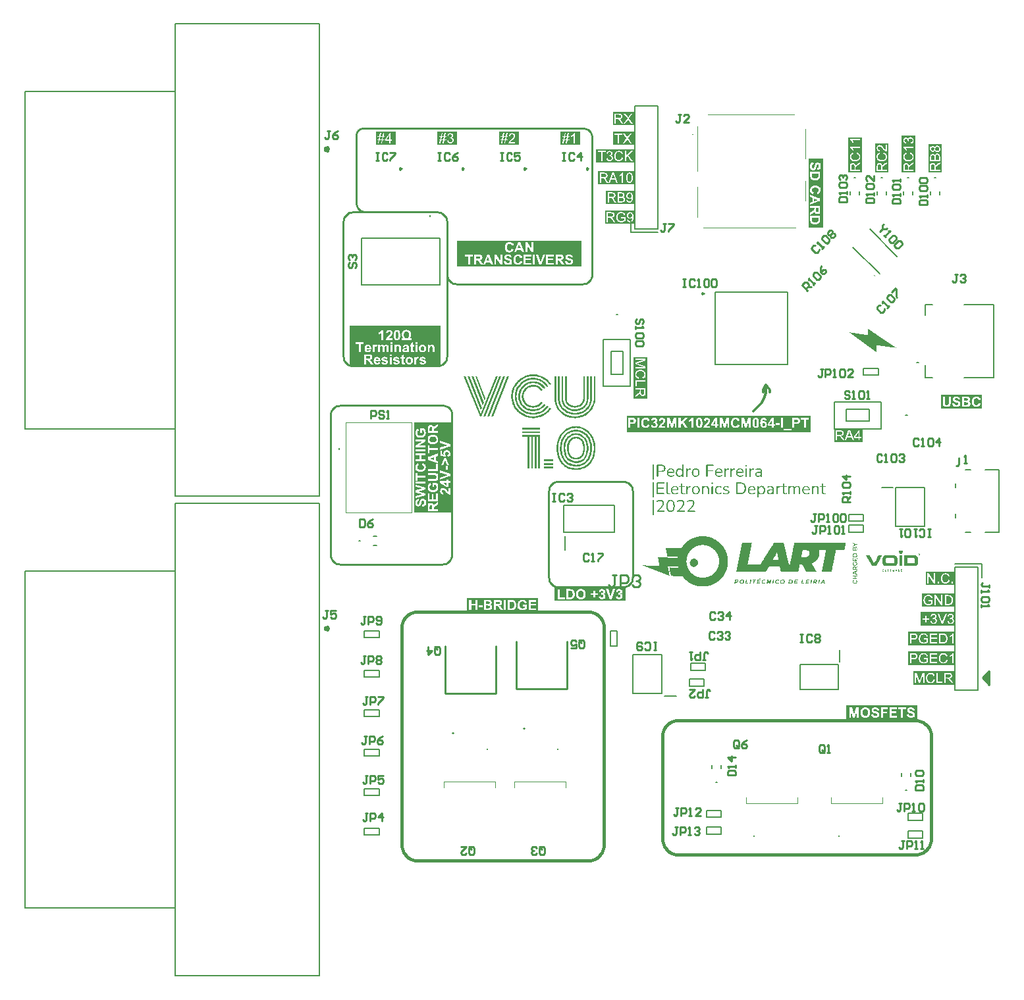
<source format=gto>
G04*
G04 #@! TF.GenerationSoftware,Altium Limited,Altium Designer,23.6.0 (18)*
G04*
G04 Layer_Color=65535*
%FSLAX44Y44*%
%MOMM*%
G71*
G04*
G04 #@! TF.SameCoordinates,14B29CA8-F054-4B9D-9142-CABF167E231F*
G04*
G04*
G04 #@! TF.FilePolarity,Positive*
G04*
G01*
G75*
%ADD10C,0.4000*%
%ADD11C,0.2540*%
%ADD12C,0.2000*%
%ADD13C,0.3000*%
%ADD14C,0.1000*%
%ADD15C,0.2500*%
%ADD16C,0.1270*%
G36*
X1314446Y1114688D02*
X1314682D01*
Y1114570D01*
X1314799D01*
Y1114452D01*
X1314917D01*
Y1114334D01*
X1315153D01*
Y1114217D01*
X1315271D01*
Y1114099D01*
X1315507D01*
Y1113981D01*
X1315625D01*
Y1113863D01*
X1315860D01*
Y1113745D01*
X1315978D01*
Y1113627D01*
X1316214D01*
Y1113509D01*
X1316332D01*
Y1113391D01*
X1316568D01*
Y1113274D01*
X1316685D01*
Y1113156D01*
X1316921D01*
Y1113038D01*
X1317039D01*
Y1112920D01*
X1317275D01*
Y1112802D01*
X1317393D01*
Y1112684D01*
X1317628D01*
Y1112566D01*
X1317746D01*
Y1112448D01*
X1317982D01*
Y1112331D01*
X1318100D01*
Y1112213D01*
X1318336D01*
Y1112095D01*
X1318454D01*
Y1111977D01*
X1318689D01*
Y1111859D01*
X1318807D01*
Y1111741D01*
X1319043D01*
Y1111623D01*
X1319161D01*
Y1111505D01*
X1319397D01*
Y1111388D01*
X1319515D01*
Y1111270D01*
X1319750D01*
Y1111152D01*
X1319868D01*
Y1111034D01*
X1319986D01*
Y1110916D01*
X1320222D01*
Y1110798D01*
X1320340D01*
Y1110680D01*
X1320576D01*
Y1110562D01*
X1320693D01*
Y1110444D01*
X1320929D01*
Y1110327D01*
X1321047D01*
Y1110209D01*
X1321283D01*
Y1110091D01*
X1321401D01*
Y1109973D01*
X1321636D01*
Y1109855D01*
X1321754D01*
Y1109737D01*
X1321990D01*
Y1109619D01*
X1322108D01*
Y1109501D01*
X1322344D01*
Y1109384D01*
X1322462D01*
Y1109266D01*
X1322697D01*
Y1109148D01*
X1322815D01*
Y1109030D01*
X1323051D01*
Y1108912D01*
X1323169D01*
Y1108794D01*
X1323405D01*
Y1108676D01*
X1323522D01*
Y1108559D01*
X1323758D01*
Y1108441D01*
X1323876D01*
Y1108323D01*
X1324112D01*
Y1108205D01*
X1324230D01*
Y1108087D01*
X1324465D01*
Y1107969D01*
X1324583D01*
Y1107851D01*
X1324819D01*
Y1107733D01*
X1324937D01*
Y1107615D01*
X1325173D01*
Y1107498D01*
X1325291D01*
Y1107380D01*
X1325408D01*
Y1107262D01*
X1325644D01*
Y1107144D01*
X1325762D01*
Y1107026D01*
X1325998D01*
Y1106908D01*
X1326116D01*
Y1106790D01*
X1326351D01*
Y1106672D01*
X1326469D01*
Y1106554D01*
X1326705D01*
Y1106437D01*
X1326823D01*
Y1106319D01*
X1327059D01*
Y1106201D01*
X1327177D01*
Y1106083D01*
X1327412D01*
Y1105965D01*
X1327530D01*
Y1105847D01*
X1327766D01*
Y1105729D01*
X1327884D01*
Y1105611D01*
X1328120D01*
Y1105494D01*
X1328238D01*
Y1105376D01*
X1328473D01*
Y1105258D01*
X1328591D01*
Y1105140D01*
X1328827D01*
Y1105022D01*
X1328945D01*
Y1104904D01*
X1329181D01*
Y1104786D01*
X1329299D01*
Y1104669D01*
X1329534D01*
Y1104551D01*
X1329652D01*
Y1104433D01*
X1329888D01*
Y1104315D01*
X1330006D01*
Y1104197D01*
X1330242D01*
Y1104079D01*
X1330359D01*
Y1103961D01*
X1330595D01*
Y1103843D01*
X1330713D01*
Y1103726D01*
X1330831D01*
Y1103608D01*
X1331067D01*
Y1103490D01*
X1331185D01*
Y1103372D01*
X1331420D01*
Y1103254D01*
X1331538D01*
Y1103136D01*
X1331774D01*
Y1103018D01*
X1331892D01*
Y1102900D01*
X1332128D01*
Y1102782D01*
X1332245D01*
Y1102664D01*
X1332481D01*
Y1102547D01*
X1332599D01*
Y1102429D01*
X1332835D01*
Y1102311D01*
X1332953D01*
Y1102193D01*
X1333188D01*
Y1102075D01*
X1333306D01*
Y1101957D01*
X1333542D01*
Y1101839D01*
X1333660D01*
Y1101721D01*
X1333896D01*
Y1101604D01*
X1334014D01*
Y1101486D01*
X1334249D01*
Y1101368D01*
X1334367D01*
Y1101250D01*
X1334603D01*
Y1101132D01*
X1334721D01*
Y1101014D01*
X1334957D01*
Y1100896D01*
X1335074D01*
Y1100779D01*
X1335310D01*
Y1100661D01*
X1335428D01*
Y1100543D01*
X1335664D01*
Y1100425D01*
X1335782D01*
Y1100307D01*
X1336018D01*
Y1100189D01*
X1336136D01*
Y1100071D01*
X1336253D01*
Y1099953D01*
X1336489D01*
Y1099835D01*
X1336607D01*
Y1099718D01*
X1336843D01*
Y1099600D01*
X1336961D01*
Y1099482D01*
X1337196D01*
Y1099364D01*
X1337314D01*
Y1099246D01*
X1337550D01*
Y1099128D01*
X1337668D01*
Y1099010D01*
X1337904D01*
Y1098892D01*
X1338022D01*
Y1098775D01*
X1338257D01*
Y1098657D01*
X1338375D01*
Y1098539D01*
X1338611D01*
Y1098421D01*
X1338729D01*
Y1098303D01*
X1338965D01*
Y1098185D01*
X1339082D01*
Y1098067D01*
X1339318D01*
Y1097949D01*
X1339436D01*
Y1097831D01*
X1339672D01*
Y1097714D01*
X1339790D01*
Y1097596D01*
X1340025D01*
Y1097478D01*
X1340143D01*
Y1097360D01*
X1340379D01*
Y1097242D01*
X1340497D01*
Y1097124D01*
X1340733D01*
Y1097006D01*
X1340851D01*
Y1096889D01*
X1341086D01*
Y1096771D01*
X1341204D01*
Y1096653D01*
X1341322D01*
Y1096535D01*
X1341558D01*
Y1096417D01*
X1341676D01*
Y1096299D01*
X1341911D01*
Y1096181D01*
X1342029D01*
Y1096063D01*
X1342265D01*
Y1095946D01*
X1342383D01*
Y1095828D01*
X1342619D01*
Y1095710D01*
X1342737D01*
Y1095592D01*
X1342972D01*
Y1095474D01*
X1343090D01*
Y1095356D01*
X1343326D01*
Y1095238D01*
X1343444D01*
Y1095120D01*
X1343680D01*
Y1095002D01*
X1343798D01*
Y1094885D01*
X1344033D01*
Y1094767D01*
X1344151D01*
Y1094649D01*
X1344387D01*
Y1094531D01*
X1344505D01*
Y1094413D01*
X1344741D01*
Y1094295D01*
X1344859D01*
Y1094177D01*
X1345094D01*
Y1094059D01*
X1345212D01*
Y1093941D01*
X1345448D01*
Y1093824D01*
X1345566D01*
Y1093706D01*
X1345802D01*
Y1093588D01*
X1345919D01*
Y1093470D01*
X1346155D01*
Y1093352D01*
X1346273D01*
Y1093234D01*
X1346509D01*
Y1093116D01*
X1346627D01*
Y1092999D01*
X1346745D01*
Y1092881D01*
X1346980D01*
Y1092763D01*
X1347098D01*
Y1092645D01*
X1347334D01*
Y1092527D01*
X1347452D01*
Y1092409D01*
X1347688D01*
Y1092291D01*
X1347805D01*
Y1092173D01*
X1348041D01*
Y1092055D01*
X1348159D01*
Y1091938D01*
X1348395D01*
Y1091820D01*
X1348513D01*
Y1091702D01*
X1348748D01*
Y1091584D01*
X1348866D01*
Y1091466D01*
X1349102D01*
Y1091348D01*
X1349220D01*
Y1091230D01*
X1349456D01*
Y1091112D01*
X1349574D01*
Y1090995D01*
X1349809D01*
Y1090877D01*
X1349927D01*
Y1090759D01*
X1350163D01*
Y1090641D01*
X1350281D01*
Y1090523D01*
X1350517D01*
Y1090405D01*
X1350634D01*
Y1090287D01*
X1350870D01*
Y1090169D01*
X1350163D01*
Y1090287D01*
X1349220D01*
Y1090405D01*
X1348395D01*
Y1090523D01*
X1347452D01*
Y1090641D01*
X1346627D01*
Y1090759D01*
X1345684D01*
Y1090877D01*
X1344741D01*
Y1090995D01*
X1343915D01*
Y1091112D01*
X1342972D01*
Y1091230D01*
X1342147D01*
Y1091348D01*
X1341204D01*
Y1091466D01*
X1340379D01*
Y1091584D01*
X1339436D01*
Y1091702D01*
X1338493D01*
Y1091820D01*
X1337668D01*
Y1091938D01*
X1336725D01*
Y1092055D01*
X1335900D01*
Y1092173D01*
X1334957D01*
Y1092291D01*
X1334131D01*
Y1092409D01*
X1333188D01*
Y1092527D01*
X1332245D01*
Y1092645D01*
X1331420D01*
Y1092763D01*
X1330477D01*
Y1092881D01*
X1329652D01*
Y1092999D01*
X1328709D01*
Y1093116D01*
X1327884D01*
Y1093234D01*
X1326941D01*
Y1093352D01*
X1325998D01*
Y1093470D01*
X1325880D01*
Y1084393D01*
X1325762D01*
Y1084511D01*
X1325526D01*
Y1084629D01*
X1325408D01*
Y1084747D01*
X1325291D01*
Y1084865D01*
X1325055D01*
Y1084983D01*
X1324937D01*
Y1085101D01*
X1324819D01*
Y1085219D01*
X1324583D01*
Y1085336D01*
X1324465D01*
Y1085454D01*
X1324230D01*
Y1085572D01*
X1324112D01*
Y1085690D01*
X1323994D01*
Y1085808D01*
X1323758D01*
Y1085926D01*
X1323640D01*
Y1086044D01*
X1323522D01*
Y1086161D01*
X1323287D01*
Y1086279D01*
X1323169D01*
Y1086397D01*
X1322933D01*
Y1086515D01*
X1322815D01*
Y1086633D01*
X1322697D01*
Y1086751D01*
X1322462D01*
Y1086869D01*
X1322344D01*
Y1086987D01*
X1322226D01*
Y1087105D01*
X1321990D01*
Y1087222D01*
X1321872D01*
Y1087340D01*
X1321636D01*
Y1087458D01*
X1321519D01*
Y1087576D01*
X1321401D01*
Y1087694D01*
X1321165D01*
Y1087812D01*
X1321047D01*
Y1087930D01*
X1320929D01*
Y1088048D01*
X1320693D01*
Y1088166D01*
X1320576D01*
Y1088283D01*
X1320458D01*
Y1088401D01*
X1320222D01*
Y1088519D01*
X1320104D01*
Y1088637D01*
X1319868D01*
Y1088755D01*
X1319750D01*
Y1088873D01*
X1319632D01*
Y1088991D01*
X1319397D01*
Y1089109D01*
X1319279D01*
Y1089226D01*
X1319161D01*
Y1089344D01*
X1318925D01*
Y1089462D01*
X1318807D01*
Y1089580D01*
X1318572D01*
Y1089698D01*
X1318454D01*
Y1089816D01*
X1318336D01*
Y1089934D01*
X1318100D01*
Y1090051D01*
X1317982D01*
Y1090169D01*
X1317864D01*
Y1090287D01*
X1317628D01*
Y1090405D01*
X1317511D01*
Y1090523D01*
X1317275D01*
Y1090641D01*
X1317157D01*
Y1090759D01*
X1317039D01*
Y1090877D01*
X1316803D01*
Y1090995D01*
X1316685D01*
Y1091112D01*
X1316568D01*
Y1091230D01*
X1316332D01*
Y1091348D01*
X1316214D01*
Y1091466D01*
X1315978D01*
Y1091584D01*
X1315860D01*
Y1091702D01*
X1315742D01*
Y1091820D01*
X1315507D01*
Y1091938D01*
X1315389D01*
Y1092055D01*
X1315271D01*
Y1092173D01*
X1315035D01*
Y1092291D01*
X1314917D01*
Y1092409D01*
X1314799D01*
Y1092527D01*
X1314564D01*
Y1092645D01*
X1314446D01*
Y1092763D01*
X1314210D01*
Y1092881D01*
X1314092D01*
Y1092999D01*
X1313974D01*
Y1093116D01*
X1313739D01*
Y1093234D01*
X1313621D01*
Y1093352D01*
X1313503D01*
Y1093470D01*
X1313267D01*
Y1093588D01*
X1313149D01*
Y1093706D01*
X1312913D01*
Y1093824D01*
X1312796D01*
Y1093941D01*
X1312678D01*
Y1094059D01*
X1312442D01*
Y1094177D01*
X1312324D01*
Y1094295D01*
X1312206D01*
Y1094413D01*
X1311970D01*
Y1094531D01*
X1311852D01*
Y1094649D01*
X1311617D01*
Y1094767D01*
X1311499D01*
Y1094885D01*
X1311381D01*
Y1095002D01*
X1311145D01*
Y1095120D01*
X1311027D01*
Y1095238D01*
X1310909D01*
Y1095356D01*
X1310674D01*
Y1095474D01*
X1310556D01*
Y1095592D01*
X1310438D01*
Y1095710D01*
X1310202D01*
Y1095828D01*
X1310084D01*
Y1095946D01*
X1309848D01*
Y1096063D01*
X1309731D01*
Y1096181D01*
X1309613D01*
Y1096299D01*
X1309377D01*
Y1096417D01*
X1309259D01*
Y1096535D01*
X1309141D01*
Y1096653D01*
X1308905D01*
Y1096771D01*
X1308788D01*
Y1096889D01*
X1308552D01*
Y1097006D01*
X1308434D01*
Y1097124D01*
X1308316D01*
Y1097242D01*
X1308080D01*
Y1097360D01*
X1307962D01*
Y1097478D01*
X1307845D01*
Y1097596D01*
X1307609D01*
Y1097714D01*
X1307491D01*
Y1097831D01*
X1307255D01*
Y1097949D01*
X1307137D01*
Y1098067D01*
X1307019D01*
Y1098185D01*
X1306784D01*
Y1098303D01*
X1306666D01*
Y1098421D01*
X1306548D01*
Y1098539D01*
X1306312D01*
Y1098657D01*
X1306194D01*
Y1098775D01*
X1306076D01*
Y1098892D01*
X1305841D01*
Y1099010D01*
X1305723D01*
Y1099128D01*
X1305487D01*
Y1099246D01*
X1305369D01*
Y1099364D01*
X1305251D01*
Y1099482D01*
X1305016D01*
Y1099600D01*
X1304898D01*
Y1099718D01*
X1304780D01*
Y1099835D01*
X1304544D01*
Y1099953D01*
X1304426D01*
Y1100071D01*
X1304190D01*
Y1100189D01*
X1304073D01*
Y1100307D01*
X1303955D01*
Y1100425D01*
X1303719D01*
Y1100543D01*
X1303601D01*
Y1100661D01*
X1303483D01*
Y1100779D01*
X1303247D01*
Y1100896D01*
X1303129D01*
Y1101014D01*
X1302894D01*
Y1101132D01*
X1302776D01*
Y1101250D01*
X1302658D01*
Y1101368D01*
X1302422D01*
Y1101486D01*
X1302304D01*
Y1101604D01*
X1302186D01*
Y1101721D01*
X1301951D01*
Y1101839D01*
X1301833D01*
Y1101957D01*
X1301715D01*
Y1102075D01*
X1301479D01*
Y1102193D01*
X1301361D01*
Y1102311D01*
X1301125D01*
Y1102429D01*
X1301008D01*
Y1102547D01*
X1300890D01*
Y1102664D01*
X1300654D01*
Y1102782D01*
X1300536D01*
Y1102900D01*
X1300418D01*
Y1103018D01*
X1300182D01*
Y1103136D01*
X1300065D01*
Y1103254D01*
X1299829D01*
Y1103372D01*
X1299711D01*
Y1103490D01*
X1299593D01*
Y1103608D01*
X1299357D01*
Y1103726D01*
X1299239D01*
Y1103843D01*
X1299122D01*
Y1103961D01*
X1298886D01*
Y1104079D01*
X1298768D01*
Y1104197D01*
X1298532D01*
Y1104315D01*
X1298414D01*
Y1104433D01*
X1298296D01*
Y1104551D01*
X1298061D01*
Y1104669D01*
X1297943D01*
Y1104786D01*
X1297825D01*
Y1104904D01*
X1297589D01*
Y1105022D01*
X1297471D01*
Y1105140D01*
X1297236D01*
Y1105258D01*
X1297118D01*
Y1105376D01*
X1297000D01*
Y1105494D01*
X1296764D01*
Y1105611D01*
X1296646D01*
Y1105729D01*
X1296528D01*
Y1105847D01*
X1296293D01*
Y1105965D01*
X1296175D01*
Y1106083D01*
X1296057D01*
Y1106201D01*
X1295821D01*
Y1106319D01*
X1295703D01*
Y1106437D01*
X1295467D01*
Y1106554D01*
X1295349D01*
Y1106672D01*
X1295232D01*
Y1106790D01*
X1294996D01*
Y1106908D01*
X1294878D01*
Y1107026D01*
X1294760D01*
Y1107144D01*
X1294524D01*
Y1107262D01*
X1294406D01*
Y1107380D01*
X1294171D01*
Y1107498D01*
X1294053D01*
Y1107615D01*
X1293935D01*
Y1107733D01*
X1293699D01*
Y1107851D01*
X1293581D01*
Y1107969D01*
X1293463D01*
Y1108087D01*
X1293228D01*
Y1108205D01*
X1293110D01*
Y1108323D01*
X1292874D01*
Y1108441D01*
X1292756D01*
Y1108559D01*
X1292638D01*
Y1108676D01*
X1292402D01*
Y1108794D01*
X1292285D01*
Y1108912D01*
X1292167D01*
Y1109030D01*
X1291931D01*
Y1109148D01*
X1291813D01*
Y1109266D01*
X1291695D01*
Y1109384D01*
X1291460D01*
Y1109501D01*
X1291342D01*
Y1109619D01*
X1291106D01*
Y1109737D01*
X1290988D01*
Y1109855D01*
X1290870D01*
Y1109973D01*
X1291577D01*
Y1109855D01*
X1292285D01*
Y1109737D01*
X1293110D01*
Y1109619D01*
X1293935D01*
Y1109501D01*
X1294642D01*
Y1109384D01*
X1295467D01*
Y1109266D01*
X1296175D01*
Y1109148D01*
X1297000D01*
Y1109030D01*
X1297707D01*
Y1108912D01*
X1298532D01*
Y1108794D01*
X1299239D01*
Y1108676D01*
X1300065D01*
Y1108559D01*
X1300772D01*
Y1108441D01*
X1301597D01*
Y1108323D01*
X1302304D01*
Y1108205D01*
X1303129D01*
Y1108087D01*
X1303837D01*
Y1107969D01*
X1304662D01*
Y1107851D01*
X1305369D01*
Y1107733D01*
X1306194D01*
Y1107615D01*
X1307019D01*
Y1107498D01*
X1307727D01*
Y1107380D01*
X1308552D01*
Y1107262D01*
X1309259D01*
Y1107144D01*
X1310084D01*
Y1107026D01*
X1310792D01*
Y1106908D01*
X1311617D01*
Y1106790D01*
X1312324D01*
Y1106672D01*
X1313149D01*
Y1106554D01*
X1313856D01*
Y1106437D01*
X1314328D01*
Y1114806D01*
X1314446D01*
Y1114688D01*
D02*
G37*
G36*
X1286329Y839266D02*
X1286278Y838906D01*
X1286227Y838752D01*
X1286175Y838546D01*
X1286124Y838032D01*
X1286072Y837826D01*
X1285969Y837466D01*
X1285918Y837260D01*
X1285841Y836720D01*
X1285686Y836103D01*
X1285584Y835434D01*
X1285532Y835228D01*
X1285455Y834946D01*
X1285404Y834585D01*
X1285326Y834148D01*
X1285249Y833865D01*
X1285198Y833660D01*
X1285146Y833299D01*
X1285069Y832914D01*
X1285018Y832708D01*
X1284941Y832425D01*
X1284889Y831910D01*
X1284838Y831705D01*
X1284735Y831345D01*
X1284683Y831139D01*
X1284606Y830599D01*
X1284555Y830393D01*
X1284478Y830110D01*
X1284375Y829647D01*
X1284298Y829570D01*
X1284143Y829519D01*
X1283989Y829570D01*
X1273495Y829519D01*
X1273367Y829441D01*
X1273315Y829236D01*
X1273238Y828644D01*
X1273110Y828207D01*
X1273058Y827847D01*
X1272981Y827410D01*
X1272929Y827204D01*
X1272852Y826921D01*
X1272801Y826406D01*
X1272698Y825995D01*
X1272595Y825635D01*
X1272544Y825120D01*
X1272492Y824915D01*
X1272389Y824555D01*
X1272338Y824349D01*
X1272261Y823757D01*
X1272209Y823552D01*
X1272132Y823269D01*
X1272081Y823063D01*
X1272003Y822471D01*
X1271952Y822266D01*
X1271875Y821983D01*
X1271824Y821623D01*
X1271746Y821185D01*
X1271669Y820902D01*
X1271618Y820697D01*
X1271566Y820337D01*
X1271489Y819899D01*
X1271412Y819616D01*
X1271361Y819411D01*
X1271309Y818896D01*
X1271258Y818690D01*
X1271155Y818330D01*
X1271103Y818125D01*
X1271026Y817533D01*
X1270975Y817327D01*
X1270898Y817045D01*
X1270846Y816839D01*
X1270769Y816247D01*
X1270692Y815964D01*
X1270589Y815553D01*
X1270512Y814961D01*
X1270383Y814524D01*
X1270332Y814009D01*
X1270280Y813804D01*
X1270126Y813238D01*
X1270075Y812723D01*
X1269972Y812312D01*
X1269869Y811952D01*
X1269792Y811360D01*
X1269740Y811155D01*
X1269663Y810872D01*
X1269560Y810152D01*
X1269509Y809946D01*
X1269406Y809586D01*
X1269354Y809226D01*
X1269277Y808788D01*
X1269200Y808505D01*
X1269149Y808300D01*
X1269097Y807940D01*
X1269046Y807528D01*
X1268994Y807374D01*
X1268891Y807014D01*
X1268840Y806499D01*
X1268789Y806293D01*
X1268686Y805934D01*
X1268634Y805728D01*
X1268557Y805136D01*
X1268506Y804930D01*
X1268428Y804648D01*
X1268377Y804442D01*
X1268300Y803850D01*
X1268223Y803567D01*
X1268120Y803156D01*
X1268068Y802590D01*
X1267966Y802333D01*
X1267888Y801998D01*
X1267785Y801844D01*
X1267580Y801793D01*
X1267425Y801844D01*
X1255414Y801818D01*
X1255311Y801870D01*
X1255260Y802076D01*
X1255311Y802281D01*
X1255363Y802590D01*
X1255414Y802744D01*
X1255517Y803156D01*
X1255569Y803722D01*
X1255671Y803979D01*
X1255774Y804596D01*
X1255852Y805033D01*
X1255929Y805316D01*
X1255980Y805522D01*
X1256109Y806268D01*
X1256212Y806679D01*
X1256263Y806988D01*
X1256314Y807400D01*
X1256392Y807682D01*
X1256495Y808094D01*
X1256546Y808608D01*
X1256597Y808763D01*
X1256700Y809123D01*
X1256752Y809483D01*
X1256829Y809920D01*
X1256880Y810126D01*
X1256957Y810409D01*
X1257009Y810923D01*
X1257060Y811129D01*
X1257163Y811489D01*
X1257215Y811695D01*
X1257266Y812209D01*
X1257318Y812415D01*
X1257420Y812775D01*
X1257472Y812981D01*
X1257549Y813572D01*
X1257600Y813778D01*
X1257678Y814061D01*
X1257729Y814267D01*
X1257806Y814858D01*
X1257858Y815064D01*
X1257935Y815347D01*
X1257986Y815707D01*
X1258063Y816144D01*
X1258140Y816427D01*
X1258192Y816633D01*
X1258243Y816993D01*
X1258321Y817430D01*
X1258398Y817713D01*
X1258449Y817919D01*
X1258501Y818433D01*
X1258552Y818639D01*
X1258655Y818999D01*
X1258706Y819205D01*
X1258783Y819797D01*
X1258835Y820002D01*
X1258912Y820285D01*
X1258963Y820491D01*
X1259015Y821005D01*
X1259066Y821160D01*
X1259169Y821520D01*
X1259221Y821880D01*
X1259298Y822317D01*
X1259349Y822523D01*
X1259426Y822806D01*
X1259478Y823320D01*
X1259581Y823732D01*
X1259684Y824092D01*
X1259735Y824606D01*
X1259787Y824812D01*
X1259890Y825172D01*
X1259941Y825378D01*
X1260018Y825969D01*
X1260070Y826175D01*
X1260147Y826458D01*
X1260198Y826664D01*
X1260275Y827255D01*
X1260327Y827461D01*
X1260404Y827744D01*
X1260455Y828104D01*
X1260533Y828541D01*
X1260610Y828824D01*
X1260661Y829030D01*
X1260713Y829390D01*
X1260584Y829570D01*
X1252354Y829519D01*
X1252276Y829441D01*
X1252354Y828490D01*
X1252431Y826972D01*
X1252379Y825583D01*
X1252328Y825429D01*
X1252276Y824400D01*
X1252225Y824246D01*
X1252122Y823886D01*
X1252071Y823526D01*
X1251993Y823140D01*
X1251865Y822806D01*
X1251813Y822446D01*
X1251556Y821777D01*
X1251505Y821520D01*
X1251093Y820594D01*
X1250476Y819411D01*
X1250270Y819051D01*
X1250167Y818948D01*
X1249962Y818588D01*
X1249859Y818485D01*
X1249704Y818227D01*
X1249602Y818125D01*
X1249447Y817868D01*
X1249344Y817765D01*
X1249293Y817662D01*
X1249087Y817456D01*
X1249036Y817353D01*
X1248624Y816942D01*
X1248573Y816839D01*
X1248033Y816299D01*
X1247955Y816273D01*
X1247904Y816170D01*
X1247827Y816093D01*
X1247724Y816041D01*
X1247467Y815784D01*
X1247390Y815758D01*
X1247364Y815681D01*
X1247261Y815630D01*
X1247055Y815424D01*
X1246952Y815373D01*
X1246747Y815167D01*
X1246489Y815013D01*
X1246387Y814910D01*
X1246129Y814755D01*
X1246027Y814652D01*
X1245666Y814447D01*
X1244895Y813984D01*
X1244432Y813727D01*
X1243660Y813366D01*
X1243557Y813315D01*
X1243094Y813109D01*
X1242992Y813058D01*
X1242632Y812904D01*
X1242400Y812775D01*
X1242451Y812518D01*
X1242657Y812209D01*
X1243069Y811489D01*
X1243326Y811026D01*
X1243532Y810666D01*
X1243634Y810563D01*
X1243686Y810357D01*
X1243943Y809997D01*
X1243995Y809843D01*
X1244098Y809740D01*
X1244200Y809483D01*
X1244252Y809380D01*
X1244355Y809277D01*
X1244766Y808505D01*
X1244869Y808403D01*
X1244921Y808197D01*
X1245178Y807837D01*
X1245229Y807682D01*
X1245332Y807580D01*
X1245435Y807322D01*
X1245486Y807219D01*
X1245589Y807117D01*
X1245846Y806654D01*
X1246052Y806293D01*
X1246309Y805831D01*
X1246515Y805471D01*
X1246772Y805008D01*
X1246875Y804905D01*
X1246927Y804699D01*
X1247081Y804545D01*
X1247210Y804210D01*
X1247338Y804082D01*
X1247441Y803824D01*
X1247544Y803722D01*
X1247647Y803464D01*
X1247698Y803362D01*
X1247801Y803259D01*
X1248058Y802796D01*
X1248264Y802436D01*
X1248521Y801921D01*
X1248444Y801844D01*
X1235661Y801818D01*
X1235481Y801896D01*
X1235301Y802076D01*
X1235198Y802333D01*
X1235096Y802436D01*
X1234993Y802693D01*
X1234941Y802796D01*
X1234838Y802898D01*
X1234710Y803233D01*
X1234581Y803362D01*
X1234478Y803619D01*
X1234375Y803722D01*
X1234273Y803979D01*
X1234221Y804082D01*
X1234118Y804184D01*
X1233655Y805059D01*
X1233449Y805419D01*
X1233192Y805882D01*
X1233089Y805985D01*
X1233038Y806191D01*
X1232832Y806499D01*
X1232626Y806859D01*
X1232369Y807322D01*
X1232163Y807682D01*
X1231649Y808608D01*
X1231443Y808968D01*
X1230672Y810357D01*
X1230466Y810717D01*
X1230209Y811180D01*
X1229926Y811257D01*
X1227148Y811206D01*
X1227020Y811077D01*
X1226917Y810717D01*
X1226840Y810126D01*
X1226685Y809509D01*
X1226634Y809200D01*
X1226531Y808634D01*
X1226454Y808351D01*
X1226402Y807991D01*
X1226325Y807502D01*
X1226197Y807065D01*
X1226145Y806705D01*
X1226068Y806268D01*
X1226016Y806062D01*
X1225939Y805779D01*
X1225888Y805419D01*
X1225836Y805008D01*
X1225785Y804853D01*
X1225682Y804493D01*
X1225631Y803979D01*
X1225579Y803773D01*
X1225476Y803413D01*
X1225425Y803207D01*
X1225348Y802616D01*
X1225296Y802410D01*
X1225219Y802127D01*
X1225116Y801870D01*
X1224885Y801793D01*
X1224679Y801844D01*
X1202894Y801818D01*
X1202740Y801870D01*
X1202689Y802076D01*
X1202611Y802513D01*
X1202560Y802719D01*
X1202483Y803001D01*
X1202431Y803516D01*
X1202380Y803722D01*
X1202303Y804056D01*
X1202251Y804262D01*
X1202200Y804570D01*
X1202148Y804982D01*
X1202097Y805239D01*
X1202020Y805522D01*
X1201968Y805728D01*
X1201891Y806371D01*
X1201840Y806577D01*
X1201763Y806859D01*
X1201711Y807219D01*
X1201634Y807708D01*
X1201583Y807914D01*
X1201428Y808325D01*
X1201171Y808428D01*
X1201017Y808377D01*
X1187308Y808403D01*
X1187154Y808300D01*
X1187102Y808197D01*
X1186897Y807888D01*
X1186742Y807631D01*
X1186485Y807168D01*
X1186279Y806808D01*
X1186022Y806345D01*
X1185919Y806242D01*
X1185868Y806036D01*
X1185713Y805882D01*
X1185585Y805548D01*
X1185456Y805419D01*
X1185353Y805162D01*
X1185148Y804853D01*
X1184788Y804184D01*
X1184685Y804082D01*
X1184633Y803876D01*
X1184479Y803722D01*
X1184350Y803387D01*
X1184222Y803259D01*
X1183810Y802487D01*
X1183707Y802384D01*
X1183656Y802178D01*
X1183424Y801896D01*
X1183167Y801793D01*
X1182961Y801844D01*
X1145539Y801818D01*
X1145436Y801870D01*
X1145488Y802436D01*
X1145591Y802693D01*
X1145642Y803207D01*
X1145693Y803413D01*
X1145770Y803747D01*
X1145848Y804030D01*
X1145899Y804390D01*
X1145976Y804827D01*
X1146053Y805110D01*
X1146105Y805316D01*
X1146156Y805831D01*
X1146208Y806036D01*
X1146311Y806396D01*
X1146362Y806602D01*
X1146413Y807117D01*
X1146465Y807322D01*
X1146568Y807682D01*
X1146619Y807888D01*
X1146696Y808480D01*
X1146774Y808763D01*
X1146877Y809174D01*
X1146928Y809689D01*
X1146979Y809843D01*
X1147082Y810203D01*
X1147134Y810717D01*
X1147236Y811129D01*
X1147339Y811489D01*
X1147391Y812003D01*
X1147442Y812209D01*
X1147545Y812569D01*
X1147597Y812775D01*
X1147674Y813366D01*
X1147725Y813572D01*
X1147802Y813855D01*
X1147854Y814061D01*
X1147931Y814652D01*
X1148008Y814935D01*
X1148111Y815347D01*
X1148188Y815938D01*
X1148265Y816221D01*
X1148317Y816427D01*
X1148368Y816787D01*
X1148445Y817173D01*
X1148497Y817379D01*
X1148574Y817662D01*
X1148625Y818176D01*
X1148677Y818382D01*
X1148780Y818742D01*
X1148831Y818948D01*
X1148908Y819539D01*
X1148960Y819745D01*
X1149037Y820028D01*
X1149088Y820234D01*
X1149166Y820825D01*
X1149217Y821031D01*
X1149294Y821314D01*
X1149346Y821520D01*
X1149423Y822111D01*
X1149500Y822394D01*
X1149551Y822600D01*
X1149603Y822960D01*
X1149680Y823346D01*
X1149731Y823552D01*
X1149809Y823835D01*
X1149860Y824349D01*
X1149911Y824555D01*
X1150014Y824915D01*
X1150066Y825120D01*
X1150143Y825712D01*
X1150194Y825918D01*
X1150272Y826201D01*
X1150323Y826406D01*
X1150400Y826998D01*
X1150452Y827204D01*
X1150529Y827487D01*
X1150580Y827692D01*
X1150657Y828284D01*
X1150734Y828567D01*
X1150786Y828773D01*
X1150837Y829133D01*
X1150915Y829519D01*
X1151017Y829930D01*
X1151069Y830187D01*
X1151120Y830599D01*
X1151172Y830805D01*
X1151249Y831087D01*
X1151300Y831293D01*
X1151377Y831885D01*
X1151429Y832091D01*
X1151506Y832374D01*
X1151557Y832579D01*
X1151635Y833171D01*
X1151686Y833377D01*
X1151763Y833660D01*
X1151866Y834380D01*
X1151969Y834740D01*
X1152020Y834946D01*
X1152072Y835306D01*
X1152149Y835743D01*
X1152226Y836026D01*
X1152278Y836231D01*
X1152329Y836592D01*
X1152406Y836977D01*
X1152509Y837389D01*
X1152561Y837698D01*
X1152663Y838263D01*
X1152741Y838546D01*
X1152792Y838906D01*
X1152843Y839215D01*
X1152972Y839343D01*
X1153435Y839395D01*
X1153538Y839343D01*
X1153692Y839395D01*
X1165035Y839369D01*
X1165266Y839395D01*
X1165446Y839318D01*
X1165498Y839112D01*
X1165395Y838752D01*
X1165343Y838238D01*
X1165240Y837980D01*
X1165189Y837620D01*
X1165137Y837415D01*
X1165086Y836952D01*
X1164983Y836694D01*
X1164880Y835974D01*
X1164803Y835640D01*
X1164726Y835357D01*
X1164675Y835151D01*
X1164597Y834560D01*
X1164520Y834277D01*
X1164469Y834071D01*
X1164417Y833711D01*
X1164340Y833274D01*
X1164263Y832991D01*
X1164212Y832785D01*
X1164160Y832425D01*
X1164083Y831988D01*
X1164006Y831705D01*
X1163954Y831499D01*
X1163903Y830985D01*
X1163852Y830779D01*
X1163749Y830419D01*
X1163697Y830213D01*
Y830162D01*
Y830110D01*
X1163646Y829750D01*
X1163569Y829467D01*
X1163466Y829056D01*
X1163414Y828644D01*
X1163363Y828387D01*
X1163209Y827770D01*
X1163157Y827358D01*
X1163106Y827049D01*
X1162977Y826612D01*
X1162926Y826098D01*
X1162874Y825892D01*
X1162771Y825532D01*
X1162720Y825326D01*
X1162643Y824735D01*
X1162591Y824529D01*
X1162514Y824246D01*
X1162463Y824040D01*
X1162385Y823449D01*
X1162334Y823243D01*
X1162257Y822960D01*
X1162154Y822240D01*
X1162103Y822034D01*
X1162000Y821674D01*
X1161948Y821314D01*
X1161871Y820877D01*
X1161794Y820594D01*
X1161742Y820388D01*
X1161691Y820028D01*
X1161640Y819616D01*
X1161537Y819359D01*
X1161485Y818999D01*
X1161434Y818793D01*
X1161383Y818330D01*
X1161280Y818073D01*
X1161177Y817353D01*
X1161100Y817070D01*
X1160997Y816659D01*
X1160945Y816247D01*
X1160894Y815938D01*
X1160817Y815656D01*
X1160714Y815244D01*
X1160662Y814678D01*
X1160559Y814421D01*
X1160456Y813804D01*
X1160379Y813366D01*
X1160251Y812929D01*
X1160174Y812338D01*
X1160122Y812081D01*
X1160045Y811849D01*
X1160097Y811695D01*
X1176274Y811669D01*
X1176454Y811798D01*
X1176660Y812158D01*
X1176763Y812261D01*
X1176814Y812415D01*
X1176917Y812518D01*
X1177123Y812878D01*
X1177226Y812981D01*
X1177329Y813238D01*
X1177483Y813392D01*
X1177535Y813547D01*
X1177740Y813855D01*
X1177792Y813958D01*
X1177895Y814061D01*
X1177946Y814164D01*
X1178306Y814730D01*
X1178357Y814833D01*
X1178460Y814935D01*
X1178666Y815295D01*
X1179026Y815861D01*
X1179078Y815964D01*
X1179181Y816067D01*
X1179592Y816787D01*
X1179695Y816890D01*
X1179849Y817147D01*
X1180055Y817507D01*
X1180158Y817610D01*
X1180570Y818330D01*
X1180724Y818485D01*
X1180775Y818639D01*
X1180878Y818742D01*
X1181084Y819102D01*
X1181187Y819205D01*
X1181238Y819411D01*
X1181444Y819616D01*
X1181495Y819771D01*
X1181598Y819874D01*
X1181650Y819977D01*
X1181804Y820234D01*
X1181907Y820337D01*
X1182318Y821057D01*
X1182421Y821160D01*
X1182627Y821520D01*
X1182987Y822086D01*
X1183039Y822188D01*
X1183141Y822291D01*
X1183347Y822651D01*
X1183707Y823217D01*
X1183759Y823320D01*
X1183862Y823423D01*
X1184273Y824143D01*
X1184376Y824246D01*
X1184530Y824503D01*
X1184736Y824863D01*
X1184839Y824966D01*
X1185045Y825326D01*
X1185148Y825429D01*
X1185199Y825635D01*
X1185405Y825841D01*
X1185456Y825995D01*
X1185559Y826098D01*
X1185765Y826458D01*
X1185868Y826561D01*
X1185971Y826818D01*
X1186125Y826972D01*
X1186176Y827127D01*
X1186434Y827487D01*
X1186485Y827590D01*
X1186691Y827898D01*
X1186742Y828001D01*
X1186845Y828104D01*
X1187257Y828824D01*
X1187359Y828927D01*
X1187514Y829184D01*
X1187720Y829544D01*
X1187822Y829647D01*
X1188234Y830367D01*
X1188337Y830470D01*
X1188491Y830727D01*
X1188697Y831087D01*
X1188851Y831242D01*
X1188903Y831448D01*
X1189057Y831602D01*
X1189366Y832116D01*
X1189417Y832219D01*
X1189520Y832322D01*
X1189726Y832682D01*
X1189829Y832785D01*
X1189931Y833042D01*
X1190086Y833196D01*
X1190137Y833351D01*
X1190240Y833454D01*
X1190292Y833557D01*
X1190446Y833814D01*
X1190549Y833917D01*
X1190960Y834637D01*
X1191063Y834740D01*
X1191269Y835100D01*
X1191629Y835666D01*
X1191680Y835769D01*
X1191783Y835871D01*
X1191989Y836231D01*
X1192349Y836797D01*
X1192401Y836900D01*
X1192504Y837003D01*
X1192915Y837723D01*
X1193018Y837826D01*
X1193172Y838083D01*
X1193275Y838186D01*
X1193326Y838392D01*
X1193481Y838546D01*
X1193687Y838906D01*
X1193790Y839009D01*
X1193841Y839215D01*
X1193918Y839292D01*
X1194278Y839395D01*
X1194587Y839343D01*
X1194741Y839395D01*
X1206032Y839369D01*
X1206264Y839395D01*
X1206444Y839215D01*
X1206598Y838701D01*
X1206649Y838341D01*
X1206727Y838058D01*
X1206855Y837620D01*
X1206932Y837132D01*
X1207112Y836540D01*
X1207189Y836051D01*
X1207292Y835794D01*
X1207344Y835588D01*
X1207447Y834971D01*
X1207575Y834637D01*
X1207704Y833891D01*
X1207832Y833557D01*
X1207935Y832888D01*
X1208038Y832631D01*
X1208090Y832425D01*
X1208167Y831936D01*
X1208347Y831345D01*
X1208424Y830856D01*
X1208553Y830419D01*
X1208604Y830213D01*
X1208656Y829801D01*
X1208758Y829544D01*
X1208861Y829133D01*
X1208913Y828721D01*
X1209016Y828464D01*
X1209067Y828258D01*
X1209118Y827898D01*
X1209170Y827692D01*
X1209324Y827178D01*
X1209376Y826818D01*
X1209427Y826612D01*
X1209530Y826355D01*
X1209582Y825995D01*
X1209633Y825789D01*
X1209787Y825223D01*
X1209839Y825018D01*
X1209890Y824606D01*
X1209993Y824349D01*
X1210096Y823937D01*
X1210147Y823526D01*
X1210250Y823269D01*
X1210302Y823063D01*
X1210353Y822703D01*
X1210430Y822420D01*
X1210559Y821983D01*
X1210636Y821494D01*
X1210739Y821237D01*
X1210790Y821031D01*
X1210893Y820414D01*
X1211073Y819822D01*
X1211150Y819333D01*
X1211279Y818999D01*
X1211356Y818511D01*
X1211407Y818305D01*
X1211536Y817868D01*
X1211588Y817507D01*
X1211665Y817225D01*
X1211793Y816787D01*
X1211870Y816299D01*
X1212051Y815707D01*
X1212128Y815218D01*
X1212256Y814781D01*
X1212308Y814575D01*
X1212385Y814138D01*
X1212514Y813701D01*
X1212565Y813495D01*
X1212616Y813084D01*
X1212719Y812826D01*
X1212771Y812621D01*
X1212822Y812261D01*
X1212874Y812055D01*
X1212977Y811798D01*
X1213079Y811180D01*
X1213131Y810975D01*
X1213234Y810717D01*
X1213285Y810357D01*
X1213336Y810152D01*
X1213491Y809586D01*
X1213542Y809380D01*
X1213620Y808891D01*
X1213748Y808711D01*
X1213825Y808686D01*
X1213954Y808814D01*
X1214134Y809920D01*
X1214185Y810126D01*
X1214262Y810409D01*
X1214340Y811000D01*
X1214391Y811206D01*
X1214468Y811489D01*
X1214520Y811695D01*
X1214597Y812286D01*
X1214674Y812569D01*
X1214777Y812981D01*
X1214854Y813572D01*
X1214931Y813855D01*
X1214983Y814061D01*
X1215034Y814421D01*
X1215111Y814858D01*
X1215188Y815141D01*
X1215240Y815347D01*
X1215291Y815707D01*
X1215368Y816093D01*
X1215420Y816299D01*
X1215497Y816581D01*
X1215574Y817173D01*
X1215626Y817379D01*
X1215703Y817662D01*
X1215754Y817868D01*
X1215831Y818459D01*
X1215883Y818665D01*
X1215960Y818948D01*
X1216011Y819308D01*
X1216089Y819745D01*
X1216166Y820028D01*
X1216217Y820234D01*
X1216269Y820594D01*
X1216346Y821031D01*
X1216423Y821314D01*
X1216474Y821520D01*
X1216603Y822266D01*
X1216706Y822677D01*
X1216757Y822986D01*
X1216860Y823552D01*
X1216937Y823835D01*
X1217040Y824555D01*
X1217092Y824760D01*
X1217195Y825120D01*
X1217246Y825480D01*
X1217323Y825918D01*
X1217400Y826201D01*
X1217452Y826406D01*
X1217503Y826767D01*
X1217580Y827204D01*
X1217657Y827487D01*
X1217709Y827692D01*
X1217838Y828490D01*
X1217915Y828773D01*
X1217966Y828979D01*
X1218095Y829724D01*
X1218172Y830007D01*
X1218275Y830727D01*
X1218326Y830933D01*
X1218429Y831293D01*
X1218481Y831653D01*
X1218558Y832091D01*
X1218635Y832374D01*
X1218686Y832579D01*
X1218738Y832939D01*
X1218815Y833377D01*
X1218892Y833660D01*
X1218943Y833865D01*
X1219072Y834662D01*
X1219149Y834946D01*
X1219201Y835151D01*
X1219278Y835743D01*
X1219355Y836026D01*
X1219458Y836437D01*
X1219535Y836977D01*
X1219586Y837183D01*
X1219664Y837466D01*
X1219715Y837826D01*
X1219792Y838263D01*
X1219844Y838469D01*
X1219921Y838752D01*
X1219972Y839112D01*
X1220024Y839266D01*
X1220101Y839343D01*
X1220358Y839395D01*
X1220409Y839343D01*
X1220564Y839395D01*
X1220692Y839369D01*
X1285635Y839395D01*
X1285686Y839343D01*
X1285841Y839395D01*
X1285969Y839369D01*
X1286149Y839395D01*
X1286329Y839266D01*
D02*
G37*
G36*
X1295717Y839241D02*
X1295820Y839138D01*
X1296540Y838726D01*
X1296797Y838572D01*
X1296900Y838521D01*
X1297003Y838418D01*
X1297466Y838160D01*
X1298186Y837749D01*
X1298289Y837646D01*
X1298649Y837440D01*
X1298907Y837337D01*
X1300656Y837286D01*
X1300733Y837209D01*
X1300681Y836386D01*
X1298829Y836334D01*
X1298649Y836206D01*
X1298289Y836000D01*
X1298186Y835897D01*
X1297929Y835794D01*
X1297826Y835691D01*
X1297466Y835486D01*
X1297003Y835228D01*
X1296900Y835126D01*
X1296746Y835074D01*
X1296592Y834920D01*
X1296257Y834791D01*
X1296129Y834662D01*
X1295769Y834457D01*
X1295511Y834354D01*
X1295409Y834405D01*
X1295331Y834637D01*
X1295383Y834791D01*
X1295357Y835126D01*
X1295434Y835306D01*
X1295743Y835511D01*
X1295820Y835588D01*
X1296077Y835691D01*
X1296180Y835794D01*
X1296437Y835897D01*
X1296463Y835923D01*
X1296592Y836051D01*
X1297312Y836463D01*
X1297415Y836566D01*
X1297672Y836669D01*
X1297801Y836797D01*
X1297775Y837029D01*
X1297312Y837286D01*
X1296952Y837492D01*
X1296386Y837852D01*
X1296129Y838006D01*
X1295769Y838212D01*
X1295666Y838315D01*
X1295409Y838469D01*
X1295357Y838984D01*
X1295331Y839164D01*
X1295409Y839292D01*
X1295717Y839241D01*
D02*
G37*
G36*
X1299627Y834045D02*
X1300167Y833762D01*
X1300218Y833660D01*
X1300424Y833454D01*
X1300475Y833248D01*
X1300630Y832888D01*
X1300681Y832682D01*
X1300733Y831396D01*
X1300681Y829390D01*
X1300604Y829313D01*
X1295460Y829364D01*
X1295383Y829441D01*
X1295357Y829724D01*
X1295409Y832296D01*
X1295460Y832502D01*
X1295511Y832759D01*
X1295563Y832965D01*
X1295846Y833402D01*
X1296077Y833634D01*
X1296360Y833711D01*
X1296592Y833788D01*
X1296952D01*
X1297157Y833737D01*
X1297415Y833634D01*
X1297518Y833582D01*
X1297749Y833351D01*
X1297801Y833248D01*
X1297929Y833222D01*
X1298006Y833299D01*
X1298058Y833402D01*
X1298161Y833505D01*
X1298212Y833608D01*
X1298444Y833839D01*
X1298701Y833942D01*
X1298804Y833994D01*
X1299061Y834097D01*
X1299627Y834045D01*
D02*
G37*
G36*
X1104979Y847728D02*
X1105133Y847677D01*
X1105905Y847625D01*
X1106059Y847574D01*
X1106934Y847471D01*
X1107525Y847394D01*
X1107937Y847291D01*
X1108245Y847240D01*
X1108708Y847188D01*
X1108914Y847137D01*
X1109351Y847008D01*
X1110020Y846905D01*
X1110380Y846751D01*
X1110869Y846674D01*
X1111126Y846571D01*
X1111409Y846494D01*
X1111743Y846416D01*
X1112077Y846288D01*
X1112283Y846236D01*
X1112566Y846159D01*
X1112849Y846031D01*
X1113261Y845928D01*
X1113724Y845722D01*
X1114007Y845645D01*
X1114084Y845568D01*
X1114367Y845491D01*
X1114624Y845388D01*
X1114701Y845311D01*
X1115113Y845208D01*
X1115370Y845053D01*
X1115704Y844925D01*
X1115936Y844796D01*
X1116270Y844668D01*
X1116347Y844590D01*
X1116604Y844488D01*
X1117787Y843870D01*
X1118713Y843356D01*
X1119073Y843150D01*
X1119176Y843047D01*
X1119433Y842944D01*
X1119588Y842790D01*
X1119742Y842739D01*
X1120051Y842533D01*
X1120154Y842481D01*
X1120308Y842327D01*
X1120668Y842121D01*
X1122031Y841118D01*
X1122108Y841041D01*
X1122211Y840990D01*
X1122314Y840887D01*
X1122417Y840835D01*
X1122700Y840604D01*
X1122777Y840527D01*
X1122880Y840475D01*
X1123086Y840269D01*
X1123188Y840218D01*
X1123549Y839858D01*
X1123651Y839807D01*
X1123909Y839549D01*
X1124012Y839498D01*
X1124423Y839086D01*
X1124526Y839035D01*
X1126095Y837466D01*
X1126146Y837363D01*
X1126404Y837106D01*
X1126455Y837003D01*
X1126866Y836592D01*
X1126918Y836489D01*
X1127124Y836283D01*
X1127175Y836180D01*
X1127381Y835974D01*
X1127432Y835871D01*
X1127638Y835666D01*
X1127690Y835563D01*
X1127844Y835408D01*
X1127998Y835151D01*
X1128152Y834997D01*
X1128204Y834894D01*
X1128358Y834740D01*
X1128512Y834483D01*
X1128615Y834380D01*
X1128770Y834122D01*
X1128873Y834020D01*
X1128924Y833917D01*
X1129027Y833814D01*
X1129233Y833454D01*
X1129335Y833351D01*
X1129490Y833094D01*
X1129696Y832734D01*
X1129799Y832631D01*
X1130210Y831910D01*
X1130313Y831808D01*
X1130416Y831551D01*
X1130724Y831036D01*
X1131239Y830059D01*
X1131342Y829801D01*
X1131393Y829699D01*
X1131547Y829441D01*
X1131676Y829107D01*
X1131753Y829030D01*
X1131908Y828618D01*
X1132062Y828258D01*
X1132319Y827692D01*
X1132371Y827487D01*
X1132525Y827230D01*
X1132628Y826818D01*
X1132833Y826355D01*
X1132911Y826072D01*
X1132988Y825995D01*
X1133065Y825661D01*
X1133116Y825455D01*
X1133245Y825172D01*
X1133296Y824966D01*
X1133374Y824632D01*
X1133502Y824349D01*
X1133554Y823989D01*
X1133605Y823783D01*
X1133708Y823526D01*
X1133811Y823114D01*
X1133888Y822729D01*
X1134017Y822291D01*
X1134094Y821751D01*
X1134248Y821134D01*
X1134299Y820671D01*
X1134351Y820259D01*
X1134402Y820002D01*
X1134454Y819797D01*
X1134531Y819102D01*
X1134608Y818150D01*
X1134711Y817122D01*
X1134737Y813650D01*
X1134685Y813495D01*
X1134634Y812672D01*
X1134582Y812518D01*
X1134505Y811309D01*
X1134402Y810743D01*
X1134351Y810486D01*
X1134299Y810074D01*
X1134248Y809611D01*
X1134196Y809406D01*
X1134119Y809123D01*
X1134017Y808403D01*
X1133811Y807734D01*
X1133759Y807322D01*
X1133605Y806962D01*
X1133554Y806602D01*
X1133502Y806396D01*
X1133348Y806036D01*
X1133219Y805496D01*
X1133091Y805213D01*
X1133014Y804879D01*
X1132936Y804699D01*
X1132833Y804442D01*
X1132756Y804159D01*
X1132576Y803722D01*
X1132448Y803387D01*
X1132371Y803310D01*
X1132293Y802976D01*
X1132062Y802436D01*
X1131547Y801304D01*
X1131496Y801201D01*
X1131393Y801098D01*
X1131342Y800892D01*
X1131187Y800635D01*
X1130673Y799658D01*
X1130467Y799298D01*
X1130210Y798835D01*
X1130107Y798732D01*
X1130056Y798526D01*
X1129901Y798372D01*
X1129490Y797652D01*
X1129387Y797549D01*
X1129233Y797292D01*
X1129130Y797189D01*
X1128975Y796932D01*
X1128204Y795851D01*
X1127972Y795568D01*
X1127895Y795491D01*
X1127741Y795234D01*
X1127638Y795131D01*
X1127587Y795028D01*
X1127381Y794822D01*
X1127329Y794720D01*
X1127124Y794514D01*
X1127072Y794411D01*
X1126866Y794205D01*
X1126815Y794102D01*
X1126712Y794051D01*
X1126661Y793948D01*
X1126404Y793691D01*
X1126352Y793588D01*
X1126095Y793331D01*
X1126043Y793228D01*
X1124526Y791710D01*
X1124423Y791659D01*
X1123960Y791196D01*
X1123857Y791145D01*
X1123600Y790887D01*
X1123497Y790836D01*
X1123291Y790630D01*
X1123214Y790604D01*
X1123163Y790502D01*
X1122983Y790373D01*
X1122828Y790219D01*
X1122726Y790167D01*
X1122571Y790013D01*
X1122468Y789961D01*
X1122185Y789730D01*
X1121877Y789473D01*
X1121671Y789370D01*
X1121645Y789293D01*
X1121542Y789241D01*
X1121182Y788984D01*
X1120694Y788650D01*
X1120514Y788521D01*
X1119871Y788084D01*
X1119793Y788007D01*
X1119536Y787904D01*
X1119382Y787750D01*
X1119176Y787698D01*
X1119073Y787595D01*
X1118970Y787544D01*
X1118610Y787338D01*
X1118508Y787235D01*
X1118302Y787184D01*
X1118147Y787029D01*
X1117813Y786901D01*
X1117684Y786772D01*
X1117479Y786721D01*
X1117170Y786515D01*
X1116836Y786386D01*
X1116758Y786309D01*
X1116424Y786181D01*
X1116090Y786001D01*
X1115833Y785898D01*
X1115730Y785795D01*
X1115395Y785718D01*
X1115061Y785538D01*
X1114855Y785486D01*
X1114289Y785229D01*
X1114084Y785178D01*
X1113724Y785023D01*
X1113389Y784895D01*
X1113106Y784766D01*
X1112798Y784715D01*
X1112335Y784509D01*
X1111975Y784457D01*
X1111512Y784252D01*
X1111152Y784200D01*
X1110791Y784046D01*
X1110303Y783969D01*
X1110046Y783866D01*
X1109840Y783814D01*
X1109223Y783711D01*
X1108940Y783634D01*
X1108528Y783531D01*
X1107937Y783454D01*
X1107679Y783403D01*
X1107474Y783351D01*
X1107216Y783300D01*
X1106599Y783249D01*
X1106188Y783197D01*
X1105930Y783146D01*
X1105519Y783094D01*
X1104902Y783043D01*
X1103461Y782991D01*
X1101327Y782966D01*
X1101172Y783017D01*
X1099218Y783068D01*
X1099063Y783120D01*
X1098549Y783171D01*
X1098395Y783223D01*
X1097571Y783274D01*
X1097366Y783326D01*
X1097031Y783403D01*
X1096774Y783454D01*
X1096466Y783506D01*
X1096054Y783557D01*
X1095848Y783609D01*
X1095565Y783686D01*
X1095360Y783737D01*
X1094871Y783814D01*
X1094279Y783994D01*
X1093894Y784072D01*
X1093636Y784174D01*
X1093354Y784252D01*
X1092993Y784303D01*
X1092633Y784457D01*
X1092428Y784509D01*
X1092145Y784586D01*
X1091862Y784715D01*
X1091656Y784766D01*
X1091142Y784972D01*
X1090936Y785023D01*
X1090473Y785229D01*
X1090138Y785358D01*
X1090061Y785435D01*
X1089727Y785512D01*
X1089187Y785743D01*
X1088621Y786001D01*
X1088364Y786155D01*
X1088107Y786258D01*
X1088004Y786309D01*
X1087747Y786463D01*
X1087541Y786515D01*
X1087232Y786721D01*
X1086460Y787132D01*
X1086100Y787338D01*
X1085997Y787441D01*
X1085792Y787492D01*
X1085432Y787750D01*
X1085174Y787904D01*
X1084609Y788264D01*
X1084506Y788315D01*
X1084403Y788418D01*
X1084146Y788573D01*
X1084043Y788676D01*
X1083786Y788830D01*
X1083426Y789087D01*
X1082422Y789833D01*
X1082345Y789910D01*
X1082243Y789961D01*
X1082037Y790167D01*
X1081934Y790219D01*
X1081728Y790424D01*
X1081471Y790579D01*
X1081111Y790939D01*
X1081008Y790990D01*
X1080596Y791402D01*
X1080493Y791453D01*
X1079568Y792379D01*
X1079465Y792431D01*
X1079362Y792585D01*
X1079259Y792636D01*
X1078976Y792919D01*
X1078925Y793022D01*
X1078462Y793485D01*
X1078410Y793588D01*
X1077793Y794205D01*
X1077741Y794308D01*
X1077536Y794514D01*
X1077484Y794617D01*
X1077279Y794822D01*
X1077227Y794925D01*
X1077150Y795054D01*
X1077073Y795080D01*
X1077021Y795183D01*
X1076893Y795363D01*
X1076816Y795388D01*
X1076661Y795646D01*
X1076507Y795800D01*
X1076378Y796031D01*
X1076275Y796083D01*
X1075916Y796237D01*
X1072340Y796314D01*
X1069048Y796366D01*
X1066065Y796417D01*
X1064367Y796469D01*
X1064187Y796494D01*
X1064136Y796443D01*
X1063981Y796494D01*
X1061641Y796572D01*
X1061487Y796726D01*
X1061409Y797369D01*
X1061358Y797626D01*
X1061281Y797909D01*
X1061229Y798115D01*
X1061152Y798706D01*
X1061101Y798912D01*
X1061024Y799195D01*
X1060972Y799555D01*
X1060895Y800044D01*
X1060844Y800249D01*
X1060766Y800532D01*
X1060715Y800892D01*
X1060638Y801381D01*
X1060561Y801664D01*
X1060509Y801870D01*
X1060458Y802384D01*
X1060252Y803207D01*
X1060175Y803799D01*
X1060123Y804005D01*
X1060046Y804287D01*
X1059943Y805008D01*
X1059866Y805342D01*
X1059789Y805625D01*
X1059738Y805831D01*
X1059686Y806396D01*
X1059635Y806551D01*
X1059532Y806911D01*
X1059480Y807425D01*
X1059712Y807502D01*
X1061461Y807451D01*
X1064547Y807400D01*
X1064702Y807348D01*
X1067042Y807271D01*
X1070874Y807194D01*
X1071003Y807322D01*
X1070952Y807528D01*
X1070849Y807785D01*
X1070771Y808325D01*
X1070668Y808480D01*
X1070411Y808583D01*
X1068431Y808660D01*
X1066322Y808711D01*
X1064470Y808763D01*
X1063596Y808814D01*
X1062618Y808866D01*
X1061178Y808917D01*
X1058709Y808968D01*
X1057603Y808994D01*
X1057474Y808866D01*
X1057551Y808223D01*
X1057603Y808017D01*
X1057680Y807734D01*
X1057783Y807014D01*
X1057860Y806679D01*
X1057963Y806268D01*
X1058014Y805805D01*
X1058066Y805496D01*
X1058143Y805213D01*
X1058194Y805008D01*
X1058246Y804648D01*
X1058323Y804159D01*
X1058400Y803876D01*
X1058452Y803670D01*
X1058503Y803156D01*
X1058555Y802950D01*
X1058632Y802616D01*
X1058709Y802333D01*
X1058786Y801690D01*
X1058940Y801072D01*
X1058992Y800661D01*
X1059043Y800352D01*
X1059095Y800095D01*
X1059172Y799812D01*
X1059223Y799606D01*
X1059275Y798989D01*
X1059378Y798732D01*
X1059480Y798115D01*
X1059558Y797626D01*
X1059609Y797420D01*
X1059686Y797137D01*
X1059635Y796932D01*
X1059506Y796906D01*
X1059403Y797009D01*
X1059043Y797112D01*
X1058580Y797317D01*
X1058374Y797369D01*
X1057912Y797575D01*
X1057629Y797652D01*
X1057397Y797780D01*
X1057191Y797832D01*
X1056857Y797960D01*
X1056780Y798037D01*
X1056445Y798115D01*
X1055905Y798346D01*
X1055700Y798398D01*
X1055237Y798603D01*
X1054979Y798655D01*
X1054877Y798758D01*
X1054671Y798809D01*
X1054336Y798938D01*
X1054053Y799066D01*
X1053796Y799118D01*
X1053333Y799323D01*
X1053128Y799375D01*
X1052665Y799581D01*
X1052459Y799632D01*
X1052356Y799735D01*
X1052073Y799812D01*
X1051867Y799864D01*
X1051430Y800044D01*
X1051096Y800172D01*
X1050813Y800301D01*
X1050530Y800378D01*
X1050247Y800507D01*
X1050041Y800558D01*
X1049578Y800764D01*
X1049372Y800815D01*
X1048910Y801021D01*
X1048704Y801072D01*
X1048241Y801278D01*
X1047958Y801355D01*
X1047727Y801484D01*
X1047521Y801535D01*
X1047186Y801664D01*
X1047109Y801741D01*
X1046775Y801818D01*
X1046235Y802050D01*
X1046029Y802101D01*
X1045669Y802256D01*
X1045463Y802307D01*
X1045000Y802513D01*
X1044666Y802641D01*
X1044383Y802770D01*
X1044126Y802821D01*
X1043663Y803027D01*
X1043380Y803104D01*
X1043303Y803182D01*
X1042943Y803284D01*
X1042480Y803490D01*
X1042274Y803541D01*
X1041811Y803747D01*
X1041528Y803824D01*
X1041091Y804005D01*
X1040834Y804107D01*
X1040473Y804262D01*
X1040216Y804313D01*
X1039959Y804467D01*
X1039676Y804545D01*
X1039419Y804648D01*
X1039084Y804776D01*
X1038930Y804827D01*
X1038570Y804982D01*
X1038364Y805033D01*
X1037902Y805239D01*
X1037618Y805316D01*
X1037541Y805393D01*
X1037181Y805496D01*
X1036924Y805599D01*
X1036564Y805753D01*
X1036281Y805831D01*
X1036204Y805908D01*
X1035844Y806011D01*
X1035638Y806062D01*
X1035535Y806165D01*
X1035124Y806268D01*
X1035021Y806319D01*
X1034661Y806474D01*
X1034455Y806525D01*
X1033992Y806731D01*
X1033709Y806808D01*
X1033632Y806885D01*
X1033272Y806988D01*
X1032809Y807194D01*
X1032603Y807245D01*
X1032140Y807451D01*
X1031806Y807528D01*
X1031729Y807605D01*
X1031471Y807708D01*
X1031189Y807785D01*
X1030957Y807914D01*
X1030546Y808017D01*
X1030083Y808223D01*
X1029414Y808480D01*
X1028951Y808686D01*
X1028642Y808737D01*
X1028334Y808943D01*
X1027974Y808994D01*
X1027511Y809200D01*
X1027305Y809251D01*
X1027048Y809406D01*
X1026765Y809483D01*
X1026225Y809714D01*
X1026019Y809766D01*
X1025659Y809920D01*
X1025350Y809971D01*
X1025324Y810100D01*
X1025402Y810177D01*
X1028282Y810126D01*
X1028437Y810074D01*
X1030417Y809997D01*
X1032063Y809946D01*
X1034429Y809894D01*
X1035407Y809843D01*
X1036435Y809791D01*
X1037670Y809740D01*
X1039728Y809689D01*
X1041631Y809637D01*
X1042814Y809586D01*
X1043534Y809534D01*
X1044923Y809483D01*
X1046492Y809457D01*
X1046620Y809586D01*
X1046543Y809869D01*
X1046492Y810074D01*
X1046441Y810332D01*
X1046389Y810795D01*
X1046286Y811412D01*
X1046235Y811618D01*
X1046183Y811875D01*
X1046132Y812389D01*
X1046080Y812698D01*
X1046029Y812955D01*
X1045977Y813161D01*
X1045926Y813469D01*
X1045875Y813984D01*
X1045823Y814292D01*
X1045720Y814704D01*
X1045643Y815398D01*
X1045592Y815758D01*
X1045437Y816376D01*
X1045360Y817122D01*
X1045309Y817379D01*
X1045257Y817585D01*
X1045206Y817842D01*
X1045154Y818305D01*
X1045052Y818922D01*
X1044974Y819205D01*
X1044923Y819719D01*
X1044872Y820079D01*
X1044794Y820362D01*
X1044769Y820388D01*
X1044897Y820568D01*
X1049012Y820517D01*
X1049167Y820465D01*
X1050916Y820414D01*
X1051070Y820362D01*
X1054902Y820285D01*
X1056240Y820234D01*
X1058297Y820131D01*
X1059789Y820079D01*
X1062207Y820028D01*
X1063390Y819977D01*
X1064367Y819925D01*
X1065499Y819874D01*
X1067145Y819822D01*
X1069460Y819771D01*
X1070103Y819745D01*
X1070283Y819874D01*
X1070334Y820079D01*
X1070386Y820748D01*
X1070437Y820902D01*
X1070386Y821108D01*
X1070103Y821185D01*
X1067608Y821263D01*
X1065190Y821314D01*
X1063235Y821365D01*
X1062155Y821417D01*
X1060869Y821468D01*
X1059326Y821520D01*
X1057011Y821571D01*
X1056857Y821623D01*
X1056806Y821828D01*
X1056754Y822188D01*
X1056677Y822574D01*
X1056626Y822780D01*
X1056548Y823063D01*
X1056471Y823654D01*
X1056420Y823912D01*
X1056343Y824194D01*
X1056291Y824400D01*
X1056214Y824992D01*
X1056163Y825198D01*
X1056085Y825480D01*
X1056034Y825841D01*
X1055957Y826278D01*
X1055854Y826689D01*
X1055803Y826947D01*
X1055751Y827358D01*
X1055700Y827615D01*
X1055622Y827898D01*
X1055571Y828104D01*
X1055520Y828618D01*
X1055417Y829030D01*
X1055314Y829390D01*
X1055237Y830033D01*
X1055185Y830239D01*
X1055108Y830522D01*
X1055057Y830727D01*
X1054979Y831319D01*
X1054928Y831525D01*
X1054851Y831808D01*
X1054748Y832528D01*
X1054799Y832631D01*
X1055031Y832708D01*
X1055185Y832656D01*
X1063107Y832605D01*
X1063261Y832553D01*
X1067428Y832502D01*
X1067582Y832451D01*
X1074732Y832399D01*
X1075015Y832682D01*
X1075067Y832836D01*
X1075324Y833196D01*
X1075375Y833299D01*
X1075478Y833402D01*
X1075684Y833762D01*
X1075787Y833865D01*
X1075941Y834122D01*
X1076173Y834405D01*
X1076378Y834714D01*
X1076456Y834791D01*
X1076610Y835048D01*
X1076764Y835203D01*
X1076816Y835306D01*
X1077021Y835511D01*
X1077073Y835614D01*
X1077227Y835769D01*
X1077279Y835871D01*
X1077510Y836154D01*
X1077639Y836334D01*
X1077793Y836489D01*
X1077819Y836566D01*
X1077922Y836617D01*
X1077999Y836694D01*
X1078050Y836797D01*
X1078256Y837003D01*
X1078307Y837106D01*
X1078462Y837209D01*
X1078513Y837312D01*
X1079027Y837826D01*
X1079079Y837929D01*
X1079516Y838366D01*
X1079619Y838418D01*
X1079696Y838495D01*
X1079748Y838598D01*
X1080056Y838855D01*
X1080545Y839343D01*
X1080648Y839395D01*
X1080725Y839472D01*
X1080751Y839549D01*
X1080854Y839601D01*
X1081111Y839858D01*
X1081214Y839909D01*
X1081265Y840012D01*
X1081368Y840064D01*
X1081574Y840269D01*
X1081677Y840321D01*
X1081882Y840527D01*
X1081985Y840578D01*
X1082268Y840810D01*
X1082448Y840938D01*
X1082551Y841041D01*
X1082654Y841093D01*
X1082860Y841298D01*
X1083117Y841453D01*
X1083760Y841941D01*
X1084172Y842198D01*
X1084249Y842276D01*
X1084506Y842430D01*
X1084995Y842764D01*
X1085174Y842841D01*
X1085483Y843047D01*
X1085586Y843099D01*
X1085689Y843202D01*
X1086615Y843716D01*
X1086975Y843922D01*
X1087232Y844025D01*
X1087335Y844076D01*
X1087644Y844282D01*
X1087849Y844333D01*
X1087952Y844436D01*
X1088364Y844590D01*
X1088621Y844745D01*
X1088878Y844848D01*
X1089238Y845002D01*
X1089495Y845105D01*
X1089598Y845208D01*
X1089881Y845285D01*
X1090421Y845516D01*
X1090679Y845568D01*
X1090781Y845671D01*
X1090987Y845722D01*
X1091322Y845851D01*
X1091605Y845979D01*
X1091913Y846031D01*
X1092376Y846236D01*
X1092762Y846314D01*
X1093045Y846442D01*
X1093585Y846571D01*
X1093842Y846674D01*
X1094357Y846777D01*
X1094562Y846828D01*
X1094794Y846905D01*
X1094999Y846957D01*
X1095488Y847034D01*
X1095925Y847162D01*
X1096285Y847214D01*
X1096774Y847291D01*
X1097186Y847394D01*
X1097880Y847471D01*
X1098523Y847548D01*
X1098780Y847600D01*
X1099475Y847677D01*
X1100452Y847728D01*
X1100812D01*
X1101790Y847780D01*
X1104979Y847728D01*
D02*
G37*
G36*
X1359940Y828618D02*
X1359888Y828361D01*
X1359734Y828104D01*
X1359528Y827744D01*
X1359271Y827281D01*
X1359065Y826921D01*
X1358602Y826046D01*
X1358088Y825120D01*
X1357985Y825018D01*
X1357856Y824786D01*
X1357753Y824735D01*
X1357445Y824529D01*
X1356931Y824477D01*
X1356467Y824529D01*
X1356107Y824786D01*
X1356030Y824812D01*
X1355979Y824915D01*
X1355773Y825120D01*
X1355722Y825326D01*
X1355567Y825480D01*
X1355439Y825815D01*
X1355362Y825892D01*
X1355259Y826149D01*
X1355207Y826252D01*
X1355104Y826355D01*
Y826406D01*
X1355079Y826432D01*
X1354924Y826741D01*
X1354847Y826818D01*
X1354719Y827152D01*
X1354641Y827230D01*
X1354590Y827332D01*
X1354178Y828104D01*
X1353973Y828567D01*
X1354050Y828644D01*
X1354256Y828696D01*
X1359528Y828670D01*
X1359863Y828696D01*
X1359940Y828618D01*
D02*
G37*
G36*
X1380438Y825558D02*
X1380773Y825480D01*
X1381004Y825249D01*
X1381107Y825198D01*
X1381159Y825146D01*
X1381184Y825120D01*
X1381287Y824863D01*
X1381364Y824786D01*
X1381441Y824760D01*
X1381390Y823680D01*
X1381236Y823577D01*
X1381184Y823372D01*
X1381056Y823243D01*
X1380953Y823192D01*
X1380901Y823089D01*
X1380644Y822986D01*
X1380438Y822934D01*
X1380181Y822831D01*
X1379873Y822883D01*
X1379615Y822986D01*
X1379410Y823037D01*
X1378972Y823474D01*
X1378844Y823809D01*
X1378767Y824040D01*
X1378715Y824297D01*
X1378767Y824452D01*
X1378818Y824658D01*
X1379101Y825198D01*
X1379204Y825249D01*
X1379461Y825506D01*
X1379847Y825583D01*
X1380284Y825609D01*
X1380438Y825558D01*
D02*
G37*
G36*
X1298341Y826124D02*
X1298546D01*
X1298572Y826098D01*
X1298855Y826021D01*
X1299061Y825969D01*
X1299627Y825661D01*
X1299781Y825506D01*
X1299884Y825455D01*
X1299961Y825378D01*
X1300012Y825275D01*
X1300218Y825069D01*
X1300475Y824503D01*
X1300604Y824169D01*
X1300681Y823886D01*
X1300733Y822600D01*
X1300681Y820954D01*
X1300604Y820877D01*
X1295460Y820928D01*
X1295383Y821005D01*
X1295434Y823886D01*
X1295486Y824040D01*
X1295537Y824400D01*
X1295589Y824503D01*
X1295897Y825069D01*
X1296052Y825223D01*
X1296103Y825326D01*
X1296283Y825506D01*
X1296386Y825558D01*
X1296540Y825712D01*
X1296900Y825918D01*
X1297055Y825969D01*
X1297389Y826046D01*
X1297672Y826124D01*
X1298186Y826175D01*
X1298341Y826124D01*
D02*
G37*
G36*
X1300656Y819745D02*
X1300733Y819513D01*
X1300681Y815861D01*
X1300604Y815784D01*
X1295460Y815836D01*
X1295383Y815913D01*
X1295331Y816170D01*
X1295383Y816324D01*
Y816684D01*
Y816736D01*
X1295357Y819436D01*
X1295486Y819616D01*
X1296077Y819642D01*
X1296206Y819565D01*
X1296232Y819282D01*
X1296206Y816993D01*
X1296283Y816813D01*
X1296489Y816761D01*
X1297466Y816813D01*
X1297595Y816942D01*
X1297646Y819256D01*
X1297878Y819333D01*
X1298392Y819282D01*
X1298469Y819051D01*
X1298418Y818896D01*
X1298469Y816890D01*
X1298598Y816761D01*
X1299832Y816813D01*
X1299910Y817045D01*
X1299961Y819719D01*
X1300038Y819797D01*
X1300656Y819745D01*
D02*
G37*
G36*
X1332857Y823243D02*
X1332934Y823166D01*
X1332882Y823063D01*
X1332677Y822703D01*
X1331134Y819925D01*
X1330722Y819154D01*
X1328922Y815913D01*
X1328870Y815861D01*
Y815810D01*
X1328664Y815450D01*
X1328253Y814678D01*
X1326452Y811438D01*
X1326015Y810795D01*
X1325938Y810717D01*
X1325887Y810614D01*
X1325809Y810486D01*
X1325706Y810434D01*
X1325578Y810306D01*
X1325552Y810229D01*
X1325449Y810177D01*
X1325321Y810100D01*
X1325295Y810023D01*
X1325192Y809971D01*
X1324935Y809817D01*
X1324832Y809714D01*
X1324549Y809637D01*
X1324318Y809509D01*
X1323906Y809406D01*
X1323546Y809303D01*
X1323340Y809251D01*
X1322363Y809200D01*
X1322209Y809251D01*
X1321694Y809303D01*
X1321437Y809406D01*
X1320974Y809509D01*
X1320717Y809663D01*
X1320460Y809766D01*
X1320357Y809869D01*
X1319997Y810074D01*
X1319894Y810177D01*
X1319791Y810229D01*
X1319585Y810434D01*
X1319482Y810486D01*
X1319354Y810666D01*
X1319045Y810975D01*
X1318839Y811335D01*
X1318068Y812723D01*
X1317965Y812981D01*
X1317914Y813084D01*
X1317811Y813186D01*
X1317708Y813444D01*
X1317656Y813547D01*
X1317553Y813650D01*
X1317425Y813984D01*
X1317296Y814112D01*
X1317168Y814447D01*
X1317039Y814575D01*
X1316962Y814858D01*
X1316833Y814987D01*
X1316730Y815244D01*
X1316679Y815347D01*
X1316576Y815450D01*
X1316447Y815784D01*
X1316319Y815913D01*
X1316190Y816247D01*
X1316113Y816324D01*
X1315650Y817199D01*
X1315341Y817765D01*
X1315084Y818227D01*
X1314621Y819102D01*
X1314107Y820028D01*
X1313644Y820902D01*
X1313130Y821828D01*
X1312667Y822703D01*
X1312435Y823192D01*
X1312538Y823294D01*
X1316808Y823243D01*
X1316936Y823114D01*
X1317039Y822857D01*
X1317090Y822754D01*
X1317193Y822651D01*
X1317656Y821777D01*
X1317862Y821417D01*
X1319662Y818176D01*
X1319868Y817816D01*
X1320640Y816427D01*
X1321051Y815656D01*
X1321823Y814267D01*
X1322029Y813907D01*
X1322132Y813804D01*
X1322286Y813547D01*
X1322414Y813418D01*
X1322877Y813469D01*
X1323160Y813752D01*
X1323572Y814473D01*
X1324344Y815861D01*
X1324549Y816221D01*
X1325321Y817610D01*
X1325526Y817970D01*
X1326555Y819822D01*
X1326761Y820182D01*
X1327790Y822034D01*
X1327996Y822394D01*
X1328253Y822857D01*
X1328459Y823217D01*
X1328536Y823294D01*
X1332857Y823243D01*
D02*
G37*
G36*
X1300141Y814395D02*
X1300218Y814318D01*
X1300372Y814061D01*
X1300475Y813804D01*
X1300681Y813341D01*
X1300733Y812826D01*
X1300784Y812466D01*
X1300707Y811618D01*
X1300656Y811360D01*
X1300347Y810743D01*
X1300270Y810666D01*
X1300115Y810409D01*
X1299832Y810126D01*
X1299755Y810100D01*
X1299704Y809997D01*
X1299292Y809740D01*
X1299009Y809663D01*
X1298675Y809534D01*
X1297981Y809457D01*
X1297440Y809534D01*
X1297183Y809637D01*
X1296978Y809689D01*
X1296797Y809766D01*
X1296695Y809869D01*
X1296335Y810074D01*
X1296232Y810177D01*
X1296129Y810229D01*
X1296052Y810306D01*
X1296000Y810409D01*
X1295794Y810614D01*
X1295486Y811283D01*
X1295409Y811566D01*
X1295331Y811798D01*
X1295280Y812621D01*
X1295357Y813109D01*
X1295486Y813444D01*
X1295563Y813727D01*
X1295692Y813855D01*
X1295897Y814215D01*
X1296129Y814447D01*
X1296412Y814318D01*
X1296463Y814215D01*
X1296720Y813958D01*
X1296669Y813752D01*
X1296515Y813598D01*
X1296257Y813032D01*
X1296206Y812518D01*
X1296257Y811695D01*
X1296515Y811283D01*
X1296566Y811180D01*
X1296900Y810846D01*
X1297003Y810795D01*
X1297106Y810692D01*
X1297312Y810640D01*
X1297672Y810486D01*
X1298598Y810537D01*
X1299164Y810846D01*
X1299447Y811077D01*
X1299678Y811360D01*
X1299832Y811772D01*
X1299910Y812003D01*
X1299961Y812569D01*
X1299910Y812723D01*
X1299858Y813032D01*
X1299627Y813469D01*
X1299550Y813495D01*
X1299524Y813521D01*
X1298161Y813495D01*
X1298006Y813598D01*
X1298032Y814395D01*
X1298238Y814447D01*
X1300141Y814395D01*
D02*
G37*
G36*
X1375192Y823243D02*
X1375603Y823192D01*
X1375963Y823037D01*
X1376246Y822960D01*
X1376581Y822780D01*
X1376838Y822626D01*
X1377198Y822420D01*
X1377352Y822266D01*
X1377455Y822214D01*
X1378047Y821623D01*
X1378098Y821520D01*
X1378252Y821365D01*
X1378407Y821108D01*
X1378664Y820645D01*
X1378715Y820491D01*
X1378972Y819822D01*
X1379050Y819179D01*
X1379075Y813392D01*
X1379024Y813238D01*
X1378947Y812646D01*
X1378844Y812389D01*
X1378715Y812055D01*
X1378664Y811849D01*
X1378510Y811695D01*
X1378458Y811489D01*
X1378304Y811335D01*
X1378098Y810975D01*
X1377944Y810820D01*
X1377892Y810717D01*
X1377738Y810614D01*
X1377686Y810512D01*
X1377609Y810434D01*
X1377506Y810383D01*
X1377301Y810177D01*
X1376529Y809714D01*
X1376195Y809586D01*
X1376118Y809509D01*
X1375912Y809457D01*
X1375372Y809329D01*
X1375166Y809277D01*
X1374703Y809226D01*
X1361509Y809200D01*
X1361277Y809329D01*
Y812003D01*
Y812055D01*
X1361251Y823089D01*
X1361380Y823269D01*
X1375037Y823294D01*
X1375192Y823243D01*
D02*
G37*
G36*
X1358937D02*
X1358962Y809277D01*
X1358885Y809200D01*
X1355027Y809251D01*
X1354950Y809483D01*
X1355002Y809637D01*
X1354976Y823140D01*
X1355027Y823243D01*
X1355233Y823294D01*
X1356365D01*
X1358937Y823243D01*
D02*
G37*
G36*
X1348803D02*
X1348957Y823192D01*
X1349472Y823037D01*
X1349677Y822986D01*
X1350346Y822626D01*
X1350706Y822420D01*
X1350809Y822317D01*
X1350912Y822266D01*
X1351169Y822008D01*
X1351272Y821957D01*
X1351427Y821751D01*
X1351504Y821725D01*
X1351555Y821623D01*
X1351786Y821340D01*
X1351967Y821057D01*
X1352224Y820594D01*
X1352327Y820337D01*
X1352404Y820054D01*
X1352532Y819771D01*
X1352610Y818973D01*
X1352635Y813495D01*
X1352584Y813341D01*
X1352532Y812672D01*
X1352327Y812209D01*
X1352249Y811926D01*
X1352018Y811540D01*
X1351967Y811438D01*
X1351761Y811129D01*
X1351709Y811026D01*
X1351555Y810872D01*
X1351504Y810769D01*
X1351118Y810383D01*
X1351041Y810357D01*
X1350989Y810254D01*
X1350706Y810074D01*
X1350603Y809971D01*
X1350500Y809920D01*
X1350449D01*
X1350140Y809714D01*
X1349806Y809586D01*
X1349729Y809509D01*
X1349523Y809457D01*
X1349189Y809380D01*
X1348854Y809251D01*
X1348186Y809200D01*
X1337280Y809251D01*
X1337023Y809354D01*
X1336406Y809509D01*
X1336303Y809611D01*
X1335969Y809740D01*
X1335789Y809869D01*
X1335531Y810023D01*
X1335429Y810126D01*
X1335326Y810177D01*
X1335043Y810409D01*
X1334966Y810486D01*
X1334863Y810537D01*
X1334734Y810717D01*
X1334529Y810923D01*
X1334477Y811026D01*
X1334323Y811180D01*
X1334117Y811540D01*
X1334014Y811798D01*
X1333963Y811900D01*
X1333860Y812003D01*
X1333757Y812415D01*
X1333628Y812749D01*
X1333577Y813006D01*
X1333551Y819462D01*
X1333603Y819616D01*
X1333731Y819951D01*
X1333834Y820362D01*
X1334014Y820697D01*
X1334117Y820954D01*
X1334220Y821057D01*
X1334374Y821314D01*
X1334477Y821417D01*
X1334529Y821520D01*
X1334760Y821803D01*
X1335172Y822214D01*
X1335274Y822266D01*
X1335557Y822497D01*
X1335840Y822677D01*
X1336097Y822780D01*
X1336663Y823037D01*
X1336972Y823089D01*
X1337229Y823192D01*
X1337435Y823243D01*
X1338875Y823294D01*
X1348803Y823243D01*
D02*
G37*
G36*
X1300656Y808686D02*
X1300733Y808608D01*
X1300681Y807785D01*
X1300398Y807502D01*
X1300141Y807348D01*
X1299652Y807014D01*
X1299472Y806885D01*
X1299370Y806782D01*
X1299267Y806731D01*
X1299189Y806654D01*
X1299241Y805316D01*
X1299318Y805239D01*
X1300527Y805265D01*
X1300681Y805213D01*
X1300733Y805008D01*
X1300681Y804339D01*
X1300604Y804262D01*
X1295409Y804313D01*
X1295331Y804545D01*
X1295383Y804750D01*
X1295434Y807117D01*
X1295486Y807271D01*
X1295563Y807605D01*
X1295794Y807991D01*
X1295846Y808094D01*
X1296180Y808428D01*
X1296746Y808686D01*
X1297415Y808737D01*
X1297929Y808686D01*
X1298238Y808480D01*
X1298469Y808351D01*
X1298521Y808248D01*
X1298701Y808120D01*
X1298907Y807760D01*
X1299112Y807708D01*
X1299215Y807760D01*
X1299421Y807965D01*
X1299575Y808017D01*
X1299729Y808171D01*
X1299987Y808325D01*
X1300090Y808428D01*
X1300244Y808480D01*
X1300270Y808505D01*
X1300501Y808737D01*
X1300656Y808686D01*
D02*
G37*
G36*
X1358731Y804982D02*
X1358757Y804750D01*
X1358679Y804673D01*
X1358474Y804622D01*
X1357676Y804648D01*
X1357522Y804545D01*
X1357548Y803799D01*
X1357753Y803747D01*
X1358191Y803722D01*
X1358139Y803464D01*
X1357908Y803387D01*
X1357702Y803439D01*
X1357522Y803310D01*
X1357496Y802719D01*
X1357574Y802539D01*
X1358705Y802487D01*
X1358757Y802333D01*
X1358679Y802153D01*
X1358474Y802101D01*
X1358268Y802153D01*
X1357368Y802127D01*
X1357162Y802230D01*
X1357059Y802487D01*
X1357110Y802847D01*
X1357085Y803799D01*
X1357110Y804596D01*
X1357059Y804750D01*
X1357136Y804930D01*
X1357188D01*
X1357445Y805033D01*
X1358731Y804982D01*
D02*
G37*
G36*
X1334760D02*
X1335069Y804930D01*
X1335249Y804750D01*
X1335197Y804596D01*
X1335120Y804519D01*
X1334811Y804570D01*
X1334554Y804673D01*
X1334271Y804596D01*
X1334091Y804467D01*
X1334066Y804184D01*
X1334143Y804056D01*
X1334246Y804005D01*
X1334606Y803799D01*
X1334863Y803696D01*
X1335069Y803490D01*
X1335172Y803439D01*
X1335300Y803104D01*
X1335249Y802539D01*
X1335069Y802307D01*
X1334966Y802256D01*
X1334606Y802101D01*
X1333988Y802153D01*
X1333628Y802410D01*
X1333551Y802487D01*
X1333603Y802693D01*
X1333680Y802770D01*
X1334246Y802513D01*
X1334709Y802564D01*
X1334837Y802693D01*
X1334889Y802898D01*
X1334786Y803156D01*
X1334657Y803284D01*
X1333885Y803696D01*
X1333808Y803773D01*
X1333757Y803876D01*
X1333680Y804005D01*
X1333654Y804030D01*
X1333603Y804339D01*
X1333834Y804776D01*
X1333937Y804827D01*
X1334040Y804930D01*
X1334246Y804982D01*
X1334606Y805033D01*
X1334760Y804982D01*
D02*
G37*
G36*
X1349009Y804930D02*
X1349034Y804699D01*
X1348932Y804442D01*
X1348829Y804030D01*
X1348700Y803696D01*
X1348546Y803130D01*
X1348443Y802873D01*
X1348289Y802307D01*
X1348186Y802204D01*
X1347980Y802153D01*
X1347877Y802204D01*
X1347697Y802384D01*
X1347646Y802744D01*
X1347543Y803156D01*
X1347466Y803182D01*
X1347388Y803104D01*
X1347234Y802590D01*
X1347106Y802256D01*
X1347003Y802153D01*
X1346745Y802204D01*
X1346617Y802333D01*
X1346565Y802539D01*
X1346411Y802898D01*
X1346334Y803233D01*
X1346154Y803824D01*
X1346102Y804030D01*
X1345999Y804287D01*
X1345897Y804648D01*
X1345845Y804853D01*
X1345897Y804956D01*
X1346180Y804982D01*
X1346257Y804905D01*
X1346360Y804545D01*
X1346411Y804339D01*
X1346488Y804056D01*
X1346617Y803722D01*
X1346745Y803182D01*
X1346797Y803079D01*
X1346977Y803104D01*
X1347080Y803464D01*
X1347131Y803670D01*
X1347183Y803979D01*
X1347363Y804210D01*
X1347620Y804159D01*
X1347671Y803953D01*
X1347774Y803696D01*
X1347826Y803490D01*
X1347903Y803001D01*
X1347980Y802924D01*
X1348057Y802950D01*
X1348160Y803207D01*
X1348237Y803490D01*
X1348263Y803567D01*
Y803619D01*
X1348314Y803773D01*
X1348417Y804184D01*
X1348520Y804442D01*
X1348571Y804648D01*
X1348649Y804930D01*
X1348803Y804982D01*
X1349009Y804930D01*
D02*
G37*
G36*
X1351401Y804853D02*
X1351504Y804596D01*
X1351606Y804184D01*
X1351786Y803696D01*
X1351838Y803439D01*
X1351889Y803233D01*
X1352018Y802898D01*
X1352121Y802487D01*
X1352069Y802230D01*
X1351992Y802153D01*
X1351838Y802204D01*
X1351709Y802487D01*
X1351555Y802744D01*
X1350706Y802770D01*
X1350578Y802641D01*
X1350526Y802333D01*
X1350398Y802204D01*
X1350243Y802153D01*
X1350115Y802281D01*
X1350166Y802693D01*
X1350320Y803053D01*
X1350398Y803439D01*
X1350526Y803773D01*
X1350578Y803979D01*
X1350655Y804262D01*
X1350681Y804287D01*
Y804339D01*
X1350783Y804596D01*
X1350835Y804802D01*
X1350886Y804905D01*
X1350963Y804982D01*
X1351169Y805033D01*
X1351401Y804853D01*
D02*
G37*
G36*
X1355027Y804930D02*
X1355464Y804596D01*
X1355516Y804236D01*
X1355464Y803773D01*
X1355181Y803490D01*
X1355079Y803439D01*
X1355053Y803207D01*
X1355259Y802898D01*
X1355362Y802641D01*
X1355464Y802539D01*
X1355516Y802333D01*
X1355387Y802101D01*
X1355181Y802153D01*
X1355104Y802230D01*
X1354796Y802796D01*
Y802847D01*
X1354590Y803207D01*
X1354513Y803284D01*
X1354359Y803336D01*
X1354127Y803156D01*
X1354153Y802461D01*
X1354101Y802256D01*
X1353998Y802101D01*
X1353818Y802127D01*
X1353767Y802333D01*
X1353741Y802564D01*
X1353793Y804879D01*
X1353844Y804982D01*
X1355027Y804930D01*
D02*
G37*
G36*
X1344765Y804905D02*
X1344713Y804648D01*
X1344482Y804570D01*
X1344173Y804519D01*
X1344096Y804442D01*
Y803362D01*
Y803310D01*
X1344045Y802230D01*
X1343916Y802101D01*
X1343710Y802153D01*
X1343659Y802358D01*
X1343633Y804133D01*
X1343685Y804287D01*
X1343582Y804545D01*
X1343067Y804596D01*
X1342965Y804648D01*
X1343016Y804956D01*
X1344636Y804982D01*
X1344765Y804905D01*
D02*
G37*
G36*
X1341807Y804930D02*
X1341884Y804853D01*
X1341833Y804699D01*
X1341756Y804622D01*
X1341550Y804570D01*
X1340676Y804519D01*
X1340598Y804287D01*
X1340650Y803824D01*
X1340727Y803747D01*
X1341190Y803696D01*
X1341267Y803619D01*
X1341216Y803413D01*
X1341138Y803336D01*
X1340676Y803284D01*
X1340598Y803053D01*
X1340547Y802178D01*
X1340470Y802101D01*
X1340264Y802153D01*
X1340187Y802384D01*
X1340238Y804905D01*
X1340316Y804982D01*
X1341293D01*
X1341807Y804930D01*
D02*
G37*
G36*
X1338155D02*
X1338258Y804827D01*
X1338361Y804776D01*
X1338489Y804648D01*
X1338644Y804287D01*
Y803053D01*
Y803001D01*
X1338592Y802641D01*
X1338412Y802307D01*
X1337949Y802101D01*
X1337383Y802153D01*
X1337023Y802410D01*
X1336895Y802744D01*
X1336946Y804545D01*
X1337126Y804776D01*
X1337229Y804827D01*
X1337332Y804930D01*
X1337538Y804982D01*
X1338155Y804930D01*
D02*
G37*
G36*
X1300733Y803413D02*
X1300681Y802590D01*
X1300553Y802461D01*
X1300193Y802307D01*
X1299858Y802178D01*
X1299781Y802101D01*
X1299524Y801998D01*
X1299447Y801767D01*
X1299498Y801612D01*
X1299472Y799478D01*
X1299601Y799298D01*
X1300141Y799066D01*
X1300681Y798783D01*
X1300733Y798578D01*
X1300681Y797909D01*
X1300604Y797832D01*
X1300398Y797883D01*
X1300244Y798037D01*
X1300038Y798089D01*
X1299781Y798192D01*
X1299678Y798295D01*
X1299395Y798372D01*
X1299061Y798552D01*
X1298855Y798603D01*
X1298289Y798860D01*
X1298186Y798912D01*
X1297723Y799118D01*
X1297621Y799169D01*
X1297518Y799272D01*
X1297235Y799349D01*
X1297055Y799426D01*
X1296746Y799581D01*
X1296695D01*
X1296129Y799838D01*
X1295434Y800172D01*
X1295383Y800378D01*
X1295357Y800867D01*
X1295409Y801072D01*
X1295563Y801278D01*
X1295846Y801355D01*
X1296180Y801535D01*
X1296437Y801638D01*
X1296797Y801793D01*
X1298495Y802564D01*
X1298958Y802770D01*
X1300090Y803284D01*
X1300295Y803336D01*
X1300347Y803439D01*
X1300553Y803541D01*
X1300733Y803413D01*
D02*
G37*
G36*
X1300656Y797060D02*
X1300733Y796983D01*
X1300681Y796160D01*
X1300450Y796083D01*
X1298624Y796108D01*
X1298469Y796006D01*
X1298418Y795851D01*
X1298469Y795697D01*
X1298444Y793562D01*
X1298521Y793382D01*
X1300630Y793331D01*
X1300733Y793074D01*
X1300681Y792456D01*
X1300604Y792379D01*
X1300450Y792328D01*
X1300295Y792379D01*
X1299832D01*
X1295409Y792431D01*
X1295331Y792662D01*
X1295383Y792868D01*
X1295434Y793279D01*
X1295666Y793356D01*
X1297518Y793408D01*
X1297595Y793639D01*
X1297543Y793845D01*
X1297569Y795928D01*
X1297466Y796083D01*
X1297209Y796134D01*
X1297055Y796083D01*
X1295460Y796134D01*
X1295331Y796263D01*
X1295383Y796726D01*
X1295331Y796880D01*
X1295383Y796983D01*
X1295460Y797060D01*
X1295666Y797112D01*
X1300656Y797060D01*
D02*
G37*
G36*
X1176429Y793356D02*
X1176454Y793228D01*
X1176377Y793151D01*
X1175914Y792894D01*
X1175786Y792816D01*
X1175760Y792739D01*
X1175657Y792688D01*
X1175374Y792456D01*
X1175091Y792328D01*
X1174371Y792379D01*
X1174345Y792456D01*
X1174371Y792482D01*
X1174397Y792508D01*
X1174448Y792611D01*
X1174577Y792739D01*
X1174680Y792791D01*
X1175246Y793356D01*
X1175451Y793408D01*
X1176429Y793356D01*
D02*
G37*
G36*
X1199396Y791890D02*
X1199422Y791865D01*
X1199628Y791813D01*
X1200168Y791582D01*
X1200194Y791505D01*
X1200297Y791453D01*
X1200425Y791376D01*
X1200477Y791273D01*
X1200554Y791196D01*
X1200631Y791170D01*
X1200682Y791016D01*
X1200399Y790733D01*
X1200297Y790682D01*
X1200091Y790476D01*
X1199988Y790424D01*
X1199834Y790373D01*
X1199679Y790424D01*
X1199474Y790630D01*
X1198908Y790887D01*
X1197930Y790836D01*
X1197570Y790682D01*
X1197467Y790630D01*
X1197365Y790527D01*
X1197262Y790476D01*
X1197159Y790373D01*
X1197082Y790347D01*
X1197030Y790244D01*
X1196799Y789961D01*
X1196644Y789550D01*
X1196567Y789318D01*
X1196516Y788958D01*
X1196567Y788392D01*
X1196773Y788032D01*
X1197107Y787698D01*
X1197262Y787647D01*
X1197622Y787492D01*
X1198599Y787544D01*
X1199165Y787852D01*
X1199319Y788007D01*
X1199628Y787955D01*
X1199756Y787775D01*
X1200117Y787415D01*
X1200065Y787209D01*
X1199885Y787029D01*
X1199782Y786978D01*
X1199474Y786772D01*
X1199139Y786644D01*
X1198856Y786515D01*
X1198342Y786463D01*
X1196953Y786515D01*
X1196490Y786721D01*
X1196387Y786772D01*
X1195924Y787132D01*
X1195744Y787312D01*
X1195693Y787415D01*
X1195590Y787518D01*
X1195487Y787775D01*
X1195333Y788135D01*
X1195281Y788495D01*
X1195333Y789524D01*
X1195487Y789884D01*
X1195538Y790090D01*
X1195693Y790347D01*
X1195899Y790707D01*
X1196259Y791067D01*
X1196284Y791145D01*
X1196387Y791196D01*
X1196593Y791402D01*
X1196850Y791505D01*
X1196953Y791608D01*
X1197596Y791839D01*
X1197879Y791916D01*
X1198728Y791942D01*
X1199396Y791890D01*
D02*
G37*
G36*
X1182113D02*
X1182370Y791787D01*
X1182704Y791659D01*
X1182807Y791608D01*
X1182961Y791453D01*
X1183064Y791402D01*
X1183399Y791067D01*
X1183270Y790887D01*
X1183193Y790862D01*
X1183141Y790759D01*
X1182884Y790604D01*
X1182833Y790502D01*
X1182601Y790373D01*
X1182396Y790424D01*
X1182190Y790630D01*
X1181624Y790887D01*
X1180647Y790836D01*
X1180286Y790682D01*
X1180029Y790527D01*
X1179875Y790373D01*
X1179772Y790322D01*
X1179566Y790013D01*
X1179489Y789936D01*
X1179412Y789653D01*
X1179284Y789370D01*
X1179232Y789010D01*
X1179284Y788341D01*
X1179386Y788238D01*
X1179566Y787904D01*
X1179644Y787878D01*
X1179669Y787801D01*
X1179978Y787647D01*
X1180004Y787621D01*
X1180286Y787492D01*
X1181315Y787544D01*
X1181881Y787852D01*
X1182036Y788007D01*
X1182293Y787955D01*
X1182833Y787415D01*
X1182781Y787261D01*
X1182679Y787158D01*
X1182627Y787055D01*
X1182344Y786875D01*
X1181572Y786515D01*
X1181058Y786463D01*
X1179669Y786515D01*
X1179206Y786721D01*
X1178949Y786875D01*
X1178846Y786978D01*
X1178743Y787029D01*
X1178460Y787312D01*
X1178409Y787415D01*
X1178255Y787570D01*
X1178203Y787775D01*
X1178049Y788135D01*
X1177998Y788341D01*
X1178049Y789576D01*
X1178203Y789936D01*
X1178332Y790270D01*
X1178409Y790347D01*
X1178615Y790707D01*
X1178769Y790862D01*
X1178820Y790965D01*
X1179001Y791145D01*
X1179103Y791196D01*
X1179309Y791402D01*
X1179978Y791710D01*
X1180235Y791813D01*
X1180595Y791916D01*
X1181444Y791942D01*
X1182113Y791890D01*
D02*
G37*
G36*
X1190343Y791787D02*
X1190292Y791119D01*
X1190189Y790862D01*
X1190086Y790244D01*
X1190009Y789859D01*
X1189957Y789653D01*
X1189880Y789370D01*
X1189829Y788856D01*
X1189777Y788650D01*
X1189674Y788290D01*
X1189623Y788084D01*
X1189546Y787492D01*
X1189494Y787287D01*
X1189417Y787004D01*
X1189366Y786798D01*
X1189314Y786541D01*
X1188414Y786515D01*
X1188183Y786695D01*
X1187771Y787415D01*
X1187462Y787930D01*
X1187257Y788290D01*
X1187154Y788392D01*
X1187102Y788598D01*
X1186948Y788753D01*
X1186691Y789216D01*
X1186511Y789550D01*
X1186305Y789601D01*
X1186228Y789576D01*
X1186151Y789087D01*
X1186099Y788676D01*
X1186048Y788470D01*
X1185971Y788187D01*
X1185919Y787981D01*
X1185842Y787441D01*
X1185791Y787235D01*
X1185713Y786952D01*
X1185636Y786618D01*
X1185585Y786515D01*
X1184453Y786566D01*
X1184427Y786798D01*
X1184479Y786952D01*
X1184582Y787312D01*
X1184633Y787518D01*
X1184710Y788110D01*
X1184788Y788392D01*
X1184890Y788804D01*
X1184967Y789396D01*
X1185096Y789833D01*
X1185148Y790193D01*
X1185225Y790630D01*
X1185276Y790836D01*
X1185353Y791119D01*
X1185405Y791479D01*
X1185456Y791787D01*
X1185688Y791865D01*
X1186562Y791813D01*
X1186819Y791402D01*
X1186974Y791093D01*
X1187051Y791016D01*
X1187308Y790553D01*
X1187720Y789833D01*
X1187822Y789730D01*
X1187925Y789473D01*
X1188028Y789370D01*
X1188080Y789267D01*
X1188285Y788907D01*
X1188465Y788676D01*
X1188568Y788727D01*
X1188620Y789138D01*
X1188671Y789396D01*
X1188723Y789601D01*
X1188800Y789833D01*
Y789884D01*
X1188851Y790244D01*
X1188929Y790682D01*
X1188980Y790887D01*
X1189057Y791170D01*
X1189160Y791787D01*
X1189237Y791865D01*
X1190189Y791890D01*
X1190343Y791787D01*
D02*
G37*
G36*
X1300038Y791196D02*
X1300141Y791145D01*
X1300347Y790836D01*
X1300424Y790759D01*
X1300553Y790424D01*
X1300630Y790347D01*
X1300681Y790142D01*
X1300733Y789781D01*
X1300784Y789267D01*
X1300707Y788521D01*
X1300656Y788264D01*
X1300347Y787647D01*
X1300270Y787570D01*
X1300218Y787467D01*
X1299987Y787184D01*
X1299781Y786978D01*
X1299678Y786926D01*
X1299575Y786824D01*
X1298907Y786515D01*
X1298546Y786463D01*
X1297878Y786412D01*
X1297157Y786515D01*
X1296489Y786875D01*
X1296386Y786978D01*
X1296283Y787029D01*
X1295949Y787364D01*
X1295897Y787467D01*
X1295743Y787621D01*
X1295692Y787775D01*
X1295589Y787878D01*
X1295486Y788238D01*
X1295331Y788753D01*
X1295280Y789267D01*
X1295331Y789936D01*
X1295486Y790296D01*
X1295614Y790630D01*
X1295692Y790707D01*
X1295897Y791067D01*
X1296129Y791299D01*
X1296283Y791247D01*
X1296515Y791067D01*
X1296566Y790965D01*
X1296720Y790862D01*
X1296669Y790604D01*
X1296566Y790502D01*
X1296515Y790399D01*
X1296257Y789987D01*
X1296206Y789164D01*
X1296257Y788598D01*
X1296412Y788341D01*
X1296669Y787981D01*
X1296900Y787750D01*
X1297260Y787544D01*
X1297415Y787492D01*
X1297775Y787441D01*
X1298752Y787492D01*
X1299061Y787698D01*
X1299164Y787750D01*
X1299370Y787955D01*
X1299447Y787981D01*
X1299498Y788084D01*
X1299704Y788290D01*
X1299781Y788573D01*
X1299910Y788856D01*
X1299961Y789421D01*
X1299910Y789576D01*
X1299858Y789833D01*
X1299755Y790090D01*
X1299550Y790450D01*
X1299447Y790553D01*
X1299395Y790759D01*
X1299447Y790913D01*
X1299832Y791299D01*
X1299935D01*
X1300038Y791196D01*
D02*
G37*
G36*
X1252251Y791865D02*
X1252971Y791813D01*
X1252997Y791582D01*
X1252894Y791325D01*
X1252842Y791119D01*
X1252791Y790604D01*
X1252739Y790399D01*
X1252636Y790039D01*
X1252585Y789833D01*
X1252508Y789241D01*
X1252457Y789036D01*
X1252379Y788753D01*
X1252328Y788547D01*
X1252251Y787955D01*
X1252199Y787750D01*
X1252122Y787467D01*
X1252071Y787107D01*
X1251993Y786669D01*
X1251839Y786515D01*
X1250810Y786566D01*
X1250733Y786644D01*
X1250836Y787261D01*
X1250913Y787698D01*
X1251042Y788135D01*
X1251093Y788650D01*
X1251145Y788856D01*
X1251248Y789216D01*
Y789267D01*
X1251299Y789421D01*
X1251376Y790013D01*
X1251428Y790219D01*
X1251505Y790502D01*
X1251556Y790707D01*
X1251633Y791299D01*
X1251685Y791505D01*
X1251788Y791762D01*
X1251891Y791865D01*
X1252096Y791916D01*
X1252251Y791865D01*
D02*
G37*
G36*
X1245615D02*
X1248084Y791813D01*
X1248341Y791710D01*
X1248676Y791582D01*
X1248804Y791453D01*
X1248907Y791402D01*
X1249087Y791222D01*
X1249138Y791119D01*
X1249241Y791016D01*
X1249344Y790759D01*
X1249396Y790244D01*
X1249344Y789473D01*
X1249138Y789164D01*
X1248984Y788907D01*
X1248881Y788804D01*
X1248856Y788727D01*
X1248753Y788676D01*
X1248547Y788470D01*
X1248290Y788315D01*
X1247955Y788135D01*
X1248007Y787930D01*
X1248110Y787827D01*
X1248213Y787570D01*
X1248316Y787467D01*
X1248418Y787209D01*
X1248521Y787107D01*
X1248727Y786644D01*
X1248701Y786515D01*
X1247518Y786566D01*
X1247390Y786695D01*
X1247338Y786901D01*
X1247184Y787055D01*
X1247055Y787390D01*
X1246927Y787518D01*
X1246747Y787904D01*
X1246489Y788007D01*
X1245666Y787955D01*
X1245589Y787724D01*
X1245486Y787364D01*
X1245435Y787158D01*
X1245332Y786592D01*
X1245255Y786515D01*
X1244175Y786566D01*
X1244149Y786695D01*
Y786747D01*
X1244200Y787364D01*
X1244303Y787621D01*
X1244355Y787827D01*
X1244406Y788187D01*
X1244483Y788624D01*
X1244535Y788830D01*
X1244612Y789113D01*
X1244663Y789473D01*
X1244741Y789910D01*
X1244818Y790193D01*
X1244869Y790399D01*
X1244921Y790913D01*
X1244972Y791119D01*
X1245075Y791479D01*
X1245126Y791685D01*
X1245203Y791865D01*
X1245409Y791916D01*
X1245615Y791865D01*
D02*
G37*
G36*
X1242117D02*
X1242837Y791813D01*
X1242863Y791582D01*
X1242760Y791325D01*
X1242657Y790604D01*
X1242580Y790270D01*
X1242503Y789987D01*
X1242451Y789781D01*
X1242374Y789190D01*
X1242246Y788753D01*
X1242194Y788392D01*
X1242117Y787955D01*
X1242066Y787750D01*
X1241989Y787467D01*
X1241860Y786669D01*
X1241808Y786566D01*
X1241603Y786515D01*
X1240780D01*
X1240677Y786566D01*
X1240600Y786644D01*
X1240677Y786926D01*
X1240728Y787390D01*
X1240780Y787647D01*
X1240857Y787930D01*
X1240908Y788135D01*
X1240960Y788495D01*
X1241037Y788933D01*
X1241114Y789216D01*
X1241165Y789421D01*
X1241294Y790167D01*
X1241397Y790579D01*
X1241500Y791247D01*
X1241551Y791453D01*
X1241680Y791787D01*
X1241757Y791865D01*
X1241963Y791916D01*
X1242117Y791865D01*
D02*
G37*
G36*
X1235944D02*
X1239314Y791890D01*
X1239468Y791839D01*
X1239519Y791633D01*
X1239468Y791479D01*
X1239416Y791067D01*
X1239288Y790939D01*
X1239082Y790887D01*
X1236562Y790836D01*
X1236484Y790553D01*
X1236407Y790116D01*
X1236330Y789884D01*
X1236356Y789756D01*
X1236562Y789704D01*
X1238722Y789653D01*
X1238748Y789318D01*
X1238696Y789164D01*
X1238645Y788907D01*
X1238516Y788778D01*
X1238311Y788727D01*
X1236150Y788676D01*
X1236073Y788598D01*
X1236021Y788392D01*
X1235970Y787827D01*
X1235919Y787672D01*
X1235944Y787544D01*
X1236150Y787492D01*
X1238722Y787441D01*
X1238748Y787158D01*
X1238696Y787004D01*
X1238645Y786695D01*
X1238568Y786566D01*
X1238362Y786515D01*
X1237642D01*
X1234555Y786566D01*
X1234478Y786644D01*
X1234530Y787004D01*
X1234607Y787441D01*
X1234658Y787647D01*
X1234735Y787930D01*
X1234787Y788290D01*
X1234864Y788727D01*
X1234941Y789010D01*
X1234993Y789216D01*
X1235121Y789961D01*
X1235224Y790373D01*
X1235276Y790682D01*
X1235378Y791247D01*
X1235533Y791813D01*
X1235790Y791916D01*
X1235944Y791865D01*
D02*
G37*
G36*
X1231083Y791787D02*
X1231032Y791170D01*
X1230980Y791016D01*
X1230878Y790656D01*
X1230826Y790296D01*
X1230749Y789859D01*
X1230672Y789576D01*
X1230620Y789370D01*
X1230569Y788856D01*
X1230518Y788650D01*
X1230415Y788290D01*
X1230363Y788084D01*
X1230312Y787621D01*
X1230440Y787492D01*
X1230697D01*
X1232858Y787441D01*
X1232935Y787312D01*
X1232832Y787055D01*
X1232781Y786592D01*
X1232704Y786515D01*
X1228897Y786566D01*
X1228871Y786952D01*
X1228923Y787107D01*
X1229000Y787390D01*
X1229051Y787595D01*
X1229154Y788264D01*
X1229309Y788881D01*
X1229411Y789550D01*
X1229463Y789756D01*
X1229540Y790039D01*
X1229592Y790399D01*
X1229669Y790836D01*
X1229720Y791042D01*
X1229797Y791325D01*
X1229849Y791685D01*
X1229926Y791865D01*
X1230929Y791890D01*
X1231083Y791787D01*
D02*
G37*
G36*
X1224602Y791839D02*
X1224550Y791325D01*
X1224499Y791170D01*
X1224345Y790913D01*
X1221721Y790862D01*
X1221618Y790759D01*
X1221541Y790476D01*
X1221490Y790270D01*
X1221438Y789961D01*
X1221413Y789884D01*
X1221541Y789704D01*
X1223856Y789653D01*
X1223882Y789421D01*
X1223779Y789164D01*
X1223727Y788958D01*
X1223650Y788778D01*
X1223445Y788727D01*
X1221233Y788676D01*
X1221155Y788444D01*
X1221104Y788135D01*
X1221052Y787981D01*
X1221001Y787775D01*
X1220975Y787647D01*
X1221078Y787492D01*
X1223804Y787441D01*
X1223882Y787364D01*
X1223830Y787158D01*
X1223727Y786901D01*
Y786849D01*
X1223650Y786566D01*
X1223496Y786515D01*
X1219586Y786566D01*
X1219561Y786798D01*
X1219664Y787055D01*
X1219715Y787570D01*
X1219766Y787775D01*
X1219844Y788110D01*
X1219921Y788392D01*
X1219972Y788753D01*
X1220050Y789190D01*
X1220101Y789396D01*
X1220178Y789678D01*
X1220229Y790193D01*
X1220281Y790399D01*
X1220384Y790759D01*
X1220435Y790965D01*
X1220512Y791556D01*
X1220590Y791736D01*
X1220718Y791865D01*
X1224602Y791839D01*
D02*
G37*
G36*
X1213722Y791865D02*
X1216294Y791813D01*
X1216552Y791710D01*
X1216886Y791633D01*
X1217272Y791402D01*
X1217375Y791350D01*
X1217760Y790965D01*
X1217915Y790707D01*
X1218018Y790450D01*
X1218095Y790167D01*
X1218146Y789961D01*
X1218172Y789318D01*
X1218120Y789164D01*
X1218069Y788856D01*
X1218018Y788701D01*
X1217940Y788367D01*
X1217812Y788187D01*
X1217555Y787724D01*
X1217452Y787621D01*
X1217400Y787518D01*
X1217246Y787415D01*
X1217195Y787312D01*
X1217117Y787235D01*
X1216860Y787081D01*
X1216397Y786824D01*
X1216140Y786721D01*
X1215831Y786669D01*
X1215574Y786566D01*
X1215214Y786515D01*
X1212282Y786566D01*
X1212256Y786798D01*
X1212308Y786952D01*
X1212385Y787492D01*
X1212514Y787930D01*
X1212565Y788392D01*
Y788444D01*
X1212668Y788856D01*
X1212771Y789216D01*
X1212848Y789807D01*
X1212899Y790013D01*
X1212977Y790296D01*
X1213028Y790502D01*
X1213105Y791093D01*
X1213157Y791299D01*
X1213234Y791582D01*
X1213336Y791839D01*
X1213568Y791916D01*
X1213722Y791865D01*
D02*
G37*
G36*
X1193815Y791813D02*
X1193841Y791479D01*
X1193790Y791325D01*
X1193738Y790810D01*
X1193635Y790553D01*
X1193584Y790193D01*
X1193532Y789987D01*
X1193481Y789524D01*
X1193378Y789267D01*
X1193275Y788547D01*
X1193198Y788213D01*
X1193121Y787930D01*
X1193069Y787724D01*
X1193018Y787209D01*
X1192966Y787055D01*
X1192915Y786849D01*
X1192812Y786592D01*
X1192735Y786515D01*
X1191655Y786566D01*
X1191629Y786849D01*
X1191732Y787107D01*
X1191783Y787467D01*
X1191835Y787672D01*
X1191912Y788161D01*
X1191989Y788444D01*
X1192040Y788650D01*
X1192118Y789241D01*
X1192195Y789524D01*
X1192246Y789730D01*
Y789781D01*
X1192272Y789807D01*
X1192375Y790476D01*
X1192426Y790682D01*
X1192504Y790965D01*
X1192555Y791325D01*
X1192632Y791710D01*
X1192683Y791813D01*
X1192889Y791865D01*
X1193815Y791813D01*
D02*
G37*
G36*
X1173239Y791865D02*
X1176609Y791890D01*
X1176763Y791787D01*
X1176712Y791170D01*
X1176531Y790939D01*
X1176326Y790887D01*
X1173857Y790836D01*
X1173779Y790759D01*
X1173728Y790347D01*
X1173677Y790193D01*
X1173574Y789936D01*
X1173625Y789781D01*
X1173702Y789704D01*
X1175966Y789653D01*
X1176043Y789576D01*
X1175966Y789138D01*
X1175863Y788881D01*
X1175708Y788727D01*
X1174988D01*
X1173394Y788676D01*
X1173316Y788598D01*
X1173265Y788032D01*
X1173214Y787878D01*
X1173162Y787672D01*
X1173188Y787544D01*
X1173394Y787492D01*
X1175966Y787441D01*
X1176043Y787261D01*
X1175991Y787107D01*
X1175940Y786901D01*
X1175811Y786566D01*
X1175606Y786515D01*
X1171799Y786566D01*
X1171722Y786644D01*
X1171825Y787055D01*
X1171876Y787621D01*
X1171979Y787878D01*
X1172030Y788084D01*
X1172082Y788598D01*
X1172133Y788804D01*
X1172236Y789164D01*
X1172288Y789370D01*
X1172365Y789961D01*
X1172416Y790167D01*
X1172493Y790450D01*
X1172545Y790656D01*
X1172622Y791247D01*
X1172673Y791453D01*
X1172802Y791787D01*
X1172879Y791865D01*
X1173085Y791916D01*
X1173239Y791865D01*
D02*
G37*
G36*
X1171053Y791839D02*
X1171002Y791222D01*
X1170847Y790965D01*
X1170770Y790887D01*
X1169227Y790836D01*
X1169098Y790502D01*
X1169047Y789987D01*
X1168996Y789833D01*
X1168893Y789473D01*
X1168841Y788958D01*
X1168790Y788753D01*
X1168687Y788392D01*
X1168635Y788187D01*
X1168558Y787595D01*
X1168507Y787390D01*
X1168430Y787107D01*
X1168378Y786901D01*
X1168327Y786592D01*
X1168250Y786515D01*
X1167169Y786566D01*
X1167144Y787055D01*
X1167195Y787209D01*
X1167298Y787570D01*
X1167349Y787775D01*
X1167427Y788367D01*
X1167478Y788573D01*
X1167555Y788856D01*
X1167607Y789061D01*
X1167684Y789653D01*
X1167735Y789859D01*
X1167812Y790142D01*
X1167864Y790502D01*
X1167812Y790862D01*
X1166372Y790913D01*
X1166269Y791016D01*
X1166321Y791325D01*
X1166372Y791479D01*
X1166423Y791787D01*
X1166501Y791865D01*
X1168301D01*
X1170950Y791890D01*
X1171053Y791839D01*
D02*
G37*
G36*
X1164700Y791813D02*
X1164726Y791582D01*
X1164675Y791428D01*
X1164597Y790836D01*
X1164520Y790553D01*
X1164417Y790142D01*
X1164366Y789627D01*
X1164314Y789473D01*
X1164212Y789113D01*
X1164160Y788598D01*
X1164109Y788392D01*
X1164006Y788032D01*
X1163954Y787827D01*
X1163903Y787312D01*
X1163852Y787107D01*
X1163749Y786747D01*
X1163620Y786515D01*
X1163260D01*
X1162514Y786541D01*
X1162463Y786747D01*
X1162566Y787004D01*
X1162669Y787415D01*
X1162746Y788007D01*
X1162797Y788213D01*
X1162874Y788495D01*
X1162926Y788856D01*
X1163003Y789293D01*
X1163080Y789576D01*
X1163131Y789781D01*
X1163183Y790142D01*
X1163260Y790579D01*
X1163337Y790862D01*
X1163389Y791067D01*
X1163440Y791428D01*
X1163492Y791736D01*
X1163620Y791865D01*
X1164700Y791813D01*
D02*
G37*
G36*
X1159068Y791839D02*
X1159119Y791685D01*
X1159042Y791350D01*
X1158990Y791042D01*
X1158939Y790630D01*
X1158888Y790424D01*
X1158811Y790142D01*
X1158759Y789936D01*
X1158708Y789473D01*
Y789421D01*
X1158656Y789267D01*
X1158502Y788650D01*
X1158450Y788135D01*
X1158399Y787981D01*
X1158296Y787621D01*
X1158373Y787544D01*
X1158579Y787492D01*
X1160894Y787441D01*
X1160971Y787364D01*
X1160894Y787029D01*
X1160842Y786824D01*
X1160740Y786566D01*
X1160585Y786515D01*
X1156933Y786566D01*
X1156856Y786644D01*
X1156959Y787004D01*
X1157010Y787364D01*
X1157087Y787801D01*
X1157164Y788084D01*
X1157216Y788290D01*
X1157267Y788804D01*
X1157319Y789010D01*
X1157422Y789370D01*
X1157473Y789576D01*
X1157524Y790090D01*
X1157576Y790296D01*
X1157679Y790656D01*
X1157730Y790862D01*
X1157807Y791453D01*
X1157910Y791710D01*
X1158013Y791865D01*
X1158245Y791890D01*
X1159068Y791839D01*
D02*
G37*
G36*
X1146619D02*
X1147057Y791710D01*
X1147314Y791608D01*
X1147417Y791505D01*
X1147520Y791453D01*
X1147700Y791325D01*
X1147751Y791222D01*
X1147905Y791067D01*
X1147957Y790913D01*
X1148111Y790553D01*
X1148060Y789576D01*
X1147854Y789113D01*
X1147802Y789010D01*
X1147648Y788856D01*
X1147597Y788753D01*
X1147520Y788676D01*
X1147417Y788624D01*
X1147365Y788521D01*
X1147005Y788315D01*
X1146748Y788213D01*
X1146234Y788058D01*
X1146028Y788007D01*
X1144742Y787955D01*
X1144382Y787904D01*
X1144253Y787775D01*
X1144176Y787235D01*
X1144124Y786824D01*
X1144022Y786566D01*
X1143816Y786515D01*
X1143044D01*
X1142890Y786566D01*
X1142813Y786644D01*
X1142916Y787004D01*
X1142993Y787647D01*
X1143121Y788084D01*
X1143173Y788444D01*
X1143250Y788881D01*
X1143301Y789087D01*
X1143379Y789370D01*
X1143430Y789730D01*
X1143507Y790167D01*
X1143584Y790450D01*
X1143636Y790656D01*
X1143687Y791170D01*
X1143739Y791376D01*
X1143893Y791787D01*
X1143970Y791865D01*
X1144202Y791890D01*
X1146619Y791839D01*
D02*
G37*
G36*
X1258140D02*
X1258243Y791736D01*
X1258295Y791325D01*
X1258398Y791067D01*
X1258449Y790862D01*
X1258501Y790502D01*
X1258706Y789833D01*
X1258783Y789396D01*
X1258835Y789190D01*
X1258963Y788856D01*
X1259015Y788341D01*
X1259169Y787981D01*
X1259221Y787621D01*
X1259298Y787287D01*
X1259401Y787029D01*
X1259452Y786824D01*
X1259478Y786592D01*
X1259401Y786515D01*
X1259221Y786489D01*
X1258295Y786541D01*
X1258243Y786695D01*
X1258192Y786901D01*
X1258115Y787184D01*
X1257961Y787595D01*
X1257858Y787698D01*
X1257189Y787647D01*
X1255671Y787672D01*
X1255491Y787544D01*
X1255311Y787364D01*
X1254900Y786644D01*
X1254823Y786566D01*
X1254617Y786515D01*
X1253588Y786566D01*
X1253562Y786644D01*
X1253820Y787004D01*
X1253871Y787107D01*
X1253974Y787209D01*
X1254180Y787570D01*
X1254283Y787672D01*
X1254334Y787827D01*
X1254437Y787930D01*
X1254488Y788032D01*
X1254848Y788598D01*
X1254900Y788701D01*
X1255003Y788804D01*
X1255157Y789061D01*
X1255363Y789421D01*
X1255517Y789576D01*
X1255569Y789730D01*
X1255774Y790039D01*
Y790090D01*
X1255980Y790296D01*
X1256186Y790656D01*
X1256546Y791222D01*
X1256597Y791325D01*
X1256700Y791428D01*
X1256854Y791685D01*
X1257035Y791865D01*
X1257266Y791890D01*
X1258140Y791839D01*
D02*
G37*
G36*
X1205878Y791890D02*
X1206084Y791839D01*
X1206701Y791530D01*
X1206778Y791453D01*
X1206881Y791402D01*
X1207318Y790965D01*
X1207575Y790399D01*
X1207627Y790193D01*
X1207653Y789447D01*
X1207601Y788830D01*
X1207498Y788573D01*
X1207318Y788084D01*
X1207215Y787981D01*
X1207010Y787621D01*
X1206804Y787415D01*
X1206752Y787312D01*
X1206212Y786926D01*
X1206109Y786875D01*
X1206006Y786772D01*
X1205801Y786721D01*
X1205286Y786515D01*
X1204772Y786463D01*
X1203537Y786515D01*
X1203486D01*
X1202971Y786721D01*
X1202714Y786875D01*
X1202611Y786978D01*
X1202508Y787029D01*
X1202174Y787364D01*
X1202020Y787621D01*
X1201917Y787878D01*
X1201763Y788444D01*
X1201814Y789421D01*
X1201917Y789678D01*
X1201994Y790013D01*
X1202174Y790347D01*
X1202328Y790604D01*
X1202431Y790707D01*
X1202483Y790810D01*
X1202689Y791016D01*
X1202740Y791119D01*
X1203049Y791376D01*
X1203357Y791530D01*
X1203434Y791608D01*
X1204077Y791839D01*
X1204360Y791916D01*
X1205209Y791942D01*
X1205878Y791890D01*
D02*
G37*
G36*
X1153075Y791916D02*
X1153126D01*
X1153847Y791865D01*
X1154515Y791505D01*
X1154798Y791325D01*
X1154850Y791222D01*
X1154927Y791145D01*
X1155004Y791119D01*
X1155158Y790862D01*
X1155313Y790502D01*
X1155441Y790167D01*
X1155493Y789704D01*
X1155518Y789576D01*
X1155467Y789421D01*
X1155415Y788907D01*
X1155313Y788650D01*
X1155235Y788315D01*
X1155107Y788135D01*
X1154901Y787775D01*
X1154670Y787492D01*
X1154541Y787364D01*
X1154490Y787261D01*
X1154309Y787132D01*
X1154155Y786978D01*
X1153949Y786926D01*
X1153795Y786772D01*
X1153589Y786721D01*
X1153229Y786566D01*
X1153024Y786515D01*
X1152663Y786463D01*
X1151223Y786515D01*
X1150760Y786721D01*
X1150657Y786772D01*
X1150554Y786875D01*
X1150452Y786926D01*
X1150169Y787158D01*
X1150066Y787261D01*
X1150014Y787364D01*
X1149860Y787518D01*
X1149809Y787724D01*
X1149654Y787981D01*
X1149603Y788341D01*
X1149654Y789678D01*
X1149860Y790142D01*
X1150117Y790604D01*
X1150272Y790759D01*
X1150323Y790862D01*
X1150657Y791196D01*
X1150760Y791247D01*
X1150966Y791453D01*
X1151120Y791505D01*
X1151223Y791608D01*
X1151866Y791839D01*
X1152072Y791890D01*
X1152741Y791942D01*
X1152972Y791968D01*
X1153075Y791916D01*
D02*
G37*
G36*
X1470660Y656590D02*
X1461770Y665480D01*
X1470660Y674370D01*
Y656590D01*
D02*
G37*
G36*
X944880Y1351280D02*
X919480D01*
Y1368538D01*
X944880D01*
Y1351280D01*
D02*
G37*
G36*
X1240805Y981710D02*
X1004570D01*
Y1002301D01*
X1240805D01*
Y981710D01*
D02*
G37*
G36*
X1426013Y784860D02*
X1389128D01*
Y802118D01*
X1426013D01*
Y784860D01*
D02*
G37*
G36*
X1375410Y1315720D02*
X1358152D01*
Y1363271D01*
X1375410D01*
Y1315720D01*
D02*
G37*
G36*
X779780Y878005D02*
X730936D01*
Y993975D01*
X779780D01*
Y878005D01*
D02*
G37*
G36*
X1257300Y1244600D02*
X1238250D01*
Y1333500D01*
X1257300D01*
Y1244600D01*
D02*
G37*
G36*
X1014121Y1376680D02*
X986790D01*
Y1393938D01*
X1014121D01*
Y1376680D01*
D02*
G37*
G36*
X786560Y1351280D02*
X761160D01*
Y1368538D01*
X786560D01*
Y1351280D01*
D02*
G37*
G36*
X1014526Y1275080D02*
X977900D01*
Y1292338D01*
X1014526D01*
Y1275080D01*
D02*
G37*
G36*
X1015238Y1249680D02*
X976630D01*
Y1266938D01*
X1015238D01*
Y1249680D01*
D02*
G37*
G36*
X890905Y750570D02*
X799465D01*
Y768350D01*
X890905D01*
Y750570D01*
D02*
G37*
G36*
X1307822Y986268D02*
Y969010D01*
X1271270D01*
Y986268D01*
X1307822D01*
D02*
G37*
G36*
X765021Y1099960D02*
Y1084380D01*
Y1066800D01*
X648489D01*
Y1084380D01*
Y1099960D01*
Y1118870D01*
X765021D01*
Y1099960D01*
D02*
G37*
G36*
X1003300Y782320D02*
Y764540D01*
X911860D01*
Y782320D01*
X1003300D01*
D02*
G37*
G36*
X1461357Y1012190D02*
X1408843D01*
Y1029970D01*
X1461357D01*
Y1012190D01*
D02*
G37*
G36*
X1426013Y656590D02*
X1372870D01*
Y673848D01*
X1426013D01*
Y656590D01*
D02*
G37*
G36*
X1427283Y732790D02*
X1382750D01*
Y750048D01*
X1427283D01*
Y732790D01*
D02*
G37*
G36*
X1426533Y707390D02*
X1366520D01*
Y724648D01*
X1426533D01*
Y707390D01*
D02*
G37*
G36*
X1341120Y1315720D02*
X1323862D01*
Y1353179D01*
X1341120D01*
Y1315720D01*
D02*
G37*
G36*
X1426013Y756920D02*
X1384128D01*
Y774178D01*
X1426013D01*
Y756920D01*
D02*
G37*
G36*
X1158439Y939572D02*
X1158717Y939488D01*
X1158855Y939405D01*
X1158966Y939322D01*
X1158994D01*
X1159022Y939266D01*
X1159133Y939127D01*
X1159216Y938877D01*
X1159272Y938711D01*
Y938517D01*
Y938489D01*
Y938433D01*
X1159244Y938350D01*
Y938239D01*
X1159133Y937961D01*
X1159077Y937822D01*
X1158966Y937711D01*
X1158911Y937656D01*
X1158744Y937573D01*
X1158633Y937517D01*
X1158494Y937489D01*
X1158300Y937434D01*
X1158022D01*
X1157911Y937462D01*
X1157800D01*
X1157523Y937545D01*
X1157273Y937711D01*
Y937739D01*
X1157217Y937767D01*
X1157134Y937934D01*
X1157023Y938183D01*
X1156995Y938350D01*
X1156967Y938517D01*
Y938544D01*
Y938600D01*
X1156995Y938711D01*
Y938822D01*
X1157106Y939072D01*
X1157162Y939211D01*
X1157273Y939322D01*
X1157301D01*
X1157328Y939377D01*
X1157495Y939461D01*
X1157745Y939544D01*
X1158106Y939599D01*
X1158300D01*
X1158439Y939572D01*
D02*
G37*
G36*
X1077123Y939794D02*
X1077318Y939710D01*
X1077512Y939572D01*
X1077540Y939544D01*
X1077623Y939405D01*
X1077706Y939211D01*
X1077734Y938933D01*
Y925080D01*
Y925052D01*
Y924996D01*
X1077706Y924830D01*
X1077651Y924608D01*
X1077512Y924413D01*
X1077484Y924386D01*
X1077346Y924302D01*
X1077151Y924219D01*
X1076873Y924191D01*
X1076818D01*
X1076624Y924219D01*
X1076429Y924275D01*
X1076207Y924413D01*
X1076180Y924469D01*
X1076096Y924580D01*
X1076013Y924802D01*
X1075985Y925080D01*
Y926246D01*
X1076068Y926412D01*
X1076152Y926634D01*
X1076207Y926773D01*
X1076235Y926829D01*
X1075985Y927134D01*
Y926246D01*
X1075930Y926135D01*
X1075735Y925801D01*
X1075485Y925496D01*
X1075208Y925163D01*
X1074847Y924858D01*
X1074791Y924830D01*
X1074652Y924746D01*
X1074458Y924635D01*
X1074153Y924497D01*
X1073792Y924358D01*
X1073375Y924247D01*
X1072904Y924164D01*
X1072376Y924136D01*
X1072126D01*
X1071876Y924164D01*
X1071543Y924219D01*
X1071154Y924302D01*
X1070738Y924413D01*
X1070322Y924580D01*
X1069905Y924802D01*
X1069850Y924830D01*
X1069739Y924913D01*
X1069544Y925080D01*
X1069294Y925302D01*
X1069045Y925552D01*
X1068767Y925885D01*
X1068517Y926246D01*
X1068267Y926690D01*
Y926718D01*
X1068240Y926745D01*
X1068184Y926912D01*
X1068101Y927162D01*
X1067990Y927523D01*
X1067879Y927939D01*
X1067795Y928439D01*
X1067740Y928994D01*
X1067712Y929605D01*
Y929633D01*
Y929688D01*
Y929771D01*
Y929883D01*
X1067740Y930216D01*
X1067795Y930604D01*
X1067851Y931049D01*
X1067934Y931548D01*
X1068073Y932048D01*
X1068267Y932520D01*
Y932548D01*
X1068295Y932576D01*
X1068378Y932714D01*
X1068517Y932964D01*
X1068684Y933242D01*
X1068933Y933547D01*
X1069211Y933852D01*
X1069544Y934158D01*
X1069905Y934436D01*
X1069961Y934463D01*
X1070099Y934547D01*
X1070322Y934658D01*
X1070599Y934769D01*
X1070960Y934880D01*
X1071404Y934991D01*
X1071876Y935074D01*
X1072376Y935102D01*
X1072626D01*
X1072876Y935074D01*
X1073237Y935019D01*
X1073625Y934935D01*
X1074042Y934797D01*
X1074458Y934630D01*
X1074847Y934380D01*
X1074902Y934352D01*
X1075013Y934241D01*
X1075180Y934075D01*
X1075402Y933880D01*
X1075624Y933603D01*
X1075846Y933270D01*
X1075957Y933047D01*
Y932437D01*
X1076207D01*
X1076041Y932881D01*
X1075957Y933047D01*
Y938933D01*
Y938961D01*
Y939016D01*
X1075985Y939183D01*
X1076041Y939377D01*
X1076180Y939572D01*
X1076235Y939599D01*
X1076374Y939710D01*
X1076568Y939794D01*
X1076873Y939821D01*
X1076957D01*
X1077123Y939794D01*
D02*
G37*
G36*
X1167906Y935046D02*
X1168072Y934963D01*
X1168100Y934935D01*
X1168183Y934824D01*
X1168239Y934658D01*
X1168294Y934408D01*
Y934380D01*
Y934352D01*
X1168267Y934213D01*
X1168211Y934019D01*
X1168100Y933825D01*
X1168072Y933797D01*
X1167961Y933714D01*
X1167767Y933630D01*
X1167489Y933575D01*
X1167156Y933519D01*
X1167101D01*
X1167017Y933492D01*
X1166906D01*
X1166656Y933436D01*
X1166323Y933353D01*
X1165962Y933242D01*
X1165574Y933075D01*
X1165213Y932853D01*
X1164880Y932576D01*
X1164852Y932548D01*
X1164769Y932437D01*
X1164630Y932242D01*
X1164491Y931992D01*
X1164324Y931687D01*
X1164213Y931298D01*
X1164102Y930854D01*
X1164075Y930355D01*
Y925080D01*
Y925052D01*
Y924996D01*
X1164047Y924830D01*
X1163991Y924608D01*
X1163852Y924413D01*
X1163825Y924386D01*
X1163686Y924302D01*
X1163492Y924219D01*
X1163186Y924191D01*
X1163131D01*
X1162936Y924219D01*
X1162742Y924275D01*
X1162520Y924413D01*
X1162492Y924469D01*
X1162409Y924580D01*
X1162326Y924802D01*
X1162298Y925080D01*
Y934158D01*
Y934186D01*
Y934241D01*
X1162326Y934408D01*
X1162381Y934630D01*
X1162520Y934824D01*
X1162575Y934852D01*
X1162686Y934935D01*
X1162881Y935019D01*
X1163158Y935046D01*
X1163242D01*
X1163408Y935019D01*
X1163603Y934963D01*
X1163797Y934824D01*
X1163825Y934797D01*
X1163908Y934658D01*
X1163991Y934463D01*
X1164019Y934158D01*
Y932947D01*
X1163963Y932825D01*
X1163880Y932603D01*
X1163825Y932437D01*
X1163797Y932409D01*
Y932381D01*
X1164019D01*
Y932947D01*
X1164102Y933131D01*
X1164269Y933436D01*
X1164519Y933769D01*
X1164796Y934102D01*
X1165129Y934380D01*
X1165185Y934408D01*
X1165296Y934491D01*
X1165518Y934602D01*
X1165796Y934741D01*
X1166157Y934852D01*
X1166573Y934991D01*
X1167017Y935074D01*
X1167545Y935102D01*
X1167739D01*
X1167906Y935046D01*
D02*
G37*
G36*
X1143475D02*
X1143642Y934963D01*
X1143669Y934935D01*
X1143753Y934824D01*
X1143808Y934658D01*
X1143864Y934408D01*
Y934380D01*
Y934352D01*
X1143836Y934213D01*
X1143780Y934019D01*
X1143669Y933825D01*
X1143642Y933797D01*
X1143531Y933714D01*
X1143336Y933630D01*
X1143059Y933575D01*
X1142726Y933519D01*
X1142670D01*
X1142587Y933492D01*
X1142476D01*
X1142226Y933436D01*
X1141893Y933353D01*
X1141532Y933242D01*
X1141143Y933075D01*
X1140782Y932853D01*
X1140449Y932576D01*
X1140421Y932548D01*
X1140338Y932437D01*
X1140199Y932242D01*
X1140060Y931992D01*
X1139894Y931687D01*
X1139783Y931298D01*
X1139672Y930854D01*
X1139644Y930355D01*
Y925080D01*
Y925052D01*
Y924996D01*
X1139616Y924830D01*
X1139561Y924608D01*
X1139422Y924413D01*
X1139394Y924386D01*
X1139255Y924302D01*
X1139061Y924219D01*
X1138755Y924191D01*
X1138700D01*
X1138506Y924219D01*
X1138311Y924275D01*
X1138089Y924413D01*
X1138061Y924469D01*
X1137978Y924580D01*
X1137895Y924802D01*
X1137867Y925080D01*
Y934158D01*
Y934186D01*
Y934241D01*
X1137895Y934408D01*
X1137950Y934630D01*
X1138089Y934824D01*
X1138145Y934852D01*
X1138256Y934935D01*
X1138450Y935019D01*
X1138728Y935046D01*
X1138811D01*
X1138978Y935019D01*
X1139172Y934963D01*
X1139366Y934824D01*
X1139394Y934797D01*
X1139477Y934658D01*
X1139561Y934463D01*
X1139588Y934158D01*
Y932947D01*
X1139533Y932825D01*
X1139449Y932603D01*
X1139394Y932437D01*
X1139366Y932409D01*
Y932381D01*
X1139588D01*
Y932947D01*
X1139672Y933131D01*
X1139838Y933436D01*
X1140088Y933769D01*
X1140366Y934102D01*
X1140699Y934380D01*
X1140754Y934408D01*
X1140865Y934491D01*
X1141087Y934602D01*
X1141365Y934741D01*
X1141726Y934852D01*
X1142142Y934991D01*
X1142587Y935074D01*
X1143114Y935102D01*
X1143308D01*
X1143475Y935046D01*
D02*
G37*
G36*
X1135674D02*
X1135840Y934963D01*
X1135868Y934935D01*
X1135952Y934824D01*
X1136007Y934658D01*
X1136062Y934408D01*
Y934380D01*
Y934352D01*
X1136035Y934213D01*
X1135979Y934019D01*
X1135868Y933825D01*
X1135840Y933797D01*
X1135729Y933714D01*
X1135535Y933630D01*
X1135257Y933575D01*
X1134924Y933519D01*
X1134869D01*
X1134786Y933492D01*
X1134674D01*
X1134425Y933436D01*
X1134091Y933353D01*
X1133730Y933242D01*
X1133342Y933075D01*
X1132981Y932853D01*
X1132648Y932576D01*
X1132620Y932548D01*
X1132537Y932437D01*
X1132398Y932242D01*
X1132259Y931992D01*
X1132093Y931687D01*
X1131982Y931298D01*
X1131870Y930854D01*
X1131843Y930355D01*
Y925080D01*
Y925052D01*
Y924996D01*
X1131815Y924830D01*
X1131759Y924608D01*
X1131621Y924413D01*
X1131593Y924386D01*
X1131454Y924302D01*
X1131260Y924219D01*
X1130954Y924191D01*
X1130899D01*
X1130704Y924219D01*
X1130510Y924275D01*
X1130288Y924413D01*
X1130260Y924469D01*
X1130177Y924580D01*
X1130094Y924802D01*
X1130066Y925080D01*
Y934158D01*
Y934186D01*
Y934241D01*
X1130094Y934408D01*
X1130149Y934630D01*
X1130288Y934824D01*
X1130343Y934852D01*
X1130455Y934935D01*
X1130649Y935019D01*
X1130927Y935046D01*
X1131010D01*
X1131176Y935019D01*
X1131371Y934963D01*
X1131565Y934824D01*
X1131593Y934797D01*
X1131676Y934658D01*
X1131759Y934463D01*
X1131787Y934158D01*
Y932947D01*
X1131732Y932825D01*
X1131648Y932603D01*
X1131593Y932437D01*
X1131565Y932409D01*
Y932381D01*
X1131787D01*
Y932947D01*
X1131870Y933131D01*
X1132037Y933436D01*
X1132287Y933769D01*
X1132564Y934102D01*
X1132898Y934380D01*
X1132953Y934408D01*
X1133064Y934491D01*
X1133286Y934602D01*
X1133564Y934741D01*
X1133925Y934852D01*
X1134341Y934991D01*
X1134786Y935074D01*
X1135313Y935102D01*
X1135507D01*
X1135674Y935046D01*
D02*
G37*
G36*
X1086646D02*
X1086812Y934963D01*
X1086840Y934935D01*
X1086923Y934824D01*
X1086979Y934658D01*
X1087035Y934408D01*
Y934380D01*
Y934352D01*
X1087007Y934213D01*
X1086951Y934019D01*
X1086840Y933825D01*
X1086812Y933797D01*
X1086701Y933714D01*
X1086507Y933630D01*
X1086229Y933575D01*
X1085896Y933519D01*
X1085841D01*
X1085757Y933492D01*
X1085646D01*
X1085396Y933436D01*
X1085063Y933353D01*
X1084703Y933242D01*
X1084314Y933075D01*
X1083953Y932853D01*
X1083620Y932576D01*
X1083592Y932548D01*
X1083509Y932437D01*
X1083370Y932242D01*
X1083231Y931992D01*
X1083064Y931687D01*
X1082953Y931298D01*
X1082842Y930854D01*
X1082815Y930355D01*
Y925080D01*
Y925052D01*
Y924996D01*
X1082787Y924830D01*
X1082731Y924608D01*
X1082592Y924413D01*
X1082565Y924386D01*
X1082426Y924302D01*
X1082232Y924219D01*
X1081926Y924191D01*
X1081871D01*
X1081676Y924219D01*
X1081482Y924275D01*
X1081260Y924413D01*
X1081232Y924469D01*
X1081149Y924580D01*
X1081066Y924802D01*
X1081038Y925080D01*
Y934158D01*
Y934186D01*
Y934241D01*
X1081066Y934408D01*
X1081121Y934630D01*
X1081260Y934824D01*
X1081316Y934852D01*
X1081426Y934935D01*
X1081621Y935019D01*
X1081898Y935046D01*
X1081982D01*
X1082148Y935019D01*
X1082343Y934963D01*
X1082537Y934824D01*
X1082565Y934797D01*
X1082648Y934658D01*
X1082731Y934463D01*
X1082759Y934158D01*
Y932947D01*
X1082704Y932825D01*
X1082620Y932603D01*
X1082565Y932437D01*
X1082537Y932409D01*
Y932381D01*
X1082759D01*
Y932947D01*
X1082842Y933131D01*
X1083009Y933436D01*
X1083259Y933769D01*
X1083536Y934102D01*
X1083870Y934380D01*
X1083925Y934408D01*
X1084036Y934491D01*
X1084258Y934602D01*
X1084536Y934741D01*
X1084897Y934852D01*
X1085313Y934991D01*
X1085757Y935074D01*
X1086285Y935102D01*
X1086479D01*
X1086646Y935046D01*
D02*
G37*
G36*
X1174819Y935074D02*
X1175152Y935046D01*
X1175485Y934991D01*
X1175873Y934908D01*
X1176234Y934797D01*
X1176595Y934630D01*
X1176623Y934602D01*
X1176734Y934547D01*
X1176901Y934436D01*
X1177095Y934297D01*
X1177317Y934102D01*
X1177539Y933880D01*
X1177761Y933603D01*
X1177928Y933270D01*
X1177956Y933242D01*
X1178011Y933103D01*
X1178067Y932909D01*
X1178150Y932659D01*
X1178233Y932326D01*
X1178317Y931937D01*
X1178344Y931465D01*
X1178372Y930965D01*
Y925080D01*
Y925052D01*
Y924996D01*
X1178344Y924830D01*
X1178289Y924608D01*
X1178150Y924413D01*
X1178122Y924386D01*
X1178011Y924302D01*
X1177817Y924219D01*
X1177567Y924191D01*
X1177512D01*
X1177345Y924219D01*
X1177123Y924275D01*
X1176928Y924413D01*
X1176901Y924469D01*
X1176817Y924580D01*
X1176734Y924802D01*
X1176706Y925080D01*
Y926162D01*
X1176762Y926273D01*
X1176817Y926468D01*
X1176873Y926634D01*
X1176901Y926745D01*
Y926773D01*
X1176706D01*
Y926162D01*
X1176540Y925829D01*
X1176401Y925579D01*
X1176234Y925357D01*
X1176207Y925330D01*
X1176151Y925274D01*
X1176040Y925163D01*
X1175901Y925024D01*
X1175735Y924885D01*
X1175540Y924719D01*
X1175291Y924580D01*
X1175041Y924441D01*
X1175013D01*
X1174902Y924386D01*
X1174763Y924358D01*
X1174569Y924302D01*
X1174319Y924247D01*
X1174069Y924191D01*
X1173764Y924164D01*
X1173430Y924136D01*
X1173236D01*
X1173042Y924164D01*
X1172792Y924191D01*
X1172486Y924247D01*
X1172153Y924302D01*
X1171820Y924413D01*
X1171487Y924552D01*
X1171459Y924580D01*
X1171348Y924635D01*
X1171182Y924719D01*
X1170987Y924858D01*
X1170765Y925024D01*
X1170543Y925219D01*
X1170321Y925441D01*
X1170127Y925691D01*
X1170099Y925718D01*
X1170043Y925829D01*
X1169960Y925968D01*
X1169877Y926190D01*
X1169794Y926440D01*
X1169710Y926718D01*
X1169655Y927023D01*
X1169627Y927356D01*
Y927384D01*
Y927412D01*
Y927551D01*
X1169655Y927773D01*
X1169710Y928050D01*
X1169766Y928328D01*
X1169877Y928633D01*
X1170016Y928939D01*
X1170210Y929216D01*
X1170238Y929244D01*
X1170321Y929327D01*
X1170488Y929438D01*
X1170682Y929577D01*
X1170960Y929744D01*
X1171320Y929910D01*
X1171737Y930049D01*
X1172209Y930160D01*
X1172237D01*
X1172264Y930188D01*
X1172348D01*
X1172459Y930216D01*
X1172598Y930244D01*
X1172764Y930271D01*
X1172986Y930299D01*
X1173208Y930327D01*
X1173458Y930355D01*
X1173736Y930382D01*
X1174402Y930410D01*
X1175124Y930466D01*
X1176679D01*
Y929299D01*
X1176956D01*
Y930466D01*
X1176679D01*
Y931132D01*
Y931160D01*
Y931187D01*
Y931354D01*
X1176651Y931604D01*
X1176623Y931881D01*
X1176540Y932215D01*
X1176457Y932520D01*
X1176318Y932825D01*
X1176123Y933075D01*
X1176096Y933103D01*
X1176012Y933158D01*
X1175901Y933270D01*
X1175707Y933381D01*
X1175457Y933492D01*
X1175152Y933603D01*
X1174791Y933658D01*
X1174347Y933686D01*
X1174069D01*
X1173875Y933658D01*
X1173652Y933630D01*
X1173375Y933603D01*
X1172820Y933492D01*
X1172792D01*
X1172681Y933464D01*
X1172542Y933408D01*
X1172348Y933353D01*
X1172098Y933242D01*
X1171820Y933131D01*
X1171209Y932853D01*
X1171154Y932825D01*
X1171043Y932770D01*
X1170849Y932742D01*
X1170654D01*
X1170543Y932798D01*
X1170432Y932853D01*
X1170321Y932964D01*
X1170293Y932992D01*
X1170266Y933103D01*
X1170210Y933214D01*
X1170182Y933381D01*
Y933408D01*
Y933519D01*
X1170210Y933658D01*
X1170266Y933825D01*
X1170293Y933852D01*
X1170377Y933964D01*
X1170488Y934075D01*
X1170654Y934186D01*
X1170710Y934213D01*
X1170821Y934269D01*
X1171015Y934352D01*
X1171265Y934463D01*
X1171543Y934574D01*
X1171848Y934685D01*
X1172542Y934880D01*
X1172598D01*
X1172709Y934908D01*
X1172875Y934963D01*
X1173125Y934991D01*
X1173403Y935046D01*
X1173708Y935074D01*
X1174347Y935102D01*
X1174569D01*
X1174819Y935074D01*
D02*
G37*
G36*
X1150499D02*
X1150749Y935046D01*
X1151054Y935019D01*
X1151359Y934963D01*
X1151693Y934852D01*
X1152026Y934741D01*
X1152054Y934713D01*
X1152165Y934685D01*
X1152331Y934602D01*
X1152525Y934463D01*
X1152748Y934324D01*
X1152998Y934158D01*
X1153247Y933936D01*
X1153469Y933686D01*
X1153497Y933658D01*
X1153580Y933575D01*
X1153691Y933436D01*
X1153803Y933242D01*
X1153969Y932992D01*
X1154108Y932714D01*
X1154247Y932409D01*
X1154386Y932048D01*
X1154413Y931992D01*
X1154441Y931881D01*
X1154497Y931687D01*
X1154552Y931437D01*
X1154608Y931104D01*
X1154635Y930743D01*
X1154691Y930355D01*
Y929910D01*
Y929883D01*
Y929855D01*
X1154663Y929716D01*
X1154608Y929549D01*
X1154497Y929383D01*
X1154469Y929355D01*
X1154358Y929327D01*
X1154191Y929272D01*
X1153941Y929244D01*
X1146751D01*
Y929299D01*
X1146723Y929438D01*
Y929549D01*
Y929605D01*
Y929633D01*
Y929771D01*
X1146751Y930216D01*
X1146763Y930382D01*
X1146362D01*
Y929244D01*
X1146751D01*
Y929133D01*
X1146779Y928939D01*
X1146834Y928494D01*
X1146945Y928023D01*
X1147112Y927495D01*
X1147362Y927023D01*
X1147667Y926579D01*
X1147723Y926523D01*
X1147861Y926412D01*
X1148084Y926246D01*
X1148389Y926051D01*
X1148778Y925857D01*
X1149250Y925691D01*
X1149805Y925579D01*
X1150443Y925524D01*
X1150721D01*
X1150888Y925552D01*
X1151110Y925579D01*
X1151359Y925607D01*
X1151887Y925718D01*
X1151915D01*
X1152026Y925774D01*
X1152165Y925801D01*
X1152359Y925885D01*
X1152581Y925968D01*
X1152803Y926107D01*
X1153331Y926385D01*
X1153358D01*
X1153386Y926412D01*
X1153525Y926468D01*
X1153691Y926551D01*
X1153941D01*
X1154025Y926523D01*
X1154164Y926496D01*
X1154275Y926412D01*
X1154302Y926385D01*
X1154358Y926329D01*
X1154441Y926190D01*
X1154497Y926051D01*
Y926024D01*
X1154524Y925912D01*
X1154497Y925774D01*
X1154441Y925607D01*
X1154413Y925579D01*
X1154358Y925468D01*
X1154247Y925357D01*
X1154080Y925219D01*
X1154052Y925191D01*
X1153941Y925135D01*
X1153803Y925024D01*
X1153608Y924913D01*
X1153331Y924802D01*
X1153053Y924663D01*
X1152720Y924524D01*
X1152359Y924413D01*
X1152303D01*
X1152192Y924358D01*
X1151998Y924330D01*
X1151748Y924275D01*
X1151470Y924219D01*
X1151137Y924191D01*
X1150443Y924136D01*
X1150166D01*
X1149833Y924164D01*
X1149444Y924219D01*
X1149000Y924302D01*
X1148500Y924413D01*
X1148000Y924552D01*
X1147528Y924774D01*
X1147473Y924802D01*
X1147334Y924885D01*
X1147112Y925052D01*
X1146862Y925274D01*
X1146557Y925524D01*
X1146251Y925857D01*
X1145946Y926218D01*
X1145668Y926662D01*
Y926690D01*
X1145640Y926718D01*
X1145557Y926884D01*
X1145474Y927134D01*
X1145363Y927495D01*
X1145224Y927911D01*
X1145141Y928411D01*
X1145058Y928966D01*
X1145030Y929577D01*
Y929605D01*
Y929660D01*
Y929744D01*
Y929855D01*
X1145058Y930160D01*
X1145113Y930577D01*
X1145196Y931021D01*
X1145307Y931493D01*
X1145446Y931992D01*
X1145668Y932464D01*
Y932492D01*
X1145696Y932520D01*
X1145779Y932659D01*
X1145946Y932881D01*
X1146140Y933158D01*
X1146390Y933464D01*
X1146723Y933797D01*
X1147056Y934102D01*
X1147473Y934380D01*
X1147528Y934408D01*
X1147667Y934491D01*
X1147917Y934602D01*
X1148222Y934741D01*
X1148611Y934880D01*
X1149055Y934991D01*
X1149555Y935074D01*
X1150110Y935102D01*
X1150277D01*
X1150499Y935074D01*
D02*
G37*
G36*
X1123320D02*
X1123569Y935046D01*
X1123875Y935019D01*
X1124180Y934963D01*
X1124513Y934852D01*
X1124847Y934741D01*
X1124874Y934713D01*
X1124985Y934685D01*
X1125152Y934602D01*
X1125346Y934463D01*
X1125568Y934324D01*
X1125818Y934158D01*
X1126068Y933936D01*
X1126290Y933686D01*
X1126318Y933658D01*
X1126401Y933575D01*
X1126512Y933436D01*
X1126623Y933242D01*
X1126790Y932992D01*
X1126929Y932714D01*
X1127068Y932409D01*
X1127206Y932048D01*
X1127234Y931992D01*
X1127262Y931881D01*
X1127317Y931687D01*
X1127373Y931437D01*
X1127429Y931104D01*
X1127456Y930743D01*
X1127512Y930355D01*
Y929910D01*
Y929883D01*
Y929855D01*
X1127484Y929716D01*
X1127429Y929549D01*
X1127317Y929383D01*
X1127290Y929355D01*
X1127179Y929327D01*
X1127012Y929272D01*
X1126762Y929244D01*
X1119572D01*
Y929299D01*
X1119544Y929438D01*
Y929549D01*
Y929605D01*
Y929633D01*
Y929771D01*
X1119572Y930216D01*
X1119584Y930382D01*
X1119183D01*
Y929244D01*
X1119572D01*
Y929133D01*
X1119600Y928939D01*
X1119655Y928494D01*
X1119766Y928023D01*
X1119933Y927495D01*
X1120182Y927023D01*
X1120488Y926579D01*
X1120544Y926523D01*
X1120682Y926412D01*
X1120904Y926246D01*
X1121210Y926051D01*
X1121598Y925857D01*
X1122070Y925691D01*
X1122626Y925579D01*
X1123264Y925524D01*
X1123542D01*
X1123708Y925552D01*
X1123930Y925579D01*
X1124180Y925607D01*
X1124708Y925718D01*
X1124735D01*
X1124847Y925774D01*
X1124985Y925801D01*
X1125180Y925885D01*
X1125402Y925968D01*
X1125624Y926107D01*
X1126151Y926385D01*
X1126179D01*
X1126207Y926412D01*
X1126346Y926468D01*
X1126512Y926551D01*
X1126762D01*
X1126845Y926523D01*
X1126984Y926496D01*
X1127095Y926412D01*
X1127123Y926385D01*
X1127179Y926329D01*
X1127262Y926190D01*
X1127317Y926051D01*
Y926024D01*
X1127345Y925912D01*
X1127317Y925774D01*
X1127262Y925607D01*
X1127234Y925579D01*
X1127179Y925468D01*
X1127068Y925357D01*
X1126901Y925219D01*
X1126873Y925191D01*
X1126762Y925135D01*
X1126623Y925024D01*
X1126429Y924913D01*
X1126151Y924802D01*
X1125874Y924663D01*
X1125541Y924524D01*
X1125180Y924413D01*
X1125124D01*
X1125013Y924358D01*
X1124819Y924330D01*
X1124569Y924275D01*
X1124291Y924219D01*
X1123958Y924191D01*
X1123264Y924136D01*
X1122987D01*
X1122653Y924164D01*
X1122265Y924219D01*
X1121821Y924302D01*
X1121321Y924413D01*
X1120821Y924552D01*
X1120349Y924774D01*
X1120294Y924802D01*
X1120155Y924885D01*
X1119933Y925052D01*
X1119683Y925274D01*
X1119377Y925524D01*
X1119072Y925857D01*
X1118767Y926218D01*
X1118489Y926662D01*
Y926690D01*
X1118461Y926718D01*
X1118378Y926884D01*
X1118295Y927134D01*
X1118184Y927495D01*
X1118045Y927911D01*
X1117962Y928411D01*
X1117878Y928966D01*
X1117850Y929577D01*
Y929605D01*
Y929660D01*
Y929744D01*
Y929855D01*
X1117878Y930160D01*
X1117934Y930577D01*
X1118017Y931021D01*
X1118128Y931493D01*
X1118267Y931992D01*
X1118489Y932464D01*
Y932492D01*
X1118517Y932520D01*
X1118600Y932659D01*
X1118767Y932881D01*
X1118961Y933158D01*
X1119211Y933464D01*
X1119544Y933797D01*
X1119877Y934102D01*
X1120294Y934380D01*
X1120349Y934408D01*
X1120488Y934491D01*
X1120738Y934602D01*
X1121043Y934741D01*
X1121432Y934880D01*
X1121876Y934991D01*
X1122376Y935074D01*
X1122931Y935102D01*
X1123098D01*
X1123320Y935074D01*
D02*
G37*
G36*
X1061604D02*
X1061854Y935046D01*
X1062160Y935019D01*
X1062465Y934963D01*
X1062798Y934852D01*
X1063131Y934741D01*
X1063159Y934713D01*
X1063270Y934685D01*
X1063437Y934602D01*
X1063631Y934463D01*
X1063853Y934324D01*
X1064103Y934158D01*
X1064353Y933936D01*
X1064575Y933686D01*
X1064603Y933658D01*
X1064686Y933575D01*
X1064797Y933436D01*
X1064908Y933242D01*
X1065075Y932992D01*
X1065213Y932714D01*
X1065352Y932409D01*
X1065491Y932048D01*
X1065519Y931992D01*
X1065546Y931881D01*
X1065602Y931687D01*
X1065658Y931437D01*
X1065713Y931104D01*
X1065741Y930743D01*
X1065796Y930355D01*
Y929910D01*
Y929883D01*
Y929855D01*
X1065769Y929716D01*
X1065713Y929549D01*
X1065602Y929383D01*
X1065574Y929355D01*
X1065463Y929327D01*
X1065297Y929272D01*
X1065047Y929244D01*
X1057856D01*
Y929299D01*
X1057829Y929438D01*
Y929549D01*
Y929605D01*
Y929633D01*
Y929771D01*
X1057856Y930216D01*
X1057868Y930382D01*
X1057468D01*
Y929244D01*
X1057856D01*
Y929133D01*
X1057884Y928939D01*
X1057940Y928494D01*
X1058051Y928023D01*
X1058217Y927495D01*
X1058467Y927023D01*
X1058773Y926579D01*
X1058828Y926523D01*
X1058967Y926412D01*
X1059189Y926246D01*
X1059494Y926051D01*
X1059883Y925857D01*
X1060355Y925691D01*
X1060910Y925579D01*
X1061549Y925524D01*
X1061826D01*
X1061993Y925552D01*
X1062215Y925579D01*
X1062465Y925607D01*
X1062992Y925718D01*
X1063020D01*
X1063131Y925774D01*
X1063270Y925801D01*
X1063464Y925885D01*
X1063687Y925968D01*
X1063909Y926107D01*
X1064436Y926385D01*
X1064464D01*
X1064492Y926412D01*
X1064630Y926468D01*
X1064797Y926551D01*
X1065047D01*
X1065130Y926523D01*
X1065269Y926496D01*
X1065380Y926412D01*
X1065408Y926385D01*
X1065463Y926329D01*
X1065546Y926190D01*
X1065602Y926051D01*
Y926024D01*
X1065630Y925912D01*
X1065602Y925774D01*
X1065546Y925607D01*
X1065519Y925579D01*
X1065463Y925468D01*
X1065352Y925357D01*
X1065186Y925219D01*
X1065158Y925191D01*
X1065047Y925135D01*
X1064908Y925024D01*
X1064714Y924913D01*
X1064436Y924802D01*
X1064158Y924663D01*
X1063825Y924524D01*
X1063464Y924413D01*
X1063409D01*
X1063298Y924358D01*
X1063103Y924330D01*
X1062854Y924275D01*
X1062576Y924219D01*
X1062243Y924191D01*
X1061549Y924136D01*
X1061271D01*
X1060938Y924164D01*
X1060549Y924219D01*
X1060105Y924302D01*
X1059605Y924413D01*
X1059106Y924552D01*
X1058634Y924774D01*
X1058578Y924802D01*
X1058439Y924885D01*
X1058217Y925052D01*
X1057968Y925274D01*
X1057662Y925524D01*
X1057357Y925857D01*
X1057051Y926218D01*
X1056774Y926662D01*
Y926690D01*
X1056746Y926718D01*
X1056663Y926884D01*
X1056579Y927134D01*
X1056468Y927495D01*
X1056329Y927911D01*
X1056246Y928411D01*
X1056163Y928966D01*
X1056135Y929577D01*
Y929605D01*
Y929660D01*
Y929744D01*
Y929855D01*
X1056163Y930160D01*
X1056218Y930577D01*
X1056302Y931021D01*
X1056413Y931493D01*
X1056552Y931992D01*
X1056774Y932464D01*
Y932492D01*
X1056801Y932520D01*
X1056885Y932659D01*
X1057051Y932881D01*
X1057246Y933158D01*
X1057495Y933464D01*
X1057829Y933797D01*
X1058162Y934102D01*
X1058578Y934380D01*
X1058634Y934408D01*
X1058773Y934491D01*
X1059022Y934602D01*
X1059328Y934741D01*
X1059716Y934880D01*
X1060161Y934991D01*
X1060660Y935074D01*
X1061216Y935102D01*
X1061382D01*
X1061604Y935074D01*
D02*
G37*
G36*
X1158356Y934963D02*
X1158550Y934880D01*
X1158772Y934741D01*
X1158800Y934713D01*
X1158911Y934574D01*
X1158994Y934380D01*
X1159022Y934075D01*
Y925163D01*
Y925135D01*
Y925080D01*
X1158994Y924913D01*
X1158911Y924691D01*
X1158772Y924469D01*
X1158744Y924441D01*
X1158605Y924358D01*
X1158411Y924275D01*
X1158106Y924247D01*
X1158050D01*
X1157884Y924275D01*
X1157662Y924330D01*
X1157467Y924469D01*
X1157439Y924524D01*
X1157356Y924663D01*
X1157273Y924858D01*
X1157245Y925163D01*
Y934075D01*
Y934102D01*
Y934158D01*
X1157273Y934324D01*
X1157328Y934547D01*
X1157467Y934741D01*
X1157523Y934769D01*
X1157634Y934880D01*
X1157828Y934963D01*
X1158106Y934991D01*
X1158189D01*
X1158356Y934963D01*
D02*
G37*
G36*
X1115879Y939627D02*
X1116074Y939572D01*
X1116240Y939461D01*
X1116268Y939433D01*
X1116351Y939322D01*
X1116407Y939155D01*
X1116435Y938933D01*
Y938905D01*
Y938877D01*
X1116407Y938711D01*
X1116351Y938517D01*
X1116240Y938350D01*
X1116213Y938322D01*
X1116102Y938267D01*
X1115935Y938183D01*
X1115685Y938156D01*
X1108578D01*
Y932798D01*
X1115269D01*
X1115407Y932770D01*
X1115602Y932714D01*
X1115768Y932603D01*
X1115796Y932576D01*
X1115879Y932464D01*
X1115963Y932298D01*
X1115991Y932076D01*
Y932048D01*
Y932020D01*
X1115963Y931854D01*
X1115907Y931659D01*
X1115768Y931493D01*
X1115741Y931465D01*
X1115630Y931410D01*
X1115463Y931326D01*
X1115213Y931298D01*
X1108578D01*
Y925135D01*
Y925107D01*
Y924996D01*
X1108522Y924830D01*
X1108467Y924663D01*
X1108384Y924497D01*
X1108217Y924330D01*
X1108023Y924219D01*
X1107745Y924191D01*
X1107662D01*
X1107495Y924219D01*
X1107273Y924275D01*
X1107051Y924413D01*
X1107023Y924469D01*
X1106940Y924608D01*
X1106829Y924830D01*
X1106801Y925135D01*
Y938683D01*
Y938711D01*
Y938766D01*
X1106829Y938850D01*
Y938961D01*
X1106912Y939183D01*
X1107051Y939405D01*
X1107106Y939433D01*
X1107245Y939544D01*
X1107467Y939627D01*
X1107773Y939655D01*
X1115741D01*
X1115879Y939627D01*
D02*
G37*
G36*
X1049722D02*
X1049916D01*
X1050166Y939599D01*
X1050722Y939516D01*
X1051332Y939350D01*
X1051943Y939127D01*
X1052554Y938850D01*
X1052859Y938655D01*
X1053109Y938433D01*
X1053137D01*
X1053165Y938378D01*
X1053331Y938211D01*
X1053525Y937934D01*
X1053775Y937573D01*
X1054025Y937073D01*
X1054247Y936490D01*
X1054386Y935824D01*
X1054414Y935435D01*
X1054442Y935046D01*
Y935019D01*
Y934963D01*
Y934852D01*
X1054414Y934685D01*
Y934519D01*
X1054386Y934297D01*
X1054275Y933825D01*
X1054109Y933270D01*
X1053886Y932714D01*
X1053553Y932159D01*
X1053331Y931909D01*
X1053109Y931659D01*
X1053081D01*
X1053054Y931604D01*
X1052970Y931548D01*
X1052859Y931465D01*
X1052720Y931382D01*
X1052554Y931271D01*
X1052359Y931160D01*
X1052137Y931049D01*
X1051888Y930938D01*
X1051582Y930826D01*
X1051277Y930715D01*
X1050944Y930632D01*
X1050583Y930549D01*
X1050166Y930493D01*
X1049750Y930466D01*
X1049306Y930438D01*
X1045030D01*
Y925107D01*
Y925080D01*
Y925024D01*
X1045003Y924858D01*
X1044947Y924635D01*
X1044808Y924413D01*
X1044780Y924386D01*
X1044642Y924302D01*
X1044447Y924219D01*
X1044142Y924191D01*
X1044059D01*
X1043892Y924219D01*
X1043670Y924275D01*
X1043476Y924413D01*
X1043448Y924469D01*
X1043364Y924608D01*
X1043281Y924802D01*
X1043253Y925107D01*
Y938739D01*
Y938766D01*
Y938822D01*
X1043281Y939016D01*
X1043337Y939238D01*
X1043476Y939433D01*
X1043531Y939461D01*
X1043670Y939544D01*
X1043864Y939627D01*
X1044170Y939655D01*
X1049556D01*
X1049722Y939627D01*
D02*
G37*
G36*
X1093781Y935074D02*
X1094142Y935019D01*
X1094558Y934935D01*
X1095030Y934797D01*
X1095474Y934630D01*
X1095918Y934408D01*
X1095974Y934380D01*
X1096113Y934297D01*
X1096307Y934130D01*
X1096557Y933908D01*
X1096834Y933658D01*
X1097140Y933325D01*
X1097418Y932936D01*
X1097667Y932492D01*
X1097695Y932437D01*
X1097751Y932270D01*
X1097862Y932020D01*
X1097973Y931687D01*
X1098084Y931243D01*
X1098195Y930771D01*
X1098250Y930216D01*
X1098278Y929605D01*
Y929549D01*
Y929383D01*
X1098250Y929161D01*
X1098223Y928855D01*
X1098195Y928494D01*
X1098139Y928106D01*
X1098028Y927717D01*
X1097917Y927328D01*
X1097889Y927273D01*
X1097862Y927162D01*
X1097778Y926967D01*
X1097667Y926745D01*
X1097529Y926468D01*
X1097362Y926190D01*
X1097140Y925885D01*
X1096918Y925607D01*
X1096890Y925579D01*
X1096807Y925496D01*
X1096668Y925357D01*
X1096474Y925191D01*
X1096224Y925024D01*
X1095946Y924830D01*
X1095641Y924663D01*
X1095308Y924497D01*
X1095280Y924469D01*
X1095141Y924441D01*
X1094947Y924386D01*
X1094697Y924330D01*
X1094391Y924247D01*
X1094031Y924191D01*
X1093642Y924164D01*
X1093225Y924136D01*
X1092976D01*
X1092670Y924164D01*
X1092309Y924219D01*
X1091893Y924302D01*
X1091449Y924413D01*
X1091004Y924580D01*
X1090560Y924802D01*
X1090505Y924830D01*
X1090366Y924913D01*
X1090172Y925080D01*
X1089922Y925302D01*
X1089644Y925552D01*
X1089339Y925885D01*
X1089061Y926246D01*
X1088811Y926690D01*
Y926718D01*
X1088783Y926745D01*
X1088728Y926912D01*
X1088617Y927162D01*
X1088506Y927523D01*
X1088395Y927939D01*
X1088284Y928439D01*
X1088228Y928994D01*
X1088201Y929605D01*
Y929633D01*
Y929660D01*
Y929827D01*
X1088228Y930049D01*
X1088256Y930355D01*
X1088284Y930715D01*
X1088339Y931076D01*
X1088423Y931465D01*
X1088534Y931854D01*
X1088561Y931909D01*
X1088589Y932020D01*
X1088672Y932215D01*
X1088811Y932464D01*
X1088950Y932742D01*
X1089117Y933020D01*
X1089339Y933325D01*
X1089561Y933603D01*
X1089589Y933630D01*
X1089672Y933714D01*
X1089811Y933852D01*
X1090005Y934019D01*
X1090227Y934186D01*
X1090505Y934380D01*
X1090810Y934547D01*
X1091143Y934713D01*
X1091199Y934741D01*
X1091310Y934769D01*
X1091504Y934824D01*
X1091754Y934908D01*
X1092059Y934991D01*
X1092420Y935046D01*
X1092809Y935074D01*
X1093225Y935102D01*
X1093475D01*
X1093781Y935074D01*
D02*
G37*
G36*
X1038700Y939794D02*
X1038923Y939738D01*
X1039117Y939599D01*
X1039145Y939572D01*
X1039228Y939433D01*
X1039311Y939238D01*
X1039339Y938933D01*
Y921165D01*
Y921137D01*
Y921026D01*
X1039284Y920888D01*
X1039228Y920721D01*
X1039117Y920554D01*
X1038978Y920416D01*
X1038756Y920305D01*
X1038451Y920277D01*
X1038395D01*
X1038229Y920305D01*
X1038006Y920360D01*
X1037812Y920499D01*
X1037784Y920554D01*
X1037701Y920666D01*
X1037618Y920888D01*
X1037590Y921165D01*
Y938933D01*
Y938961D01*
Y939016D01*
X1037618Y939183D01*
X1037673Y939405D01*
X1037812Y939599D01*
X1037868Y939627D01*
X1037979Y939710D01*
X1038173Y939794D01*
X1038451Y939821D01*
X1038534D01*
X1038700Y939794D01*
D02*
G37*
G36*
X1114797Y916962D02*
X1115074Y916879D01*
X1115213Y916795D01*
X1115324Y916712D01*
X1115352D01*
X1115380Y916657D01*
X1115491Y916518D01*
X1115574Y916268D01*
X1115630Y916101D01*
Y915907D01*
Y915879D01*
Y915824D01*
X1115602Y915741D01*
Y915629D01*
X1115491Y915352D01*
X1115435Y915213D01*
X1115324Y915102D01*
X1115269Y915046D01*
X1115102Y914963D01*
X1114991Y914908D01*
X1114852Y914880D01*
X1114658Y914824D01*
X1114380D01*
X1114269Y914852D01*
X1114158D01*
X1113880Y914935D01*
X1113631Y915102D01*
Y915130D01*
X1113575Y915157D01*
X1113492Y915324D01*
X1113381Y915574D01*
X1113353Y915741D01*
X1113325Y915907D01*
Y915935D01*
Y915990D01*
X1113353Y916101D01*
Y916212D01*
X1113464Y916462D01*
X1113520Y916601D01*
X1113631Y916712D01*
X1113658D01*
X1113686Y916768D01*
X1113853Y916851D01*
X1114103Y916934D01*
X1114464Y916990D01*
X1114658D01*
X1114797Y916962D01*
D02*
G37*
G36*
X1133175Y912465D02*
X1133453Y912437D01*
X1133758Y912381D01*
X1134397Y912242D01*
X1134425D01*
X1134536Y912187D01*
X1134702Y912131D01*
X1134924Y912048D01*
X1135146Y911937D01*
X1135424Y911798D01*
X1135674Y911632D01*
X1135952Y911437D01*
X1135979Y911410D01*
X1136062Y911326D01*
X1136174Y911215D01*
X1136257Y911076D01*
Y911049D01*
X1136285Y910965D01*
X1136312Y910827D01*
X1136285Y910660D01*
Y910632D01*
X1136229Y910549D01*
X1136174Y910438D01*
X1136062Y910299D01*
X1136035Y910271D01*
X1135979Y910216D01*
X1135840Y910160D01*
X1135702Y910133D01*
X1135674D01*
X1135563Y910160D01*
X1135424Y910188D01*
X1135257Y910271D01*
X1135230Y910299D01*
X1135146Y910355D01*
X1135008Y910410D01*
X1134841Y910521D01*
X1134647Y910632D01*
X1134397Y910715D01*
X1133897Y910910D01*
X1133869D01*
X1133786Y910938D01*
X1133647Y910993D01*
X1133481Y911021D01*
X1133286Y911076D01*
X1133064Y911104D01*
X1132592Y911132D01*
X1132398D01*
X1132176Y911104D01*
X1131898Y911076D01*
X1131593Y911021D01*
X1131287Y910910D01*
X1131010Y910799D01*
X1130732Y910632D01*
X1130704Y910604D01*
X1130621Y910549D01*
X1130538Y910438D01*
X1130427Y910299D01*
X1130288Y910133D01*
X1130205Y909910D01*
X1130121Y909661D01*
X1130094Y909383D01*
Y909355D01*
Y909272D01*
X1130121Y909161D01*
X1130149Y909022D01*
X1130260Y908717D01*
X1130343Y908550D01*
X1130482Y908383D01*
X1130510Y908356D01*
X1130566Y908328D01*
X1130649Y908245D01*
X1130788Y908161D01*
X1130954Y908078D01*
X1131176Y907995D01*
X1131426Y907912D01*
X1131704Y907828D01*
X1133703Y907412D01*
X1133758D01*
X1133925Y907356D01*
X1134175Y907273D01*
X1134508Y907190D01*
X1134841Y907051D01*
X1135202Y906884D01*
X1135535Y906662D01*
X1135813Y906440D01*
X1135840Y906412D01*
X1135924Y906329D01*
X1136035Y906162D01*
X1136174Y905968D01*
X1136312Y905718D01*
X1136423Y905385D01*
X1136507Y905052D01*
X1136535Y904636D01*
Y904608D01*
Y904580D01*
X1136507Y904414D01*
X1136479Y904136D01*
X1136396Y903830D01*
X1136257Y903470D01*
X1136035Y903081D01*
X1135757Y902692D01*
X1135368Y902359D01*
X1135313Y902331D01*
X1135174Y902220D01*
X1134896Y902109D01*
X1134563Y901943D01*
X1134119Y901804D01*
X1133592Y901665D01*
X1133009Y901554D01*
X1132315Y901526D01*
X1131954D01*
X1131704Y901554D01*
X1131398Y901582D01*
X1131038Y901609D01*
X1130316Y901748D01*
X1130260D01*
X1130149Y901804D01*
X1129955Y901859D01*
X1129733Y901943D01*
X1129455Y902054D01*
X1129122Y902193D01*
X1128817Y902387D01*
X1128483Y902581D01*
X1128456Y902609D01*
X1128372Y902664D01*
X1128261Y902775D01*
X1128178Y902914D01*
Y902942D01*
X1128150Y903053D01*
X1128122Y903192D01*
Y903331D01*
Y903359D01*
X1128178Y903470D01*
X1128234Y903581D01*
X1128317Y903692D01*
X1128345Y903719D01*
X1128400Y903775D01*
X1128511Y903858D01*
X1128650Y903886D01*
X1128789D01*
X1128955Y903858D01*
X1129122Y903803D01*
X1129150Y903775D01*
X1129261Y903719D01*
X1129427Y903636D01*
X1129650Y903525D01*
X1129899Y903386D01*
X1130177Y903275D01*
X1130455Y903136D01*
X1130760Y903053D01*
X1130788D01*
X1130899Y903025D01*
X1131065Y902998D01*
X1131260Y902970D01*
X1131509Y902914D01*
X1131759Y902887D01*
X1132342Y902859D01*
X1132537D01*
X1132759Y902887D01*
X1133036Y902914D01*
X1133342Y902970D01*
X1133647Y903053D01*
X1133953Y903164D01*
X1134202Y903303D01*
X1134230Y903331D01*
X1134314Y903386D01*
X1134397Y903497D01*
X1134536Y903636D01*
X1134647Y903803D01*
X1134730Y904025D01*
X1134813Y904275D01*
X1134841Y904552D01*
Y904580D01*
Y904663D01*
X1134813Y904774D01*
X1134786Y904913D01*
X1134730Y905052D01*
X1134674Y905219D01*
X1134563Y905385D01*
X1134425Y905524D01*
X1134397Y905552D01*
X1134341Y905580D01*
X1134258Y905663D01*
X1134119Y905718D01*
X1133925Y905829D01*
X1133703Y905913D01*
X1133453Y905996D01*
X1133120Y906079D01*
X1131149Y906523D01*
X1131121D01*
X1131093Y906551D01*
X1130927Y906579D01*
X1130677Y906662D01*
X1130399Y906746D01*
X1130066Y906884D01*
X1129733Y907051D01*
X1129400Y907245D01*
X1129122Y907495D01*
X1129094Y907523D01*
X1129011Y907634D01*
X1128900Y907773D01*
X1128789Y907995D01*
X1128678Y908245D01*
X1128567Y908550D01*
X1128483Y908911D01*
X1128456Y909300D01*
Y909355D01*
Y909466D01*
X1128483Y909633D01*
X1128511Y909883D01*
X1128567Y910133D01*
X1128678Y910410D01*
X1128789Y910688D01*
X1128955Y910965D01*
X1128983Y910993D01*
X1129066Y911076D01*
X1129177Y911215D01*
X1129344Y911382D01*
X1129538Y911548D01*
X1129788Y911743D01*
X1130066Y911909D01*
X1130399Y912076D01*
X1130455Y912104D01*
X1130566Y912131D01*
X1130760Y912215D01*
X1131038Y912298D01*
X1131343Y912354D01*
X1131732Y912437D01*
X1132148Y912465D01*
X1132592Y912492D01*
X1132925D01*
X1133175Y912465D01*
D02*
G37*
G36*
X1123653D02*
X1123875Y912437D01*
X1124153Y912381D01*
X1124763Y912242D01*
X1124791D01*
X1124902Y912187D01*
X1125069Y912131D01*
X1125291Y912048D01*
X1125513Y911937D01*
X1125790Y911798D01*
X1126040Y911604D01*
X1126318Y911410D01*
X1126346Y911382D01*
X1126429Y911326D01*
X1126540Y911188D01*
X1126596Y911049D01*
Y911021D01*
X1126623Y910910D01*
Y910771D01*
X1126596Y910604D01*
Y910577D01*
X1126540Y910493D01*
X1126485Y910382D01*
X1126374Y910271D01*
X1126346Y910244D01*
X1126263Y910188D01*
X1126151Y910133D01*
X1125985Y910105D01*
X1125846D01*
X1125707Y910160D01*
X1125541Y910271D01*
X1125513Y910299D01*
X1125430Y910327D01*
X1125319Y910410D01*
X1125180Y910493D01*
X1124791Y910688D01*
X1124375Y910854D01*
X1124347D01*
X1124264Y910882D01*
X1124153Y910910D01*
X1124014Y910965D01*
X1123653Y911021D01*
X1123264Y911049D01*
X1122959D01*
X1122764Y911021D01*
X1122515Y910993D01*
X1122265Y910938D01*
X1121765Y910771D01*
X1121737D01*
X1121654Y910715D01*
X1121543Y910660D01*
X1121404Y910577D01*
X1121043Y910327D01*
X1120682Y909994D01*
X1120655Y909966D01*
X1120627Y909910D01*
X1120544Y909799D01*
X1120460Y909661D01*
X1120349Y909466D01*
X1120238Y909244D01*
X1120127Y909022D01*
X1120044Y908744D01*
Y908717D01*
X1120016Y908606D01*
X1119988Y908467D01*
X1119933Y908272D01*
X1119905Y908023D01*
X1119849Y907717D01*
X1119822Y907412D01*
Y907051D01*
Y907023D01*
Y906968D01*
Y906857D01*
X1119849Y906746D01*
Y906579D01*
X1119877Y906385D01*
X1119933Y905968D01*
X1120044Y905469D01*
X1120210Y904969D01*
X1120405Y904469D01*
X1120710Y904025D01*
X1120766Y903969D01*
X1120877Y903858D01*
X1121071Y903692D01*
X1121376Y903497D01*
X1121737Y903275D01*
X1122154Y903109D01*
X1122681Y902998D01*
X1123264Y902942D01*
X1123458D01*
X1123597Y902970D01*
X1123958Y903025D01*
X1124375Y903109D01*
X1124402D01*
X1124486Y903136D01*
X1124597Y903192D01*
X1124735Y903248D01*
X1125124Y903442D01*
X1125541Y903719D01*
X1125568Y903747D01*
X1125679Y903803D01*
X1125818Y903886D01*
X1126013D01*
X1126124Y903858D01*
X1126235Y903803D01*
X1126346Y903719D01*
X1126374Y903692D01*
X1126429Y903636D01*
X1126512Y903497D01*
X1126568Y903359D01*
Y903331D01*
X1126596Y903220D01*
X1126568Y903081D01*
X1126540Y902914D01*
Y902887D01*
X1126485Y902803D01*
X1126401Y902692D01*
X1126263Y902581D01*
X1126235Y902553D01*
X1126151Y902498D01*
X1126013Y902387D01*
X1125818Y902248D01*
X1125596Y902109D01*
X1125319Y901998D01*
X1125041Y901859D01*
X1124735Y901748D01*
X1124708D01*
X1124597Y901721D01*
X1124430Y901693D01*
X1124236Y901637D01*
X1123986Y901609D01*
X1123736Y901554D01*
X1123153Y901526D01*
X1122876D01*
X1122570Y901554D01*
X1122209Y901609D01*
X1121765Y901693D01*
X1121293Y901832D01*
X1120821Y901998D01*
X1120377Y902220D01*
X1120321Y902248D01*
X1120182Y902359D01*
X1119988Y902498D01*
X1119738Y902720D01*
X1119461Y902998D01*
X1119155Y903331D01*
X1118878Y903719D01*
X1118628Y904164D01*
Y904191D01*
X1118600Y904219D01*
X1118545Y904386D01*
X1118434Y904636D01*
X1118323Y904996D01*
X1118211Y905413D01*
X1118100Y905913D01*
X1118045Y906468D01*
X1118017Y907051D01*
Y907079D01*
Y907106D01*
Y907273D01*
X1118045Y907495D01*
X1118073Y907828D01*
X1118100Y908161D01*
X1118156Y908550D01*
X1118239Y908939D01*
X1118350Y909327D01*
X1118378Y909383D01*
X1118406Y909494D01*
X1118489Y909688D01*
X1118628Y909910D01*
X1118767Y910188D01*
X1118933Y910466D01*
X1119155Y910743D01*
X1119377Y911021D01*
X1119405Y911049D01*
X1119489Y911132D01*
X1119627Y911271D01*
X1119822Y911437D01*
X1120071Y911604D01*
X1120349Y911770D01*
X1120655Y911965D01*
X1120988Y912104D01*
X1121043Y912131D01*
X1121154Y912159D01*
X1121349Y912215D01*
X1121626Y912298D01*
X1121932Y912381D01*
X1122292Y912437D01*
X1122709Y912465D01*
X1123153Y912492D01*
X1123431D01*
X1123653Y912465D01*
D02*
G37*
G36*
X1224457D02*
X1224735Y912437D01*
X1225040Y912381D01*
X1225374Y912298D01*
X1225707Y912187D01*
X1226012Y912020D01*
X1226040Y911993D01*
X1226151Y911937D01*
X1226290Y911826D01*
X1226456Y911687D01*
X1226651Y911493D01*
X1226845Y911243D01*
X1227011Y910965D01*
X1227178Y910632D01*
X1227206Y910604D01*
X1227234Y910466D01*
X1227289Y910271D01*
X1227372Y909994D01*
X1227456Y909661D01*
X1227511Y909272D01*
X1227539Y908800D01*
X1227567Y908300D01*
Y902470D01*
Y902442D01*
Y902387D01*
X1227539Y902220D01*
X1227456Y901998D01*
X1227317Y901804D01*
X1227289Y901776D01*
X1227150Y901693D01*
X1226956Y901609D01*
X1226678Y901582D01*
X1226623D01*
X1226429Y901609D01*
X1226234Y901665D01*
X1226012Y901804D01*
X1225984Y901859D01*
X1225901Y901970D01*
X1225818Y902193D01*
X1225790Y902470D01*
Y908217D01*
Y908245D01*
Y908272D01*
Y908467D01*
X1225762Y908717D01*
X1225734Y909022D01*
X1225679Y909383D01*
X1225568Y909716D01*
X1225457Y910077D01*
X1225290Y910355D01*
X1225263Y910382D01*
X1225207Y910466D01*
X1225068Y910577D01*
X1224902Y910715D01*
X1224652Y910827D01*
X1224374Y910938D01*
X1224013Y911021D01*
X1223597Y911049D01*
X1223375D01*
X1223152Y910993D01*
X1222847Y910938D01*
X1222514Y910827D01*
X1222181Y910660D01*
X1221848Y910438D01*
X1221542Y910133D01*
X1221515Y910105D01*
X1221431Y909966D01*
X1221292Y909772D01*
X1221181Y909494D01*
X1221043Y909133D01*
X1220904Y908717D01*
X1220820Y908245D01*
X1220793Y907689D01*
Y902470D01*
Y902442D01*
Y902387D01*
X1220765Y902220D01*
X1220710Y901998D01*
X1220571Y901804D01*
X1220543Y901776D01*
X1220404Y901693D01*
X1220210Y901609D01*
X1219904Y901582D01*
X1219849D01*
X1219654Y901609D01*
X1219460Y901665D01*
X1219238Y901804D01*
X1219210Y901859D01*
X1219127Y901970D01*
X1219044Y902193D01*
X1219016Y902470D01*
Y908217D01*
Y908245D01*
Y908272D01*
Y908467D01*
X1218988Y908717D01*
X1218960Y909022D01*
X1218905Y909383D01*
X1218794Y909716D01*
X1218683Y910077D01*
X1218516Y910355D01*
X1218488Y910382D01*
X1218433Y910466D01*
X1218294Y910577D01*
X1218128Y910715D01*
X1217878Y910827D01*
X1217600Y910938D01*
X1217239Y911021D01*
X1216823Y911049D01*
X1216601D01*
X1216379Y910993D01*
X1216073Y910938D01*
X1215740Y910827D01*
X1215407Y910660D01*
X1215074Y910438D01*
X1214768Y910133D01*
X1214741Y910105D01*
X1214657Y909966D01*
X1214519Y909772D01*
X1214408Y909494D01*
X1214269Y909133D01*
X1214130Y908717D01*
X1214046Y908245D01*
X1214019Y907689D01*
Y902470D01*
Y902442D01*
Y902331D01*
X1213963Y902193D01*
X1213908Y902026D01*
X1213797Y901859D01*
X1213658Y901721D01*
X1213436Y901609D01*
X1213130Y901582D01*
X1213047D01*
X1212880Y901609D01*
X1212658Y901665D01*
X1212464Y901804D01*
X1212436Y901859D01*
X1212381Y901970D01*
X1212298Y902193D01*
X1212270Y902470D01*
Y911548D01*
Y911576D01*
Y911632D01*
X1212298Y911798D01*
X1212353Y912020D01*
X1212464Y912215D01*
X1212520Y912242D01*
X1212631Y912326D01*
X1212825Y912409D01*
X1213103Y912437D01*
X1213186D01*
X1213353Y912409D01*
X1213547Y912354D01*
X1213741Y912215D01*
X1213769Y912187D01*
X1213880Y912048D01*
X1213963Y911854D01*
X1213991Y911548D01*
Y910466D01*
X1213935Y910355D01*
X1213824Y910133D01*
X1213769Y909994D01*
X1213741Y909966D01*
Y909938D01*
X1213991Y909633D01*
Y910466D01*
X1214074Y910632D01*
X1214241Y910938D01*
X1214491Y911243D01*
X1214741Y911548D01*
X1215074Y911826D01*
X1215129Y911854D01*
X1215240Y911937D01*
X1215435Y912048D01*
X1215712Y912159D01*
X1216045Y912270D01*
X1216406Y912381D01*
X1216823Y912465D01*
X1217295Y912492D01*
X1217517D01*
X1217767Y912465D01*
X1218072Y912409D01*
X1218405Y912326D01*
X1218766Y912215D01*
X1219127Y912048D01*
X1219460Y911826D01*
X1219488Y911798D01*
X1219599Y911715D01*
X1219738Y911548D01*
X1219932Y911354D01*
X1220126Y911076D01*
X1220293Y910715D01*
X1220460Y910327D01*
X1220461Y910321D01*
X1220432Y910271D01*
X1220349Y910049D01*
X1220293Y909910D01*
X1220265Y909883D01*
Y909855D01*
X1220598D01*
X1220461Y910321D01*
X1220598Y910549D01*
X1220765Y910854D01*
X1221015Y911188D01*
X1221320Y911493D01*
X1221653Y911770D01*
X1221709Y911798D01*
X1221848Y911881D01*
X1222042Y911993D01*
X1222347Y912131D01*
X1222681Y912270D01*
X1223097Y912381D01*
X1223541Y912465D01*
X1224041Y912492D01*
X1224235D01*
X1224457Y912465D01*
D02*
G37*
G36*
X1202386Y912437D02*
X1202553Y912354D01*
X1202581Y912326D01*
X1202664Y912215D01*
X1202720Y912048D01*
X1202775Y911798D01*
Y911770D01*
Y911743D01*
X1202747Y911604D01*
X1202692Y911410D01*
X1202581Y911215D01*
X1202553Y911188D01*
X1202442Y911104D01*
X1202248Y911021D01*
X1201970Y910965D01*
X1201637Y910910D01*
X1201581D01*
X1201498Y910882D01*
X1201387D01*
X1201137Y910827D01*
X1200804Y910743D01*
X1200443Y910632D01*
X1200054Y910466D01*
X1199694Y910244D01*
X1199360Y909966D01*
X1199333Y909938D01*
X1199249Y909827D01*
X1199110Y909633D01*
X1198972Y909383D01*
X1198805Y909078D01*
X1198694Y908689D01*
X1198583Y908245D01*
X1198555Y907745D01*
Y902470D01*
Y902442D01*
Y902387D01*
X1198528Y902220D01*
X1198472Y901998D01*
X1198333Y901804D01*
X1198305Y901776D01*
X1198167Y901693D01*
X1197972Y901609D01*
X1197667Y901582D01*
X1197611D01*
X1197417Y901609D01*
X1197223Y901665D01*
X1197001Y901804D01*
X1196973Y901859D01*
X1196889Y901970D01*
X1196806Y902193D01*
X1196778Y902470D01*
Y911548D01*
Y911576D01*
Y911632D01*
X1196806Y911798D01*
X1196862Y912020D01*
X1197001Y912215D01*
X1197056Y912242D01*
X1197167Y912326D01*
X1197362Y912409D01*
X1197639Y912437D01*
X1197722D01*
X1197889Y912409D01*
X1198083Y912354D01*
X1198278Y912215D01*
X1198305Y912187D01*
X1198389Y912048D01*
X1198472Y911854D01*
X1198500Y911548D01*
Y910338D01*
X1198444Y910216D01*
X1198361Y909994D01*
X1198305Y909827D01*
X1198278Y909799D01*
Y909772D01*
X1198500D01*
Y910338D01*
X1198583Y910521D01*
X1198750Y910827D01*
X1198999Y911160D01*
X1199277Y911493D01*
X1199610Y911770D01*
X1199666Y911798D01*
X1199777Y911881D01*
X1199999Y911993D01*
X1200276Y912131D01*
X1200637Y912242D01*
X1201054Y912381D01*
X1201498Y912465D01*
X1202026Y912492D01*
X1202220D01*
X1202386Y912437D01*
D02*
G37*
G36*
X1086951D02*
X1087118Y912354D01*
X1087145Y912326D01*
X1087229Y912215D01*
X1087284Y912048D01*
X1087340Y911798D01*
Y911770D01*
Y911743D01*
X1087312Y911604D01*
X1087257Y911410D01*
X1087145Y911215D01*
X1087118Y911188D01*
X1087007Y911104D01*
X1086812Y911021D01*
X1086535Y910965D01*
X1086202Y910910D01*
X1086146D01*
X1086063Y910882D01*
X1085952D01*
X1085702Y910827D01*
X1085369Y910743D01*
X1085008Y910632D01*
X1084619Y910466D01*
X1084258Y910244D01*
X1083925Y909966D01*
X1083897Y909938D01*
X1083814Y909827D01*
X1083675Y909633D01*
X1083536Y909383D01*
X1083370Y909078D01*
X1083259Y908689D01*
X1083148Y908245D01*
X1083120Y907745D01*
Y902470D01*
Y902442D01*
Y902387D01*
X1083092Y902220D01*
X1083037Y901998D01*
X1082898Y901804D01*
X1082870Y901776D01*
X1082731Y901693D01*
X1082537Y901609D01*
X1082232Y901582D01*
X1082176D01*
X1081982Y901609D01*
X1081787Y901665D01*
X1081565Y901804D01*
X1081538Y901859D01*
X1081454Y901970D01*
X1081371Y902193D01*
X1081343Y902470D01*
Y911548D01*
Y911576D01*
Y911632D01*
X1081371Y911798D01*
X1081426Y912020D01*
X1081565Y912215D01*
X1081621Y912242D01*
X1081732Y912326D01*
X1081926Y912409D01*
X1082204Y912437D01*
X1082287D01*
X1082454Y912409D01*
X1082648Y912354D01*
X1082842Y912215D01*
X1082870Y912187D01*
X1082953Y912048D01*
X1083037Y911854D01*
X1083064Y911548D01*
Y910338D01*
X1083009Y910216D01*
X1082926Y909994D01*
X1082870Y909827D01*
X1082842Y909799D01*
Y909772D01*
X1083064D01*
Y910338D01*
X1083148Y910521D01*
X1083314Y910827D01*
X1083564Y911160D01*
X1083842Y911493D01*
X1084175Y911770D01*
X1084230Y911798D01*
X1084342Y911881D01*
X1084564Y911993D01*
X1084841Y912131D01*
X1085202Y912242D01*
X1085619Y912381D01*
X1086063Y912465D01*
X1086590Y912492D01*
X1086785D01*
X1086951Y912437D01*
D02*
G37*
G36*
X1248222Y912465D02*
X1248499Y912437D01*
X1248833Y912381D01*
X1249193Y912298D01*
X1249527Y912187D01*
X1249860Y912020D01*
X1249887Y911993D01*
X1249999Y911937D01*
X1250165Y911826D01*
X1250332Y911687D01*
X1250554Y911493D01*
X1250776Y911243D01*
X1250970Y910965D01*
X1251137Y910632D01*
X1251165Y910604D01*
X1251192Y910466D01*
X1251276Y910271D01*
X1251359Y909994D01*
X1251414Y909661D01*
X1251498Y909272D01*
X1251525Y908800D01*
X1251553Y908300D01*
Y902470D01*
Y902442D01*
Y902387D01*
X1251525Y902220D01*
X1251442Y901998D01*
X1251303Y901804D01*
X1251276Y901776D01*
X1251137Y901693D01*
X1250943Y901609D01*
X1250665Y901582D01*
X1250609D01*
X1250415Y901609D01*
X1250221Y901665D01*
X1249999Y901804D01*
X1249971Y901859D01*
X1249887Y901970D01*
X1249804Y902193D01*
X1249777Y902470D01*
Y908189D01*
Y908217D01*
Y908245D01*
Y908328D01*
Y908439D01*
X1249749Y908689D01*
X1249693Y909022D01*
X1249638Y909355D01*
X1249527Y909716D01*
X1249388Y910077D01*
X1249193Y910355D01*
X1249166Y910382D01*
X1249082Y910466D01*
X1248944Y910577D01*
X1248749Y910715D01*
X1248499Y910827D01*
X1248194Y910938D01*
X1247805Y911021D01*
X1247361Y911049D01*
X1247111D01*
X1246861Y910993D01*
X1246528Y910938D01*
X1246167Y910827D01*
X1245779Y910660D01*
X1245390Y910438D01*
X1245057Y910133D01*
X1245029Y910105D01*
X1244918Y909966D01*
X1244779Y909772D01*
X1244641Y909494D01*
X1244474Y909161D01*
X1244335Y908744D01*
X1244224Y908272D01*
X1244196Y907745D01*
Y902470D01*
Y902442D01*
Y902331D01*
X1244141Y902193D01*
X1244085Y902026D01*
X1243974Y901859D01*
X1243808Y901721D01*
X1243586Y901609D01*
X1243280Y901582D01*
X1243225D01*
X1243058Y901609D01*
X1242836Y901665D01*
X1242642Y901804D01*
X1242614Y901859D01*
X1242531Y901970D01*
X1242447Y902193D01*
X1242420Y902470D01*
Y911548D01*
Y911576D01*
Y911632D01*
X1242447Y911798D01*
X1242503Y912020D01*
X1242642Y912215D01*
X1242697Y912242D01*
X1242808Y912326D01*
X1243002Y912409D01*
X1243280Y912437D01*
X1243363D01*
X1243530Y912409D01*
X1243724Y912354D01*
X1243919Y912215D01*
X1243946Y912187D01*
X1244030Y912048D01*
X1244113Y911854D01*
X1244141Y911548D01*
Y910447D01*
X1244085Y910355D01*
X1243974Y910133D01*
X1243919Y909994D01*
X1243891Y909966D01*
Y909938D01*
X1244141Y909661D01*
Y910447D01*
X1244252Y910632D01*
X1244474Y910938D01*
X1244724Y911271D01*
X1245029Y911576D01*
X1245390Y911826D01*
X1245446Y911854D01*
X1245584Y911937D01*
X1245779Y912048D01*
X1246084Y912159D01*
X1246417Y912270D01*
X1246834Y912381D01*
X1247278Y912465D01*
X1247778Y912492D01*
X1248000D01*
X1248222Y912465D01*
D02*
G37*
G36*
X1107051D02*
X1107329Y912437D01*
X1107662Y912381D01*
X1108023Y912298D01*
X1108356Y912187D01*
X1108689Y912020D01*
X1108717Y911993D01*
X1108828Y911937D01*
X1108994Y911826D01*
X1109161Y911687D01*
X1109383Y911493D01*
X1109605Y911243D01*
X1109799Y910965D01*
X1109966Y910632D01*
X1109994Y910604D01*
X1110022Y910466D01*
X1110105Y910271D01*
X1110188Y909994D01*
X1110244Y909661D01*
X1110327Y909272D01*
X1110355Y908800D01*
X1110383Y908300D01*
Y902470D01*
Y902442D01*
Y902387D01*
X1110355Y902220D01*
X1110271Y901998D01*
X1110133Y901804D01*
X1110105Y901776D01*
X1109966Y901693D01*
X1109772Y901609D01*
X1109494Y901582D01*
X1109439D01*
X1109244Y901609D01*
X1109050Y901665D01*
X1108828Y901804D01*
X1108800Y901859D01*
X1108717Y901970D01*
X1108633Y902193D01*
X1108606Y902470D01*
Y908189D01*
Y908217D01*
Y908245D01*
Y908328D01*
Y908439D01*
X1108578Y908689D01*
X1108522Y909022D01*
X1108467Y909355D01*
X1108356Y909716D01*
X1108217Y910077D01*
X1108023Y910355D01*
X1107995Y910382D01*
X1107912Y910466D01*
X1107773Y910577D01*
X1107579Y910715D01*
X1107329Y910827D01*
X1107023Y910938D01*
X1106635Y911021D01*
X1106190Y911049D01*
X1105940D01*
X1105691Y910993D01*
X1105358Y910938D01*
X1104997Y910827D01*
X1104608Y910660D01*
X1104219Y910438D01*
X1103886Y910133D01*
X1103858Y910105D01*
X1103747Y909966D01*
X1103608Y909772D01*
X1103470Y909494D01*
X1103303Y909161D01*
X1103164Y908744D01*
X1103053Y908272D01*
X1103026Y907745D01*
Y902470D01*
Y902442D01*
Y902331D01*
X1102970Y902193D01*
X1102915Y902026D01*
X1102803Y901859D01*
X1102637Y901721D01*
X1102415Y901609D01*
X1102109Y901582D01*
X1102054D01*
X1101887Y901609D01*
X1101665Y901665D01*
X1101471Y901804D01*
X1101443Y901859D01*
X1101360Y901970D01*
X1101276Y902193D01*
X1101249Y902470D01*
Y911548D01*
Y911576D01*
Y911632D01*
X1101276Y911798D01*
X1101332Y912020D01*
X1101471Y912215D01*
X1101526Y912242D01*
X1101637Y912326D01*
X1101832Y912409D01*
X1102109Y912437D01*
X1102193D01*
X1102359Y912409D01*
X1102553Y912354D01*
X1102748Y912215D01*
X1102776Y912187D01*
X1102859Y912048D01*
X1102942Y911854D01*
X1102970Y911548D01*
Y910447D01*
X1102915Y910355D01*
X1102803Y910133D01*
X1102748Y909994D01*
X1102720Y909966D01*
Y909938D01*
X1102970Y909661D01*
Y910447D01*
X1103081Y910632D01*
X1103303Y910938D01*
X1103553Y911271D01*
X1103858Y911576D01*
X1104219Y911826D01*
X1104275Y911854D01*
X1104414Y911937D01*
X1104608Y912048D01*
X1104913Y912159D01*
X1105247Y912270D01*
X1105663Y912381D01*
X1106107Y912465D01*
X1106607Y912492D01*
X1106829D01*
X1107051Y912465D01*
D02*
G37*
G36*
X1178400D02*
X1178733Y912409D01*
X1179122Y912326D01*
X1179538Y912215D01*
X1179955Y912048D01*
X1180371Y911826D01*
X1180426Y911798D01*
X1180538Y911715D01*
X1180732Y911548D01*
X1180982Y911326D01*
X1181232Y911076D01*
X1181509Y910743D01*
X1181759Y910355D01*
X1182009Y909910D01*
X1182037Y909855D01*
X1182092Y909688D01*
X1182203Y909438D01*
X1182314Y909078D01*
X1182398Y908661D01*
X1182509Y908161D01*
X1182564Y907606D01*
X1182592Y906995D01*
Y906968D01*
Y906912D01*
Y906829D01*
Y906718D01*
X1182564Y906412D01*
X1182509Y905996D01*
X1182453Y905552D01*
X1182342Y905052D01*
X1182203Y904552D01*
X1182009Y904080D01*
X1181981Y904025D01*
X1181898Y903886D01*
X1181759Y903664D01*
X1181592Y903386D01*
X1181343Y903081D01*
X1181065Y902775D01*
X1180732Y902470D01*
X1180371Y902193D01*
X1180315Y902165D01*
X1180177Y902082D01*
X1179982Y901970D01*
X1179677Y901859D01*
X1179316Y901748D01*
X1178900Y901637D01*
X1178428Y901554D01*
X1177900Y901526D01*
X1177650D01*
X1177400Y901554D01*
X1177039Y901609D01*
X1176651Y901693D01*
X1176262Y901832D01*
X1175818Y901998D01*
X1175429Y902248D01*
X1175374Y902276D01*
X1175263Y902387D01*
X1175096Y902553D01*
X1174874Y902775D01*
X1174652Y903053D01*
X1174430Y903386D01*
X1174319Y903567D01*
Y904191D01*
X1174041D01*
X1174208Y903747D01*
X1174319Y903567D01*
Y898556D01*
Y898528D01*
Y898472D01*
X1174291Y898306D01*
X1174208Y898084D01*
X1174069Y897889D01*
X1174014Y897862D01*
X1173902Y897778D01*
X1173680Y897695D01*
X1173403Y897667D01*
X1173347D01*
X1173181Y897695D01*
X1172959Y897751D01*
X1172764Y897889D01*
X1172736Y897945D01*
X1172653Y898056D01*
X1172570Y898278D01*
X1172542Y898556D01*
Y911548D01*
Y911576D01*
Y911632D01*
X1172570Y911798D01*
X1172625Y912020D01*
X1172764Y912215D01*
X1172820Y912242D01*
X1172931Y912326D01*
X1173125Y912409D01*
X1173403Y912437D01*
X1173486D01*
X1173652Y912409D01*
X1173847Y912354D01*
X1174041Y912215D01*
X1174069Y912187D01*
X1174180Y912048D01*
X1174263Y911854D01*
X1174291Y911548D01*
Y910382D01*
X1174208Y910216D01*
X1174125Y909966D01*
X1174069Y909827D01*
X1174041Y909799D01*
Y909772D01*
X1174291Y909466D01*
Y910382D01*
X1174347Y910493D01*
X1174541Y910799D01*
X1174791Y911132D01*
X1175068Y911465D01*
X1175429Y911743D01*
X1175485Y911770D01*
X1175624Y911854D01*
X1175818Y911993D01*
X1176123Y912131D01*
X1176484Y912242D01*
X1176901Y912381D01*
X1177373Y912465D01*
X1177900Y912492D01*
X1178150D01*
X1178400Y912465D01*
D02*
G37*
G36*
X1189949D02*
X1190282Y912437D01*
X1190615Y912381D01*
X1191004Y912298D01*
X1191365Y912187D01*
X1191726Y912020D01*
X1191753Y911993D01*
X1191864Y911937D01*
X1192031Y911826D01*
X1192225Y911687D01*
X1192448Y911493D01*
X1192670Y911271D01*
X1192892Y910993D01*
X1193058Y910660D01*
X1193086Y910632D01*
X1193142Y910493D01*
X1193197Y910299D01*
X1193280Y910049D01*
X1193364Y909716D01*
X1193447Y909327D01*
X1193475Y908856D01*
X1193503Y908356D01*
Y902470D01*
Y902442D01*
Y902387D01*
X1193475Y902220D01*
X1193419Y901998D01*
X1193280Y901804D01*
X1193253Y901776D01*
X1193142Y901693D01*
X1192947Y901609D01*
X1192697Y901582D01*
X1192642D01*
X1192475Y901609D01*
X1192253Y901665D01*
X1192059Y901804D01*
X1192031Y901859D01*
X1191948Y901970D01*
X1191864Y902193D01*
X1191837Y902470D01*
Y903553D01*
X1191892Y903664D01*
X1191948Y903858D01*
X1192003Y904025D01*
X1192031Y904136D01*
Y904164D01*
X1191837D01*
Y903553D01*
X1191670Y903220D01*
X1191531Y902970D01*
X1191365Y902748D01*
X1191337Y902720D01*
X1191282Y902664D01*
X1191171Y902553D01*
X1191032Y902415D01*
X1190865Y902276D01*
X1190671Y902109D01*
X1190421Y901970D01*
X1190171Y901832D01*
X1190143D01*
X1190032Y901776D01*
X1189893Y901748D01*
X1189699Y901693D01*
X1189449Y901637D01*
X1189199Y901582D01*
X1188894Y901554D01*
X1188561Y901526D01*
X1188366D01*
X1188172Y901554D01*
X1187922Y901582D01*
X1187617Y901637D01*
X1187284Y901693D01*
X1186951Y901804D01*
X1186618Y901943D01*
X1186590Y901970D01*
X1186479Y902026D01*
X1186312Y902109D01*
X1186118Y902248D01*
X1185896Y902415D01*
X1185674Y902609D01*
X1185452Y902831D01*
X1185257Y903081D01*
X1185229Y903109D01*
X1185174Y903220D01*
X1185091Y903359D01*
X1185007Y903581D01*
X1184924Y903830D01*
X1184841Y904108D01*
X1184785Y904414D01*
X1184757Y904747D01*
Y904774D01*
Y904802D01*
Y904941D01*
X1184785Y905163D01*
X1184841Y905441D01*
X1184896Y905718D01*
X1185007Y906024D01*
X1185146Y906329D01*
X1185340Y906607D01*
X1185368Y906635D01*
X1185452Y906718D01*
X1185618Y906829D01*
X1185812Y906968D01*
X1186090Y907134D01*
X1186451Y907301D01*
X1186867Y907440D01*
X1187339Y907551D01*
X1187367D01*
X1187395Y907578D01*
X1187478D01*
X1187589Y907606D01*
X1187728Y907634D01*
X1187895Y907662D01*
X1188117Y907689D01*
X1188339Y907717D01*
X1188589Y907745D01*
X1188866Y907773D01*
X1189532Y907801D01*
X1190254Y907856D01*
X1191809D01*
Y906690D01*
X1192087D01*
Y907856D01*
X1191809D01*
Y908522D01*
Y908550D01*
Y908578D01*
Y908744D01*
X1191781Y908994D01*
X1191753Y909272D01*
X1191670Y909605D01*
X1191587Y909910D01*
X1191448Y910216D01*
X1191254Y910466D01*
X1191226Y910493D01*
X1191143Y910549D01*
X1191032Y910660D01*
X1190837Y910771D01*
X1190587Y910882D01*
X1190282Y910993D01*
X1189921Y911049D01*
X1189477Y911076D01*
X1189199D01*
X1189005Y911049D01*
X1188783Y911021D01*
X1188505Y910993D01*
X1187950Y910882D01*
X1187922D01*
X1187811Y910854D01*
X1187673Y910799D01*
X1187478Y910743D01*
X1187228Y910632D01*
X1186951Y910521D01*
X1186340Y910244D01*
X1186284Y910216D01*
X1186173Y910160D01*
X1185979Y910133D01*
X1185785D01*
X1185674Y910188D01*
X1185563Y910244D01*
X1185452Y910355D01*
X1185424Y910382D01*
X1185396Y910493D01*
X1185340Y910604D01*
X1185313Y910771D01*
Y910799D01*
Y910910D01*
X1185340Y911049D01*
X1185396Y911215D01*
X1185424Y911243D01*
X1185507Y911354D01*
X1185618Y911465D01*
X1185785Y911576D01*
X1185840Y911604D01*
X1185951Y911659D01*
X1186145Y911743D01*
X1186395Y911854D01*
X1186673Y911965D01*
X1186978Y912076D01*
X1187673Y912270D01*
X1187728D01*
X1187839Y912298D01*
X1188006Y912354D01*
X1188255Y912381D01*
X1188533Y912437D01*
X1188839Y912465D01*
X1189477Y912492D01*
X1189699D01*
X1189949Y912465D01*
D02*
G37*
G36*
X1235673D02*
X1235923Y912437D01*
X1236228Y912409D01*
X1236534Y912354D01*
X1236867Y912242D01*
X1237200Y912131D01*
X1237228Y912104D01*
X1237339Y912076D01*
X1237506Y911993D01*
X1237700Y911854D01*
X1237922Y911715D01*
X1238172Y911548D01*
X1238422Y911326D01*
X1238644Y911076D01*
X1238672Y911049D01*
X1238755Y910965D01*
X1238866Y910827D01*
X1238977Y910632D01*
X1239144Y910382D01*
X1239282Y910105D01*
X1239421Y909799D01*
X1239560Y909438D01*
X1239588Y909383D01*
X1239615Y909272D01*
X1239671Y909078D01*
X1239727Y908828D01*
X1239782Y908495D01*
X1239810Y908134D01*
X1239865Y907745D01*
Y907301D01*
Y907273D01*
Y907245D01*
X1239838Y907106D01*
X1239782Y906940D01*
X1239671Y906773D01*
X1239643Y906746D01*
X1239532Y906718D01*
X1239366Y906662D01*
X1239116Y906635D01*
X1231925D01*
Y906690D01*
X1231898Y906829D01*
Y906940D01*
Y906995D01*
Y907023D01*
Y907162D01*
X1231925Y907606D01*
X1231937Y907773D01*
X1231537D01*
Y906635D01*
X1231925D01*
Y906523D01*
X1231953Y906329D01*
X1232009Y905885D01*
X1232120Y905413D01*
X1232286Y904885D01*
X1232536Y904414D01*
X1232842Y903969D01*
X1232897Y903914D01*
X1233036Y903803D01*
X1233258Y903636D01*
X1233563Y903442D01*
X1233952Y903248D01*
X1234424Y903081D01*
X1234979Y902970D01*
X1235618Y902914D01*
X1235895D01*
X1236062Y902942D01*
X1236284Y902970D01*
X1236534Y902998D01*
X1237061Y903109D01*
X1237089D01*
X1237200Y903164D01*
X1237339Y903192D01*
X1237533Y903275D01*
X1237756Y903359D01*
X1237978Y903497D01*
X1238505Y903775D01*
X1238533D01*
X1238561Y903803D01*
X1238699Y903858D01*
X1238866Y903941D01*
X1239116D01*
X1239199Y903914D01*
X1239338Y903886D01*
X1239449Y903803D01*
X1239477Y903775D01*
X1239532Y903719D01*
X1239615Y903581D01*
X1239671Y903442D01*
Y903414D01*
X1239699Y903303D01*
X1239671Y903164D01*
X1239615Y902998D01*
X1239588Y902970D01*
X1239532Y902859D01*
X1239421Y902748D01*
X1239255Y902609D01*
X1239227Y902581D01*
X1239116Y902526D01*
X1238977Y902415D01*
X1238783Y902304D01*
X1238505Y902193D01*
X1238227Y902054D01*
X1237894Y901915D01*
X1237533Y901804D01*
X1237478D01*
X1237367Y901748D01*
X1237172Y901721D01*
X1236923Y901665D01*
X1236645Y901609D01*
X1236312Y901582D01*
X1235618Y901526D01*
X1235340D01*
X1235007Y901554D01*
X1234618Y901609D01*
X1234174Y901693D01*
X1233674Y901804D01*
X1233175Y901943D01*
X1232703Y902165D01*
X1232647Y902193D01*
X1232508Y902276D01*
X1232286Y902442D01*
X1232036Y902664D01*
X1231731Y902914D01*
X1231426Y903248D01*
X1231120Y903608D01*
X1230843Y904053D01*
Y904080D01*
X1230815Y904108D01*
X1230732Y904275D01*
X1230648Y904525D01*
X1230537Y904885D01*
X1230398Y905302D01*
X1230315Y905802D01*
X1230232Y906357D01*
X1230204Y906968D01*
Y906995D01*
Y907051D01*
Y907134D01*
Y907245D01*
X1230232Y907551D01*
X1230287Y907967D01*
X1230371Y908411D01*
X1230482Y908883D01*
X1230621Y909383D01*
X1230843Y909855D01*
Y909883D01*
X1230870Y909910D01*
X1230954Y910049D01*
X1231120Y910271D01*
X1231315Y910549D01*
X1231564Y910854D01*
X1231898Y911188D01*
X1232231Y911493D01*
X1232647Y911770D01*
X1232703Y911798D01*
X1232842Y911881D01*
X1233091Y911993D01*
X1233397Y912131D01*
X1233785Y912270D01*
X1234230Y912381D01*
X1234729Y912465D01*
X1235285Y912492D01*
X1235451D01*
X1235673Y912465D01*
D02*
G37*
G36*
X1165796D02*
X1166046Y912437D01*
X1166351Y912409D01*
X1166656Y912354D01*
X1166990Y912242D01*
X1167323Y912131D01*
X1167350Y912104D01*
X1167462Y912076D01*
X1167628Y911993D01*
X1167822Y911854D01*
X1168045Y911715D01*
X1168294Y911548D01*
X1168544Y911326D01*
X1168766Y911076D01*
X1168794Y911049D01*
X1168877Y910965D01*
X1168988Y910827D01*
X1169100Y910632D01*
X1169266Y910382D01*
X1169405Y910105D01*
X1169544Y909799D01*
X1169682Y909438D01*
X1169710Y909383D01*
X1169738Y909272D01*
X1169794Y909078D01*
X1169849Y908828D01*
X1169905Y908495D01*
X1169932Y908134D01*
X1169988Y907745D01*
Y907301D01*
Y907273D01*
Y907245D01*
X1169960Y907106D01*
X1169905Y906940D01*
X1169794Y906773D01*
X1169766Y906746D01*
X1169655Y906718D01*
X1169488Y906662D01*
X1169238Y906635D01*
X1162048D01*
Y906690D01*
X1162020Y906829D01*
Y906940D01*
Y906995D01*
Y907023D01*
Y907162D01*
X1162048Y907606D01*
X1162060Y907773D01*
X1161659D01*
Y906635D01*
X1162048D01*
Y906523D01*
X1162076Y906329D01*
X1162131Y905885D01*
X1162242Y905413D01*
X1162409Y904885D01*
X1162659Y904414D01*
X1162964Y903969D01*
X1163020Y903914D01*
X1163158Y903803D01*
X1163381Y903636D01*
X1163686Y903442D01*
X1164075Y903248D01*
X1164547Y903081D01*
X1165102Y902970D01*
X1165740Y902914D01*
X1166018D01*
X1166184Y902942D01*
X1166407Y902970D01*
X1166656Y902998D01*
X1167184Y903109D01*
X1167212D01*
X1167323Y903164D01*
X1167462Y903192D01*
X1167656Y903275D01*
X1167878Y903359D01*
X1168100Y903497D01*
X1168628Y903775D01*
X1168655D01*
X1168683Y903803D01*
X1168822Y903858D01*
X1168988Y903941D01*
X1169238D01*
X1169322Y903914D01*
X1169460Y903886D01*
X1169572Y903803D01*
X1169599Y903775D01*
X1169655Y903719D01*
X1169738Y903581D01*
X1169794Y903442D01*
Y903414D01*
X1169821Y903303D01*
X1169794Y903164D01*
X1169738Y902998D01*
X1169710Y902970D01*
X1169655Y902859D01*
X1169544Y902748D01*
X1169377Y902609D01*
X1169349Y902581D01*
X1169238Y902526D01*
X1169100Y902415D01*
X1168905Y902304D01*
X1168628Y902193D01*
X1168350Y902054D01*
X1168017Y901915D01*
X1167656Y901804D01*
X1167600D01*
X1167489Y901748D01*
X1167295Y901721D01*
X1167045Y901665D01*
X1166768Y901609D01*
X1166434Y901582D01*
X1165740Y901526D01*
X1165463D01*
X1165129Y901554D01*
X1164741Y901609D01*
X1164297Y901693D01*
X1163797Y901804D01*
X1163297Y901943D01*
X1162825Y902165D01*
X1162770Y902193D01*
X1162631Y902276D01*
X1162409Y902442D01*
X1162159Y902664D01*
X1161854Y902914D01*
X1161548Y903248D01*
X1161243Y903608D01*
X1160965Y904053D01*
Y904080D01*
X1160938Y904108D01*
X1160854Y904275D01*
X1160771Y904525D01*
X1160660Y904885D01*
X1160521Y905302D01*
X1160438Y905802D01*
X1160354Y906357D01*
X1160327Y906968D01*
Y906995D01*
Y907051D01*
Y907134D01*
Y907245D01*
X1160354Y907551D01*
X1160410Y907967D01*
X1160493Y908411D01*
X1160604Y908883D01*
X1160743Y909383D01*
X1160965Y909855D01*
Y909883D01*
X1160993Y909910D01*
X1161076Y910049D01*
X1161243Y910271D01*
X1161437Y910549D01*
X1161687Y910854D01*
X1162020Y911188D01*
X1162353Y911493D01*
X1162770Y911770D01*
X1162825Y911798D01*
X1162964Y911881D01*
X1163214Y911993D01*
X1163519Y912131D01*
X1163908Y912270D01*
X1164352Y912381D01*
X1164852Y912465D01*
X1165407Y912492D01*
X1165574D01*
X1165796Y912465D01*
D02*
G37*
G36*
X1066962D02*
X1067212Y912437D01*
X1067518Y912409D01*
X1067823Y912354D01*
X1068156Y912242D01*
X1068489Y912131D01*
X1068517Y912104D01*
X1068628Y912076D01*
X1068795Y911993D01*
X1068989Y911854D01*
X1069211Y911715D01*
X1069461Y911548D01*
X1069711Y911326D01*
X1069933Y911076D01*
X1069961Y911049D01*
X1070044Y910965D01*
X1070155Y910827D01*
X1070266Y910632D01*
X1070433Y910382D01*
X1070572Y910105D01*
X1070710Y909799D01*
X1070849Y909438D01*
X1070877Y909383D01*
X1070905Y909272D01*
X1070960Y909078D01*
X1071016Y908828D01*
X1071071Y908495D01*
X1071099Y908134D01*
X1071154Y907745D01*
Y907301D01*
Y907273D01*
Y907245D01*
X1071127Y907106D01*
X1071071Y906940D01*
X1070960Y906773D01*
X1070932Y906746D01*
X1070821Y906718D01*
X1070655Y906662D01*
X1070405Y906635D01*
X1063214D01*
Y906690D01*
X1063187Y906829D01*
Y906940D01*
Y906995D01*
Y907023D01*
Y907162D01*
X1063214Y907606D01*
X1063226Y907773D01*
X1062826D01*
Y906635D01*
X1063214D01*
Y906523D01*
X1063242Y906329D01*
X1063298Y905885D01*
X1063409Y905413D01*
X1063575Y904885D01*
X1063825Y904414D01*
X1064131Y903969D01*
X1064186Y903914D01*
X1064325Y903803D01*
X1064547Y903636D01*
X1064853Y903442D01*
X1065241Y903248D01*
X1065713Y903081D01*
X1066268Y902970D01*
X1066907Y902914D01*
X1067185D01*
X1067351Y902942D01*
X1067573Y902970D01*
X1067823Y902998D01*
X1068351Y903109D01*
X1068378D01*
X1068489Y903164D01*
X1068628Y903192D01*
X1068822Y903275D01*
X1069045Y903359D01*
X1069267Y903497D01*
X1069794Y903775D01*
X1069822D01*
X1069850Y903803D01*
X1069988Y903858D01*
X1070155Y903941D01*
X1070405D01*
X1070488Y903914D01*
X1070627Y903886D01*
X1070738Y903803D01*
X1070766Y903775D01*
X1070821Y903719D01*
X1070905Y903581D01*
X1070960Y903442D01*
Y903414D01*
X1070988Y903303D01*
X1070960Y903164D01*
X1070905Y902998D01*
X1070877Y902970D01*
X1070821Y902859D01*
X1070710Y902748D01*
X1070544Y902609D01*
X1070516Y902581D01*
X1070405Y902526D01*
X1070266Y902415D01*
X1070072Y902304D01*
X1069794Y902193D01*
X1069517Y902054D01*
X1069183Y901915D01*
X1068822Y901804D01*
X1068767D01*
X1068656Y901748D01*
X1068462Y901721D01*
X1068212Y901665D01*
X1067934Y901609D01*
X1067601Y901582D01*
X1066907Y901526D01*
X1066629D01*
X1066296Y901554D01*
X1065907Y901609D01*
X1065463Y901693D01*
X1064964Y901804D01*
X1064464Y901943D01*
X1063992Y902165D01*
X1063936Y902193D01*
X1063798Y902276D01*
X1063575Y902442D01*
X1063326Y902664D01*
X1063020Y902914D01*
X1062715Y903248D01*
X1062409Y903608D01*
X1062132Y904053D01*
Y904080D01*
X1062104Y904108D01*
X1062021Y904275D01*
X1061937Y904525D01*
X1061826Y904885D01*
X1061688Y905302D01*
X1061604Y905802D01*
X1061521Y906357D01*
X1061493Y906968D01*
Y906995D01*
Y907051D01*
Y907134D01*
Y907245D01*
X1061521Y907551D01*
X1061577Y907967D01*
X1061660Y908411D01*
X1061771Y908883D01*
X1061910Y909383D01*
X1062132Y909855D01*
Y909883D01*
X1062160Y909910D01*
X1062243Y910049D01*
X1062409Y910271D01*
X1062604Y910549D01*
X1062854Y910854D01*
X1063187Y911188D01*
X1063520Y911493D01*
X1063936Y911770D01*
X1063992Y911798D01*
X1064131Y911881D01*
X1064380Y911993D01*
X1064686Y912131D01*
X1065075Y912270D01*
X1065519Y912381D01*
X1066019Y912465D01*
X1066574Y912492D01*
X1066740D01*
X1066962Y912465D01*
D02*
G37*
G36*
X1150832Y917018D02*
X1151137Y916990D01*
X1151498Y916934D01*
X1151915Y916879D01*
X1152331Y916795D01*
X1152803Y916684D01*
X1153247Y916573D01*
X1153747Y916407D01*
X1154219Y916212D01*
X1154691Y915990D01*
X1155135Y915713D01*
X1155579Y915435D01*
X1155968Y915074D01*
X1155996Y915046D01*
X1156051Y914991D01*
X1156162Y914880D01*
X1156273Y914713D01*
X1156440Y914519D01*
X1156607Y914269D01*
X1156801Y913964D01*
X1156995Y913631D01*
X1157162Y913242D01*
X1157356Y912825D01*
X1157523Y912354D01*
X1157689Y911854D01*
X1157800Y911299D01*
X1157911Y910715D01*
X1157967Y910077D01*
X1157995Y909383D01*
Y909355D01*
Y909300D01*
Y909216D01*
Y909078D01*
X1157967Y908911D01*
Y908717D01*
X1157939Y908272D01*
X1157856Y907773D01*
X1157773Y907217D01*
X1157634Y906635D01*
X1157467Y906079D01*
Y906051D01*
X1157439Y906024D01*
X1157384Y905857D01*
X1157245Y905580D01*
X1157106Y905246D01*
X1156884Y904885D01*
X1156634Y904469D01*
X1156329Y904080D01*
X1155968Y903692D01*
X1155912Y903636D01*
X1155801Y903525D01*
X1155579Y903359D01*
X1155302Y903136D01*
X1154941Y902914D01*
X1154524Y902664D01*
X1154052Y902415D01*
X1153525Y902220D01*
X1153497D01*
X1153469Y902193D01*
X1153386Y902165D01*
X1153275Y902137D01*
X1152970Y902054D01*
X1152581Y901970D01*
X1152109Y901887D01*
X1151526Y901804D01*
X1150915Y901748D01*
X1150221Y901721D01*
X1145946D01*
X1145863Y901748D01*
X1145751D01*
X1145529Y901832D01*
X1145307Y901970D01*
X1145280Y902026D01*
X1145196Y902165D01*
X1145085Y902387D01*
X1145058Y902692D01*
Y916074D01*
Y916101D01*
Y916157D01*
X1145085Y916240D01*
Y916351D01*
X1145169Y916573D01*
X1145307Y916795D01*
X1145363Y916823D01*
X1145502Y916934D01*
X1145724Y917018D01*
X1146029Y917045D01*
X1150582D01*
X1150832Y917018D01*
D02*
G37*
G36*
X1052526D02*
X1052720Y916962D01*
X1052887Y916851D01*
X1052915Y916823D01*
X1052998Y916712D01*
X1053054Y916546D01*
X1053081Y916323D01*
Y916296D01*
Y916268D01*
X1053054Y916101D01*
X1052998Y915907D01*
X1052887Y915741D01*
X1052859Y915713D01*
X1052748Y915657D01*
X1052582Y915574D01*
X1052332Y915546D01*
X1044975D01*
Y910244D01*
X1051915D01*
X1052082Y910216D01*
X1052276Y910160D01*
X1052443Y910049D01*
X1052470Y910022D01*
X1052554Y909910D01*
X1052609Y909744D01*
X1052637Y909494D01*
Y909466D01*
Y909438D01*
X1052609Y909300D01*
X1052554Y909105D01*
X1052443Y908939D01*
X1052415Y908911D01*
X1052304Y908856D01*
X1052110Y908772D01*
X1051860Y908744D01*
X1044975D01*
Y903220D01*
X1052387D01*
X1052526Y903192D01*
X1052720Y903136D01*
X1052887Y902998D01*
X1052915Y902970D01*
X1052998Y902859D01*
X1053054Y902692D01*
X1053081Y902470D01*
Y902442D01*
Y902415D01*
X1053054Y902276D01*
X1052998Y902082D01*
X1052887Y901915D01*
X1052859Y901887D01*
X1052748Y901832D01*
X1052582Y901748D01*
X1052332Y901721D01*
X1044142D01*
X1044059Y901748D01*
X1043948D01*
X1043725Y901832D01*
X1043503Y901970D01*
X1043476Y902026D01*
X1043392Y902165D01*
X1043281Y902387D01*
X1043253Y902692D01*
Y916074D01*
Y916101D01*
Y916157D01*
X1043281Y916240D01*
Y916351D01*
X1043364Y916573D01*
X1043503Y916795D01*
X1043559Y916823D01*
X1043698Y916934D01*
X1043920Y917018D01*
X1044225Y917045D01*
X1052387D01*
X1052526Y917018D01*
D02*
G37*
G36*
X1114713Y912354D02*
X1114908Y912270D01*
X1115130Y912131D01*
X1115158Y912104D01*
X1115269Y911965D01*
X1115352Y911770D01*
X1115380Y911465D01*
Y902553D01*
Y902526D01*
Y902470D01*
X1115352Y902304D01*
X1115269Y902082D01*
X1115130Y901859D01*
X1115102Y901832D01*
X1114963Y901748D01*
X1114769Y901665D01*
X1114464Y901637D01*
X1114408D01*
X1114241Y901665D01*
X1114019Y901721D01*
X1113825Y901859D01*
X1113797Y901915D01*
X1113714Y902054D01*
X1113631Y902248D01*
X1113603Y902553D01*
Y911465D01*
Y911493D01*
Y911548D01*
X1113631Y911715D01*
X1113686Y911937D01*
X1113825Y912131D01*
X1113880Y912159D01*
X1113992Y912270D01*
X1114186Y912354D01*
X1114464Y912381D01*
X1114547D01*
X1114713Y912354D01*
D02*
G37*
G36*
X1256412Y915657D02*
X1256606Y915574D01*
X1256800Y915435D01*
X1256828Y915407D01*
X1256939Y915268D01*
X1257022Y915074D01*
X1257050Y914797D01*
Y912298D01*
X1259826D01*
X1259993Y912270D01*
X1260187Y912215D01*
X1260354Y912104D01*
X1260382Y912076D01*
X1260465Y911993D01*
X1260520Y911826D01*
X1260548Y911604D01*
Y911548D01*
X1260520Y911410D01*
X1260465Y911243D01*
X1260354Y911076D01*
X1260326Y911049D01*
X1260215Y910993D01*
X1260021Y910938D01*
X1259771Y910910D01*
X1257050D01*
Y905524D01*
Y905469D01*
Y905330D01*
X1257078Y905108D01*
X1257106Y904830D01*
X1257161Y904525D01*
X1257272Y904219D01*
X1257383Y903941D01*
X1257550Y903664D01*
X1257578Y903636D01*
X1257661Y903553D01*
X1257772Y903470D01*
X1257966Y903359D01*
X1258216Y903220D01*
X1258494Y903136D01*
X1258855Y903053D01*
X1259271Y903025D01*
X1259493D01*
X1259715Y903053D01*
X1259965Y903109D01*
X1259993D01*
X1260021Y903136D01*
X1260132Y903164D01*
X1260298Y903192D01*
X1260576D01*
X1260687Y903136D01*
X1260770Y903053D01*
X1260798Y903025D01*
X1260854Y902942D01*
X1260881Y902775D01*
X1260909Y902526D01*
Y902498D01*
Y902387D01*
X1260854Y902220D01*
X1260798Y902054D01*
X1260770Y902026D01*
X1260715Y901943D01*
X1260631Y901832D01*
X1260465Y901748D01*
X1260409D01*
X1260298Y901721D01*
X1260076Y901665D01*
X1259799Y901609D01*
X1259715D01*
X1259660Y901582D01*
X1259549D01*
X1259299Y901554D01*
X1259021Y901526D01*
X1258827D01*
X1258577Y901554D01*
X1258299Y901582D01*
X1257966Y901637D01*
X1257605Y901721D01*
X1257272Y901832D01*
X1256939Y901970D01*
X1256911Y901998D01*
X1256800Y902054D01*
X1256662Y902165D01*
X1256467Y902304D01*
X1256273Y902498D01*
X1256051Y902720D01*
X1255856Y902970D01*
X1255690Y903275D01*
X1255662Y903303D01*
X1255634Y903442D01*
X1255551Y903608D01*
X1255496Y903858D01*
X1255412Y904164D01*
X1255329Y904525D01*
X1255301Y904913D01*
X1255273Y905357D01*
Y910910D01*
X1253774D01*
X1253608Y910938D01*
X1253413Y910993D01*
X1253247Y911076D01*
X1253219Y911104D01*
X1253164Y911215D01*
X1253108Y911382D01*
X1253080Y911604D01*
Y911632D01*
Y911659D01*
X1253108Y911798D01*
X1253164Y911965D01*
X1253247Y912104D01*
X1253275Y912131D01*
X1253386Y912215D01*
X1253580Y912270D01*
X1253830Y912298D01*
X1255273D01*
Y914797D01*
Y914824D01*
Y914880D01*
X1255301Y915046D01*
X1255357Y915241D01*
X1255496Y915435D01*
X1255551Y915463D01*
X1255662Y915574D01*
X1255884Y915657D01*
X1256162Y915685D01*
X1256245D01*
X1256412Y915657D01*
D02*
G37*
G36*
X1206218D02*
X1206412Y915574D01*
X1206606Y915435D01*
X1206634Y915407D01*
X1206745Y915268D01*
X1206828Y915074D01*
X1206856Y914797D01*
Y912298D01*
X1209632D01*
X1209799Y912270D01*
X1209993Y912215D01*
X1210160Y912104D01*
X1210188Y912076D01*
X1210271Y911993D01*
X1210326Y911826D01*
X1210354Y911604D01*
Y911548D01*
X1210326Y911410D01*
X1210271Y911243D01*
X1210160Y911076D01*
X1210132Y911049D01*
X1210021Y910993D01*
X1209827Y910938D01*
X1209577Y910910D01*
X1206856D01*
Y905524D01*
Y905469D01*
Y905330D01*
X1206884Y905108D01*
X1206912Y904830D01*
X1206967Y904525D01*
X1207078Y904219D01*
X1207189Y903941D01*
X1207356Y903664D01*
X1207384Y903636D01*
X1207467Y903553D01*
X1207578Y903470D01*
X1207772Y903359D01*
X1208022Y903220D01*
X1208300Y903136D01*
X1208661Y903053D01*
X1209077Y903025D01*
X1209299D01*
X1209521Y903053D01*
X1209771Y903109D01*
X1209799D01*
X1209827Y903136D01*
X1209938Y903164D01*
X1210104Y903192D01*
X1210382D01*
X1210493Y903136D01*
X1210576Y903053D01*
X1210604Y903025D01*
X1210660Y902942D01*
X1210687Y902775D01*
X1210715Y902526D01*
Y902498D01*
Y902387D01*
X1210660Y902220D01*
X1210604Y902054D01*
X1210576Y902026D01*
X1210521Y901943D01*
X1210437Y901832D01*
X1210271Y901748D01*
X1210215D01*
X1210104Y901721D01*
X1209882Y901665D01*
X1209605Y901609D01*
X1209521D01*
X1209466Y901582D01*
X1209355D01*
X1209105Y901554D01*
X1208827Y901526D01*
X1208633D01*
X1208383Y901554D01*
X1208105Y901582D01*
X1207772Y901637D01*
X1207411Y901721D01*
X1207078Y901832D01*
X1206745Y901970D01*
X1206717Y901998D01*
X1206606Y902054D01*
X1206468Y902165D01*
X1206273Y902304D01*
X1206079Y902498D01*
X1205857Y902720D01*
X1205662Y902970D01*
X1205496Y903275D01*
X1205468Y903303D01*
X1205440Y903442D01*
X1205357Y903608D01*
X1205302Y903858D01*
X1205218Y904164D01*
X1205135Y904525D01*
X1205107Y904913D01*
X1205079Y905357D01*
Y910910D01*
X1203580D01*
X1203414Y910938D01*
X1203219Y910993D01*
X1203053Y911076D01*
X1203025Y911104D01*
X1202969Y911215D01*
X1202914Y911382D01*
X1202886Y911604D01*
Y911632D01*
Y911659D01*
X1202914Y911798D01*
X1202969Y911965D01*
X1203053Y912104D01*
X1203081Y912131D01*
X1203192Y912215D01*
X1203386Y912270D01*
X1203636Y912298D01*
X1205079D01*
Y914797D01*
Y914824D01*
Y914880D01*
X1205107Y915046D01*
X1205163Y915241D01*
X1205302Y915435D01*
X1205357Y915463D01*
X1205468Y915574D01*
X1205690Y915657D01*
X1205968Y915685D01*
X1206051D01*
X1206218Y915657D01*
D02*
G37*
G36*
X1094086Y912465D02*
X1094447Y912409D01*
X1094863Y912326D01*
X1095335Y912187D01*
X1095780Y912020D01*
X1096224Y911798D01*
X1096279Y911770D01*
X1096418Y911687D01*
X1096612Y911521D01*
X1096862Y911299D01*
X1097140Y911049D01*
X1097445Y910715D01*
X1097723Y910327D01*
X1097973Y909883D01*
X1098000Y909827D01*
X1098056Y909661D01*
X1098167Y909411D01*
X1098278Y909078D01*
X1098389Y908633D01*
X1098500Y908161D01*
X1098556Y907606D01*
X1098584Y906995D01*
Y906940D01*
Y906773D01*
X1098556Y906551D01*
X1098528Y906246D01*
X1098500Y905885D01*
X1098445Y905496D01*
X1098334Y905108D01*
X1098223Y904719D01*
X1098195Y904663D01*
X1098167Y904552D01*
X1098084Y904358D01*
X1097973Y904136D01*
X1097834Y903858D01*
X1097667Y903581D01*
X1097445Y903275D01*
X1097223Y902998D01*
X1097195Y902970D01*
X1097112Y902887D01*
X1096973Y902748D01*
X1096779Y902581D01*
X1096529Y902415D01*
X1096252Y902220D01*
X1095946Y902054D01*
X1095613Y901887D01*
X1095585Y901859D01*
X1095446Y901832D01*
X1095252Y901776D01*
X1095002Y901721D01*
X1094697Y901637D01*
X1094336Y901582D01*
X1093947Y901554D01*
X1093531Y901526D01*
X1093281D01*
X1092976Y901554D01*
X1092615Y901609D01*
X1092198Y901693D01*
X1091754Y901804D01*
X1091310Y901970D01*
X1090866Y902193D01*
X1090810Y902220D01*
X1090671Y902304D01*
X1090477Y902470D01*
X1090227Y902692D01*
X1089949Y902942D01*
X1089644Y903275D01*
X1089367Y903636D01*
X1089117Y904080D01*
Y904108D01*
X1089089Y904136D01*
X1089033Y904303D01*
X1088922Y904552D01*
X1088811Y904913D01*
X1088700Y905330D01*
X1088589Y905829D01*
X1088534Y906385D01*
X1088506Y906995D01*
Y907023D01*
Y907051D01*
Y907217D01*
X1088534Y907440D01*
X1088561Y907745D01*
X1088589Y908106D01*
X1088645Y908467D01*
X1088728Y908856D01*
X1088839Y909244D01*
X1088867Y909300D01*
X1088895Y909411D01*
X1088978Y909605D01*
X1089117Y909855D01*
X1089256Y910133D01*
X1089422Y910410D01*
X1089644Y910715D01*
X1089866Y910993D01*
X1089894Y911021D01*
X1089977Y911104D01*
X1090116Y911243D01*
X1090310Y911410D01*
X1090533Y911576D01*
X1090810Y911770D01*
X1091115Y911937D01*
X1091449Y912104D01*
X1091504Y912131D01*
X1091615Y912159D01*
X1091810Y912215D01*
X1092059Y912298D01*
X1092365Y912381D01*
X1092726Y912437D01*
X1093114Y912465D01*
X1093531Y912492D01*
X1093781D01*
X1094086Y912465D01*
D02*
G37*
G36*
X1075347Y915657D02*
X1075541Y915574D01*
X1075735Y915435D01*
X1075763Y915407D01*
X1075874Y915268D01*
X1075957Y915074D01*
X1075985Y914797D01*
Y912298D01*
X1078761D01*
X1078928Y912270D01*
X1079122Y912215D01*
X1079289Y912104D01*
X1079317Y912076D01*
X1079400Y911993D01*
X1079455Y911826D01*
X1079483Y911604D01*
Y911548D01*
X1079455Y911410D01*
X1079400Y911243D01*
X1079289Y911076D01*
X1079261Y911049D01*
X1079150Y910993D01*
X1078956Y910938D01*
X1078706Y910910D01*
X1075985D01*
Y905524D01*
Y905469D01*
Y905330D01*
X1076013Y905108D01*
X1076041Y904830D01*
X1076096Y904525D01*
X1076207Y904219D01*
X1076318Y903941D01*
X1076485Y903664D01*
X1076513Y903636D01*
X1076596Y903553D01*
X1076707Y903470D01*
X1076901Y903359D01*
X1077151Y903220D01*
X1077429Y903136D01*
X1077790Y903053D01*
X1078206Y903025D01*
X1078428D01*
X1078650Y903053D01*
X1078900Y903109D01*
X1078928D01*
X1078956Y903136D01*
X1079067Y903164D01*
X1079233Y903192D01*
X1079511D01*
X1079622Y903136D01*
X1079705Y903053D01*
X1079733Y903025D01*
X1079789Y902942D01*
X1079816Y902775D01*
X1079844Y902526D01*
Y902498D01*
Y902387D01*
X1079789Y902220D01*
X1079733Y902054D01*
X1079705Y902026D01*
X1079650Y901943D01*
X1079566Y901832D01*
X1079400Y901748D01*
X1079344D01*
X1079233Y901721D01*
X1079011Y901665D01*
X1078734Y901609D01*
X1078650D01*
X1078595Y901582D01*
X1078484D01*
X1078234Y901554D01*
X1077956Y901526D01*
X1077762D01*
X1077512Y901554D01*
X1077234Y901582D01*
X1076901Y901637D01*
X1076540Y901721D01*
X1076207Y901832D01*
X1075874Y901970D01*
X1075846Y901998D01*
X1075735Y902054D01*
X1075596Y902165D01*
X1075402Y902304D01*
X1075208Y902498D01*
X1074986Y902720D01*
X1074791Y902970D01*
X1074625Y903275D01*
X1074597Y903303D01*
X1074569Y903442D01*
X1074486Y903608D01*
X1074430Y903858D01*
X1074347Y904164D01*
X1074264Y904525D01*
X1074236Y904913D01*
X1074208Y905357D01*
Y910910D01*
X1072709D01*
X1072543Y910938D01*
X1072348Y910993D01*
X1072182Y911076D01*
X1072154Y911104D01*
X1072098Y911215D01*
X1072043Y911382D01*
X1072015Y911604D01*
Y911632D01*
Y911659D01*
X1072043Y911798D01*
X1072098Y911965D01*
X1072182Y912104D01*
X1072209Y912131D01*
X1072320Y912215D01*
X1072515Y912270D01*
X1072765Y912298D01*
X1074208D01*
Y914797D01*
Y914824D01*
Y914880D01*
X1074236Y915046D01*
X1074292Y915241D01*
X1074430Y915435D01*
X1074486Y915463D01*
X1074597Y915574D01*
X1074819Y915657D01*
X1075097Y915685D01*
X1075180D01*
X1075347Y915657D01*
D02*
G37*
G36*
X1056801Y917184D02*
X1056996Y917101D01*
X1057218Y916962D01*
X1057246Y916934D01*
X1057357Y916795D01*
X1057440Y916601D01*
X1057468Y916323D01*
Y905330D01*
Y905274D01*
Y905135D01*
X1057495Y904941D01*
X1057523Y904663D01*
X1057579Y904386D01*
X1057662Y904108D01*
X1057773Y903830D01*
X1057912Y903581D01*
X1057940Y903553D01*
X1057995Y903497D01*
X1058106Y903414D01*
X1058273Y903303D01*
X1058467Y903192D01*
X1058689Y903109D01*
X1058967Y903053D01*
X1059300Y903025D01*
X1059661D01*
X1059744Y903053D01*
X1060077D01*
X1060188Y903025D01*
X1060272Y902942D01*
X1060300Y902914D01*
X1060327Y902831D01*
X1060355Y902664D01*
X1060383Y902415D01*
Y902387D01*
Y902359D01*
X1060355Y902193D01*
X1060327Y901998D01*
X1060216Y901832D01*
X1060188Y901804D01*
X1060077Y901748D01*
X1059911Y901665D01*
X1059661Y901609D01*
X1059633D01*
X1059550Y901582D01*
X1059439D01*
X1059272Y901554D01*
X1059161D01*
X1059050Y901526D01*
X1058773D01*
X1058661Y901554D01*
X1058384Y901582D01*
X1058023Y901637D01*
X1057634Y901748D01*
X1057246Y901915D01*
X1056857Y902165D01*
X1056524Y902470D01*
X1056496Y902526D01*
X1056385Y902637D01*
X1056274Y902859D01*
X1056107Y903164D01*
X1055969Y903553D01*
X1055830Y904025D01*
X1055719Y904580D01*
X1055691Y905219D01*
Y916323D01*
Y916351D01*
Y916407D01*
X1055719Y916573D01*
X1055774Y916768D01*
X1055913Y916962D01*
X1055969Y916990D01*
X1056080Y917101D01*
X1056274Y917184D01*
X1056552Y917212D01*
X1056635D01*
X1056801Y917184D01*
D02*
G37*
G36*
X1038700D02*
X1038923Y917129D01*
X1039117Y916990D01*
X1039145Y916962D01*
X1039228Y916823D01*
X1039311Y916629D01*
X1039339Y916323D01*
Y898556D01*
Y898528D01*
Y898417D01*
X1039284Y898278D01*
X1039228Y898111D01*
X1039117Y897945D01*
X1038978Y897806D01*
X1038756Y897695D01*
X1038451Y897667D01*
X1038395D01*
X1038229Y897695D01*
X1038006Y897751D01*
X1037812Y897889D01*
X1037784Y897945D01*
X1037701Y898056D01*
X1037618Y898278D01*
X1037590Y898556D01*
Y916323D01*
Y916351D01*
Y916407D01*
X1037618Y916573D01*
X1037673Y916795D01*
X1037812Y916990D01*
X1037868Y917018D01*
X1037979Y917101D01*
X1038173Y917184D01*
X1038451Y917212D01*
X1038534D01*
X1038700Y917184D01*
D02*
G37*
G36*
X1087451Y894575D02*
X1087812Y894547D01*
X1088228Y894491D01*
X1088645Y894408D01*
X1089089Y894297D01*
X1089505Y894130D01*
X1089561Y894103D01*
X1089672Y894047D01*
X1089866Y893936D01*
X1090116Y893770D01*
X1090366Y893575D01*
X1090644Y893325D01*
X1090893Y893048D01*
X1091115Y892714D01*
X1091143Y892687D01*
X1091199Y892548D01*
X1091282Y892354D01*
X1091393Y892104D01*
X1091504Y891771D01*
X1091588Y891382D01*
X1091643Y890938D01*
X1091671Y890466D01*
Y890438D01*
Y890299D01*
X1091643Y890133D01*
Y889911D01*
X1091588Y889633D01*
X1091532Y889327D01*
X1091476Y888994D01*
X1091365Y888661D01*
Y888633D01*
X1091310Y888522D01*
X1091254Y888328D01*
X1091143Y888106D01*
X1091032Y887856D01*
X1090866Y887551D01*
X1090699Y887218D01*
X1090477Y886885D01*
X1090449Y886857D01*
X1090366Y886718D01*
X1090255Y886551D01*
X1090061Y886301D01*
X1089838Y886024D01*
X1089589Y885691D01*
X1089283Y885358D01*
X1088950Y884997D01*
X1084785Y880582D01*
X1084314D01*
Y880083D01*
X1084785Y880582D01*
X1091699D01*
X1091865Y880555D01*
X1092087Y880499D01*
X1092254Y880388D01*
X1092281Y880360D01*
X1092365Y880249D01*
X1092448Y880083D01*
X1092476Y879861D01*
Y879833D01*
Y879805D01*
X1092448Y879639D01*
X1092393Y879444D01*
X1092254Y879278D01*
X1092226Y879250D01*
X1092115Y879194D01*
X1091921Y879111D01*
X1091643Y879083D01*
X1083231D01*
X1083120Y879111D01*
X1082870Y879167D01*
X1082676Y879305D01*
X1082648Y879361D01*
X1082565Y879472D01*
X1082482Y879666D01*
X1082454Y879916D01*
Y879972D01*
X1082482Y880083D01*
X1082509Y880221D01*
X1082565Y880388D01*
X1082592Y880416D01*
X1082648Y880527D01*
X1082759Y880694D01*
X1082898Y880860D01*
X1087784Y886079D01*
Y886107D01*
X1087840Y886135D01*
X1087978Y886274D01*
X1088173Y886524D01*
X1088395Y886801D01*
X1088672Y887134D01*
X1088922Y887523D01*
X1089172Y887884D01*
X1089367Y888273D01*
X1089394Y888328D01*
X1089450Y888439D01*
X1089533Y888661D01*
X1089616Y888911D01*
X1089700Y889244D01*
X1089783Y889577D01*
X1089838Y889966D01*
X1089866Y890355D01*
Y890383D01*
Y890410D01*
Y890577D01*
X1089838Y890799D01*
X1089755Y891104D01*
X1089672Y891410D01*
X1089533Y891743D01*
X1089339Y892048D01*
X1089061Y892326D01*
X1089033Y892354D01*
X1088922Y892437D01*
X1088728Y892548D01*
X1088478Y892687D01*
X1088145Y892798D01*
X1087756Y892909D01*
X1087284Y892992D01*
X1086757Y893020D01*
X1086590D01*
X1086396Y892992D01*
X1086174D01*
X1085869Y892937D01*
X1085563Y892881D01*
X1085230Y892826D01*
X1084897Y892714D01*
X1084869D01*
X1084758Y892659D01*
X1084591Y892576D01*
X1084369Y892492D01*
X1084119Y892354D01*
X1083842Y892187D01*
X1083536Y891993D01*
X1083231Y891771D01*
X1083176Y891743D01*
X1083064Y891687D01*
X1082898Y891604D01*
X1082704Y891576D01*
X1082676D01*
X1082565Y891604D01*
X1082454Y891660D01*
X1082315Y891743D01*
X1082287Y891771D01*
X1082232Y891854D01*
X1082148Y891965D01*
X1082065Y892132D01*
Y892187D01*
X1082037Y892298D01*
X1082065Y892437D01*
X1082093Y892631D01*
X1082121Y892687D01*
X1082176Y892770D01*
X1082259Y892937D01*
X1082426Y893075D01*
X1082454Y893103D01*
X1082592Y893186D01*
X1082759Y893325D01*
X1083009Y893464D01*
X1083314Y893658D01*
X1083648Y893825D01*
X1084064Y894019D01*
X1084480Y894186D01*
X1084508D01*
X1084536Y894214D01*
X1084675Y894241D01*
X1084925Y894325D01*
X1085230Y894408D01*
X1085591Y894464D01*
X1086007Y894547D01*
X1086451Y894575D01*
X1086923Y894602D01*
X1087173D01*
X1087451Y894575D01*
D02*
G37*
G36*
X1074375D02*
X1074736Y894547D01*
X1075152Y894491D01*
X1075569Y894408D01*
X1076013Y894297D01*
X1076429Y894130D01*
X1076485Y894103D01*
X1076596Y894047D01*
X1076790Y893936D01*
X1077040Y893770D01*
X1077290Y893575D01*
X1077568Y893325D01*
X1077817Y893048D01*
X1078039Y892714D01*
X1078067Y892687D01*
X1078123Y892548D01*
X1078206Y892354D01*
X1078317Y892104D01*
X1078428Y891771D01*
X1078512Y891382D01*
X1078567Y890938D01*
X1078595Y890466D01*
Y890438D01*
Y890299D01*
X1078567Y890133D01*
Y889911D01*
X1078512Y889633D01*
X1078456Y889327D01*
X1078400Y888994D01*
X1078289Y888661D01*
Y888633D01*
X1078234Y888522D01*
X1078178Y888328D01*
X1078067Y888106D01*
X1077956Y887856D01*
X1077790Y887551D01*
X1077623Y887218D01*
X1077401Y886885D01*
X1077373Y886857D01*
X1077290Y886718D01*
X1077179Y886551D01*
X1076985Y886301D01*
X1076762Y886024D01*
X1076513Y885691D01*
X1076207Y885358D01*
X1075874Y884997D01*
X1071709Y880582D01*
X1071238D01*
Y880083D01*
X1071709Y880582D01*
X1078623D01*
X1078789Y880555D01*
X1079011Y880499D01*
X1079178Y880388D01*
X1079205Y880360D01*
X1079289Y880249D01*
X1079372Y880083D01*
X1079400Y879861D01*
Y879833D01*
Y879805D01*
X1079372Y879639D01*
X1079317Y879444D01*
X1079178Y879278D01*
X1079150Y879250D01*
X1079039Y879194D01*
X1078845Y879111D01*
X1078567Y879083D01*
X1070155D01*
X1070044Y879111D01*
X1069794Y879167D01*
X1069600Y879305D01*
X1069572Y879361D01*
X1069489Y879472D01*
X1069406Y879666D01*
X1069378Y879916D01*
Y879972D01*
X1069406Y880083D01*
X1069433Y880221D01*
X1069489Y880388D01*
X1069517Y880416D01*
X1069572Y880527D01*
X1069683Y880694D01*
X1069822Y880860D01*
X1074708Y886079D01*
Y886107D01*
X1074764Y886135D01*
X1074902Y886274D01*
X1075097Y886524D01*
X1075319Y886801D01*
X1075596Y887134D01*
X1075846Y887523D01*
X1076096Y887884D01*
X1076291Y888273D01*
X1076318Y888328D01*
X1076374Y888439D01*
X1076457Y888661D01*
X1076540Y888911D01*
X1076624Y889244D01*
X1076707Y889577D01*
X1076762Y889966D01*
X1076790Y890355D01*
Y890383D01*
Y890410D01*
Y890577D01*
X1076762Y890799D01*
X1076679Y891104D01*
X1076596Y891410D01*
X1076457Y891743D01*
X1076263Y892048D01*
X1075985Y892326D01*
X1075957Y892354D01*
X1075846Y892437D01*
X1075652Y892548D01*
X1075402Y892687D01*
X1075069Y892798D01*
X1074680Y892909D01*
X1074208Y892992D01*
X1073681Y893020D01*
X1073514D01*
X1073320Y892992D01*
X1073098D01*
X1072793Y892937D01*
X1072487Y892881D01*
X1072154Y892826D01*
X1071821Y892714D01*
X1071793D01*
X1071682Y892659D01*
X1071515Y892576D01*
X1071293Y892492D01*
X1071043Y892354D01*
X1070766Y892187D01*
X1070460Y891993D01*
X1070155Y891771D01*
X1070099Y891743D01*
X1069988Y891687D01*
X1069822Y891604D01*
X1069628Y891576D01*
X1069600D01*
X1069489Y891604D01*
X1069378Y891660D01*
X1069239Y891743D01*
X1069211Y891771D01*
X1069156Y891854D01*
X1069072Y891965D01*
X1068989Y892132D01*
Y892187D01*
X1068961Y892298D01*
X1068989Y892437D01*
X1069017Y892631D01*
X1069045Y892687D01*
X1069100Y892770D01*
X1069183Y892937D01*
X1069350Y893075D01*
X1069378Y893103D01*
X1069517Y893186D01*
X1069683Y893325D01*
X1069933Y893464D01*
X1070238Y893658D01*
X1070572Y893825D01*
X1070988Y894019D01*
X1071404Y894186D01*
X1071432D01*
X1071460Y894214D01*
X1071599Y894241D01*
X1071849Y894325D01*
X1072154Y894408D01*
X1072515Y894464D01*
X1072931Y894547D01*
X1073375Y894575D01*
X1073847Y894602D01*
X1074097D01*
X1074375Y894575D01*
D02*
G37*
G36*
X1048223D02*
X1048584Y894547D01*
X1049000Y894491D01*
X1049417Y894408D01*
X1049861Y894297D01*
X1050277Y894130D01*
X1050333Y894103D01*
X1050444Y894047D01*
X1050638Y893936D01*
X1050888Y893770D01*
X1051138Y893575D01*
X1051416Y893325D01*
X1051665Y893048D01*
X1051888Y892714D01*
X1051915Y892687D01*
X1051971Y892548D01*
X1052054Y892354D01*
X1052165Y892104D01*
X1052276Y891771D01*
X1052359Y891382D01*
X1052415Y890938D01*
X1052443Y890466D01*
Y890438D01*
Y890299D01*
X1052415Y890133D01*
Y889911D01*
X1052359Y889633D01*
X1052304Y889327D01*
X1052248Y888994D01*
X1052137Y888661D01*
Y888633D01*
X1052082Y888522D01*
X1052026Y888328D01*
X1051915Y888106D01*
X1051804Y887856D01*
X1051638Y887551D01*
X1051471Y887218D01*
X1051249Y886885D01*
X1051221Y886857D01*
X1051138Y886718D01*
X1051027Y886551D01*
X1050833Y886301D01*
X1050611Y886024D01*
X1050361Y885691D01*
X1050055Y885358D01*
X1049722Y884997D01*
X1045557Y880582D01*
X1045086D01*
Y880083D01*
X1045557Y880582D01*
X1052470D01*
X1052637Y880555D01*
X1052859Y880499D01*
X1053026Y880388D01*
X1053054Y880360D01*
X1053137Y880249D01*
X1053220Y880083D01*
X1053248Y879861D01*
Y879833D01*
Y879805D01*
X1053220Y879639D01*
X1053165Y879444D01*
X1053026Y879278D01*
X1052998Y879250D01*
X1052887Y879194D01*
X1052693Y879111D01*
X1052415Y879083D01*
X1044003D01*
X1043892Y879111D01*
X1043642Y879167D01*
X1043448Y879305D01*
X1043420Y879361D01*
X1043337Y879472D01*
X1043253Y879666D01*
X1043226Y879916D01*
Y879972D01*
X1043253Y880083D01*
X1043281Y880221D01*
X1043337Y880388D01*
X1043364Y880416D01*
X1043420Y880527D01*
X1043531Y880694D01*
X1043670Y880860D01*
X1048556Y886079D01*
Y886107D01*
X1048612Y886135D01*
X1048750Y886274D01*
X1048945Y886524D01*
X1049167Y886801D01*
X1049445Y887134D01*
X1049694Y887523D01*
X1049944Y887884D01*
X1050138Y888273D01*
X1050166Y888328D01*
X1050222Y888439D01*
X1050305Y888661D01*
X1050388Y888911D01*
X1050472Y889244D01*
X1050555Y889577D01*
X1050611Y889966D01*
X1050638Y890355D01*
Y890383D01*
Y890410D01*
Y890577D01*
X1050611Y890799D01*
X1050527Y891104D01*
X1050444Y891410D01*
X1050305Y891743D01*
X1050111Y892048D01*
X1049833Y892326D01*
X1049805Y892354D01*
X1049694Y892437D01*
X1049500Y892548D01*
X1049250Y892687D01*
X1048917Y892798D01*
X1048528Y892909D01*
X1048056Y892992D01*
X1047529Y893020D01*
X1047362D01*
X1047168Y892992D01*
X1046946D01*
X1046640Y892937D01*
X1046335Y892881D01*
X1046002Y892826D01*
X1045669Y892714D01*
X1045641D01*
X1045530Y892659D01*
X1045363Y892576D01*
X1045141Y892492D01*
X1044892Y892354D01*
X1044614Y892187D01*
X1044308Y891993D01*
X1044003Y891771D01*
X1043948Y891743D01*
X1043837Y891687D01*
X1043670Y891604D01*
X1043476Y891576D01*
X1043448D01*
X1043337Y891604D01*
X1043226Y891660D01*
X1043087Y891743D01*
X1043059Y891771D01*
X1043004Y891854D01*
X1042920Y891965D01*
X1042837Y892132D01*
Y892187D01*
X1042809Y892298D01*
X1042837Y892437D01*
X1042865Y892631D01*
X1042893Y892687D01*
X1042948Y892770D01*
X1043031Y892937D01*
X1043198Y893075D01*
X1043226Y893103D01*
X1043364Y893186D01*
X1043531Y893325D01*
X1043781Y893464D01*
X1044086Y893658D01*
X1044419Y893825D01*
X1044836Y894019D01*
X1045252Y894186D01*
X1045280D01*
X1045308Y894214D01*
X1045447Y894241D01*
X1045697Y894325D01*
X1046002Y894408D01*
X1046363Y894464D01*
X1046779Y894547D01*
X1047224Y894575D01*
X1047695Y894602D01*
X1047945D01*
X1048223Y894575D01*
D02*
G37*
G36*
X1061410D02*
X1061632Y894547D01*
X1061882Y894491D01*
X1062465Y894352D01*
X1062770Y894241D01*
X1063103Y894103D01*
X1063437Y893964D01*
X1063770Y893770D01*
X1064103Y893520D01*
X1064408Y893270D01*
X1064686Y892964D01*
X1064964Y892604D01*
X1064991Y892576D01*
X1065019Y892520D01*
X1065102Y892409D01*
X1065186Y892243D01*
X1065269Y892020D01*
X1065408Y891771D01*
X1065519Y891493D01*
X1065658Y891132D01*
X1065769Y890743D01*
X1065907Y890327D01*
X1066019Y889827D01*
X1066102Y889300D01*
X1066213Y888745D01*
X1066268Y888134D01*
X1066296Y887467D01*
X1066324Y886773D01*
Y886746D01*
Y886662D01*
Y886524D01*
Y886357D01*
X1066296Y886135D01*
Y885885D01*
X1066268Y885580D01*
X1066241Y885274D01*
X1066185Y884608D01*
X1066074Y883858D01*
X1065907Y883137D01*
X1065713Y882442D01*
Y882415D01*
X1065685Y882359D01*
X1065658Y882276D01*
X1065602Y882165D01*
X1065463Y881832D01*
X1065269Y881443D01*
X1064991Y881027D01*
X1064686Y880582D01*
X1064325Y880166D01*
X1063909Y879777D01*
X1063853Y879750D01*
X1063687Y879639D01*
X1063437Y879500D01*
X1063103Y879333D01*
X1062659Y879167D01*
X1062160Y879028D01*
X1061604Y878917D01*
X1060966Y878889D01*
X1060855D01*
X1060716Y878917D01*
X1060522D01*
X1060300Y878944D01*
X1060050Y879000D01*
X1059467Y879139D01*
X1059161Y879250D01*
X1058828Y879389D01*
X1058495Y879528D01*
X1058162Y879722D01*
X1057829Y879972D01*
X1057523Y880221D01*
X1057218Y880527D01*
X1056940Y880888D01*
X1056913Y880916D01*
X1056885Y880971D01*
X1056829Y881110D01*
X1056718Y881276D01*
X1056635Y881471D01*
X1056524Y881721D01*
X1056385Y882026D01*
X1056274Y882387D01*
X1056135Y882776D01*
X1056024Y883220D01*
X1055885Y883692D01*
X1055802Y884219D01*
X1055719Y884774D01*
X1055635Y885385D01*
X1055608Y886052D01*
X1055580Y886746D01*
Y886773D01*
Y886857D01*
Y886995D01*
Y887190D01*
X1055608Y887412D01*
Y887662D01*
X1055635Y887939D01*
X1055663Y888245D01*
X1055719Y888939D01*
X1055830Y889661D01*
X1055996Y890383D01*
X1056191Y891077D01*
Y891104D01*
X1056218Y891160D01*
X1056246Y891243D01*
X1056302Y891354D01*
X1056441Y891687D01*
X1056635Y892076D01*
X1056913Y892492D01*
X1057218Y892937D01*
X1057579Y893353D01*
X1057995Y893714D01*
X1058023D01*
X1058051Y893742D01*
X1058217Y893853D01*
X1058467Y893992D01*
X1058828Y894158D01*
X1059245Y894325D01*
X1059772Y894464D01*
X1060327Y894575D01*
X1060966Y894602D01*
X1061216D01*
X1061410Y894575D01*
D02*
G37*
G36*
X1038700Y894547D02*
X1038923Y894491D01*
X1039117Y894352D01*
X1039145Y894325D01*
X1039228Y894186D01*
X1039311Y893992D01*
X1039339Y893686D01*
Y875918D01*
Y875891D01*
Y875780D01*
X1039284Y875641D01*
X1039228Y875474D01*
X1039117Y875308D01*
X1038978Y875169D01*
X1038756Y875058D01*
X1038451Y875030D01*
X1038395D01*
X1038229Y875058D01*
X1038006Y875113D01*
X1037812Y875252D01*
X1037784Y875308D01*
X1037701Y875419D01*
X1037618Y875641D01*
X1037590Y875918D01*
Y893686D01*
Y893714D01*
Y893770D01*
X1037618Y893936D01*
X1037673Y894158D01*
X1037812Y894352D01*
X1037868Y894380D01*
X1037979Y894464D01*
X1038173Y894547D01*
X1038451Y894575D01*
X1038534D01*
X1038700Y894547D01*
D02*
G37*
G36*
X1030718Y1078230D02*
Y1025087D01*
X1013460D01*
Y1078230D01*
X1030718D01*
D02*
G37*
G36*
X1306830Y1315720D02*
X1289572D01*
Y1360790D01*
X1306830D01*
Y1315720D01*
D02*
G37*
G36*
X1014273Y1300480D02*
X967740D01*
Y1317738D01*
X1014273D01*
Y1300480D01*
D02*
G37*
G36*
X1014510Y1328420D02*
X965200D01*
Y1345678D01*
X1014510D01*
Y1328420D01*
D02*
G37*
G36*
X885497Y1055971D02*
X886145D01*
X886885Y1055879D01*
X887719Y1055786D01*
X888644Y1055694D01*
X890681Y1055231D01*
X892996Y1054675D01*
X895311Y1053842D01*
X897625Y1052731D01*
X897718D01*
X897903Y1052546D01*
X898181Y1052361D01*
X898643Y1052083D01*
X899199Y1051805D01*
X899754Y1051342D01*
X901236Y1050324D01*
X902810Y1049120D01*
X904476Y1047546D01*
X906143Y1045787D01*
X907717Y1043750D01*
X905772Y1042454D01*
Y1042547D01*
X905587Y1042732D01*
X905402Y1043010D01*
X905124Y1043287D01*
X904384Y1044306D01*
X903273Y1045509D01*
X901976Y1046806D01*
X900403Y1048194D01*
X898551Y1049583D01*
X896514Y1050787D01*
X896422D01*
X896236Y1050879D01*
X895959Y1051064D01*
X895496Y1051250D01*
X895033Y1051527D01*
X894385Y1051712D01*
X892903Y1052361D01*
X891052Y1052916D01*
X889015Y1053379D01*
X886700Y1053749D01*
X884293Y1053842D01*
X883367D01*
X882441Y1053749D01*
X881145Y1053564D01*
X879571Y1053286D01*
X877905Y1052916D01*
X876146Y1052453D01*
X874294Y1051712D01*
X874202D01*
X874109Y1051620D01*
X873831Y1051527D01*
X873461Y1051342D01*
X872628Y1050879D01*
X871424Y1050231D01*
X870128Y1049491D01*
X868739Y1048472D01*
X867350Y1047454D01*
X865962Y1046158D01*
X865777Y1045972D01*
X865406Y1045509D01*
X864758Y1044861D01*
X863925Y1043843D01*
X863092Y1042639D01*
X862166Y1041251D01*
X861240Y1039677D01*
X860407Y1037918D01*
Y1037825D01*
X860314Y1037732D01*
X860221Y1037455D01*
X860129Y1037084D01*
X859759Y1036159D01*
X859388Y1034862D01*
X859018Y1033381D01*
X858648Y1031622D01*
X858463Y1029770D01*
X858370Y1027826D01*
Y1027734D01*
Y1027548D01*
Y1027271D01*
Y1026900D01*
X858463Y1025882D01*
X858648Y1024586D01*
X858833Y1023012D01*
X859203Y1021345D01*
X859759Y1019586D01*
X860407Y1017735D01*
Y1017642D01*
X860499Y1017549D01*
X860592Y1017272D01*
X860777Y1016901D01*
X861240Y1016068D01*
X861888Y1014865D01*
X862629Y1013568D01*
X863647Y1012180D01*
X864758Y1010791D01*
X865962Y1009402D01*
X866147Y1009217D01*
X866610Y1008847D01*
X867350Y1008198D01*
X868369Y1007458D01*
X869572Y1006532D01*
X870961Y1005699D01*
X872535Y1004773D01*
X874294Y1003940D01*
X874387D01*
X874479Y1003847D01*
X874757Y1003755D01*
X875127Y1003662D01*
X876053Y1003292D01*
X877349Y1002921D01*
X878831Y1002551D01*
X880590Y1002181D01*
X882349Y1001995D01*
X884293Y1001903D01*
X884941D01*
X885404Y1001995D01*
X885960D01*
X886700Y1002088D01*
X888274Y1002273D01*
X890126Y1002644D01*
X892255Y1003199D01*
X894385Y1003940D01*
X896514Y1004958D01*
X896607D01*
X896792Y1005143D01*
X897070Y1005236D01*
X897440Y1005514D01*
X898551Y1006162D01*
X899847Y1007180D01*
X901328Y1008384D01*
X902902Y1009772D01*
X904384Y1011439D01*
X905865Y1013291D01*
X907624Y1011902D01*
Y1011809D01*
X907439Y1011624D01*
X907254Y1011346D01*
X906883Y1010976D01*
X906050Y1009958D01*
X904939Y1008661D01*
X903458Y1007273D01*
X901699Y1005699D01*
X899754Y1004310D01*
X897533Y1002921D01*
X897440D01*
X897255Y1002829D01*
X896884Y1002644D01*
X896514Y1002458D01*
X895866Y1002181D01*
X895218Y1001903D01*
X894477Y1001625D01*
X893551Y1001347D01*
X891607Y1000699D01*
X889385Y1000236D01*
X886885Y999866D01*
X884293Y999681D01*
X883275D01*
X882812Y999773D01*
X882164D01*
X880775Y999959D01*
X879109Y1000236D01*
X877257Y1000607D01*
X875313Y1001162D01*
X873368Y1001903D01*
X873276D01*
X873183Y1001995D01*
X872905Y1002181D01*
X872535Y1002273D01*
X871517Y1002829D01*
X870313Y1003477D01*
X868924Y1004310D01*
X867350Y1005328D01*
X865869Y1006532D01*
X864388Y1007828D01*
X864203Y1008013D01*
X863740Y1008476D01*
X863092Y1009309D01*
X862166Y1010421D01*
X861240Y1011717D01*
X860221Y1013198D01*
X859203Y1014957D01*
X858277Y1016809D01*
Y1016901D01*
X858185Y1017086D01*
X858092Y1017364D01*
X857907Y1017735D01*
X857722Y1018197D01*
X857537Y1018753D01*
X857166Y1020142D01*
X856796Y1021808D01*
X856426Y1023660D01*
X856148Y1025697D01*
X856055Y1027826D01*
Y1027919D01*
Y1028104D01*
Y1028382D01*
Y1028845D01*
X856148Y1029307D01*
Y1029956D01*
X856333Y1031344D01*
X856611Y1033011D01*
X856981Y1034862D01*
X857537Y1036807D01*
X858277Y1038751D01*
Y1038844D01*
X858370Y1039029D01*
X858555Y1039306D01*
X858740Y1039677D01*
X859203Y1040602D01*
X859944Y1041899D01*
X860777Y1043287D01*
X861796Y1044769D01*
X862999Y1046343D01*
X864388Y1047824D01*
X864573Y1048009D01*
X865036Y1048472D01*
X865869Y1049120D01*
X866980Y1050046D01*
X868276Y1050972D01*
X869758Y1051990D01*
X871517Y1052916D01*
X873368Y1053842D01*
X873461D01*
X873646Y1053934D01*
X873924Y1054027D01*
X874294Y1054212D01*
X874757Y1054397D01*
X875313Y1054583D01*
X876701Y1054953D01*
X878275Y1055323D01*
X880127Y1055694D01*
X882164Y1055971D01*
X884293Y1056064D01*
X885034D01*
X885497Y1055971D01*
D02*
G37*
G36*
X885867Y1051435D02*
X886515Y1051342D01*
X887996Y1051157D01*
X889755Y1050879D01*
X891607Y1050324D01*
X893551Y1049676D01*
X895496Y1048750D01*
X895588D01*
X895773Y1048657D01*
X895959Y1048472D01*
X896329Y1048287D01*
X897347Y1047639D01*
X898551Y1046806D01*
X899847Y1045695D01*
X901236Y1044398D01*
X902717Y1042824D01*
X904013Y1041158D01*
X902069Y1039955D01*
Y1040047D01*
X901976Y1040140D01*
X901514Y1040695D01*
X900865Y1041436D01*
X900032Y1042362D01*
X898921Y1043473D01*
X897625Y1044584D01*
X896051Y1045695D01*
X894385Y1046713D01*
X894292D01*
X894200Y1046806D01*
X893922Y1046991D01*
X893551Y1047083D01*
X892626Y1047546D01*
X891422Y1048009D01*
X889848Y1048472D01*
X888182Y1048935D01*
X886330Y1049213D01*
X884293Y1049305D01*
X883552D01*
X882719Y1049213D01*
X881608Y1049120D01*
X880312Y1048842D01*
X878923Y1048565D01*
X877442Y1048102D01*
X875961Y1047546D01*
X875776Y1047454D01*
X875313Y1047269D01*
X874572Y1046898D01*
X873646Y1046343D01*
X872535Y1045695D01*
X871424Y1044954D01*
X870220Y1044028D01*
X869109Y1043010D01*
X869017Y1042917D01*
X868647Y1042547D01*
X868091Y1041899D01*
X867443Y1041066D01*
X866702Y1040047D01*
X865962Y1038936D01*
X865221Y1037640D01*
X864573Y1036159D01*
X864480Y1035973D01*
X864295Y1035510D01*
X864017Y1034677D01*
X863740Y1033659D01*
X863462Y1032363D01*
X863184Y1030974D01*
X862999Y1029400D01*
X862906Y1027826D01*
Y1027734D01*
Y1027641D01*
Y1027085D01*
X862999Y1026252D01*
X863092Y1025141D01*
X863277Y1023845D01*
X863647Y1022456D01*
X864017Y1020975D01*
X864573Y1019494D01*
X864666Y1019308D01*
X864851Y1018846D01*
X865221Y1018105D01*
X865777Y1017179D01*
X866425Y1016068D01*
X867165Y1014957D01*
X868091Y1013754D01*
X869109Y1012643D01*
X869202Y1012550D01*
X869665Y1012180D01*
X870220Y1011624D01*
X871054Y1010976D01*
X872072Y1010235D01*
X873183Y1009495D01*
X874572Y1008754D01*
X875961Y1008013D01*
X876053D01*
X876146Y1007921D01*
X876609Y1007736D01*
X877442Y1007458D01*
X878460Y1007180D01*
X879757Y1006902D01*
X881145Y1006625D01*
X882719Y1006439D01*
X884293Y1006347D01*
X885219D01*
X886237Y1006439D01*
X887626Y1006625D01*
X889200Y1006995D01*
X890866Y1007365D01*
X892626Y1008013D01*
X894385Y1008847D01*
X894477D01*
X894570Y1008939D01*
X895218Y1009309D01*
X896051Y1009865D01*
X897162Y1010698D01*
X898366Y1011717D01*
X899662Y1012828D01*
X900865Y1014216D01*
X902069Y1015790D01*
X903921Y1014402D01*
Y1014309D01*
X903736Y1014216D01*
X903365Y1013661D01*
X902625Y1012735D01*
X901699Y1011717D01*
X900403Y1010513D01*
X899014Y1009217D01*
X897347Y1008013D01*
X895496Y1006902D01*
X895403D01*
X895218Y1006810D01*
X894940Y1006625D01*
X894570Y1006439D01*
X894107Y1006254D01*
X893551Y1006069D01*
X892163Y1005514D01*
X890496Y1005051D01*
X888552Y1004588D01*
X886515Y1004217D01*
X884293Y1004125D01*
X883645D01*
X883182Y1004217D01*
X882627D01*
X881979Y1004310D01*
X880405Y1004495D01*
X878553Y1004865D01*
X876609Y1005421D01*
X874479Y1006254D01*
X872442Y1007273D01*
X872350D01*
X872165Y1007458D01*
X871887Y1007643D01*
X871517Y1007828D01*
X870591Y1008569D01*
X869295Y1009587D01*
X867906Y1010791D01*
X866425Y1012272D01*
X865036Y1014031D01*
X863740Y1015975D01*
Y1016068D01*
X863647Y1016253D01*
X863462Y1016531D01*
X863277Y1016901D01*
X862999Y1017457D01*
X862721Y1018012D01*
X862166Y1019494D01*
X861610Y1021253D01*
X861055Y1023289D01*
X860685Y1025511D01*
X860592Y1027826D01*
Y1027919D01*
Y1028104D01*
Y1028474D01*
X860685Y1028937D01*
Y1029493D01*
X860777Y1030141D01*
X860962Y1031715D01*
X861332Y1033566D01*
X861888Y1035603D01*
X862721Y1037640D01*
X863740Y1039677D01*
Y1039769D01*
X863925Y1039955D01*
X864110Y1040232D01*
X864295Y1040602D01*
X865036Y1041528D01*
X866054Y1042824D01*
X867258Y1044213D01*
X868739Y1045602D01*
X870498Y1046991D01*
X872442Y1048287D01*
X872535D01*
X872720Y1048472D01*
X872998Y1048565D01*
X873368Y1048842D01*
X873924Y1049028D01*
X874479Y1049305D01*
X875961Y1049953D01*
X877720Y1050509D01*
X879757Y1051064D01*
X881979Y1051435D01*
X884293Y1051527D01*
X885312D01*
X885867Y1051435D01*
D02*
G37*
G36*
X886052Y1046898D02*
X887256Y1046713D01*
X888644Y1046435D01*
X890218Y1046065D01*
X891792Y1045509D01*
X893366Y1044769D01*
X893459D01*
X893551Y1044676D01*
X894107Y1044398D01*
X894848Y1043843D01*
X895773Y1043195D01*
X896884Y1042269D01*
X897995Y1041251D01*
X899199Y1040047D01*
X900217Y1038658D01*
X898366Y1037362D01*
X898273Y1037547D01*
X897995Y1037918D01*
X897440Y1038566D01*
X896792Y1039306D01*
X895866Y1040140D01*
X894848Y1041066D01*
X893644Y1041991D01*
X892348Y1042732D01*
X892163Y1042824D01*
X891700Y1043010D01*
X890959Y1043380D01*
X889941Y1043750D01*
X888737Y1044121D01*
X887348Y1044491D01*
X885867Y1044676D01*
X884293Y1044769D01*
X883552D01*
X882627Y1044676D01*
X881516Y1044491D01*
X880219Y1044213D01*
X878831Y1043750D01*
X877349Y1043195D01*
X875868Y1042454D01*
X875683Y1042362D01*
X875220Y1042084D01*
X874479Y1041528D01*
X873646Y1040880D01*
X872628Y1039955D01*
X871609Y1038936D01*
X870591Y1037732D01*
X869665Y1036344D01*
X869572Y1036159D01*
X869295Y1035696D01*
X868924Y1034862D01*
X868554Y1033844D01*
X868091Y1032548D01*
X867721Y1031159D01*
X867443Y1029493D01*
X867350Y1027826D01*
Y1027734D01*
Y1027641D01*
Y1027363D01*
Y1027085D01*
X867443Y1026160D01*
X867628Y1025049D01*
X867906Y1023752D01*
X868369Y1022271D01*
X868924Y1020790D01*
X869665Y1019308D01*
X869758Y1019123D01*
X870128Y1018660D01*
X870591Y1017920D01*
X871331Y1017086D01*
X872165Y1016068D01*
X873276Y1015050D01*
X874479Y1014031D01*
X875868Y1013105D01*
X876053Y1013013D01*
X876516Y1012735D01*
X877349Y1012365D01*
X878368Y1011994D01*
X879664Y1011624D01*
X881053Y1011254D01*
X882627Y1010976D01*
X884293Y1010883D01*
X885034D01*
X885867Y1010976D01*
X886978Y1011161D01*
X888182Y1011346D01*
X889570Y1011717D01*
X890959Y1012180D01*
X892348Y1012828D01*
X892533Y1012920D01*
X892996Y1013198D01*
X893644Y1013661D01*
X894477Y1014309D01*
X895403Y1015050D01*
X896422Y1015975D01*
X897440Y1017086D01*
X898366Y1018290D01*
X900217Y1017086D01*
X900125Y1016901D01*
X899754Y1016438D01*
X899106Y1015698D01*
X898366Y1014865D01*
X897347Y1013846D01*
X896236Y1012828D01*
X894848Y1011809D01*
X893366Y1010883D01*
X893181Y1010791D01*
X892626Y1010513D01*
X891792Y1010143D01*
X890681Y1009772D01*
X889293Y1009402D01*
X887811Y1009032D01*
X886052Y1008754D01*
X884293Y1008661D01*
X883460D01*
X882441Y1008754D01*
X881145Y1008939D01*
X879664Y1009309D01*
X878090Y1009680D01*
X876331Y1010328D01*
X874665Y1011161D01*
X874572D01*
X874479Y1011254D01*
X873924Y1011624D01*
X873183Y1012180D01*
X872165Y1013013D01*
X871054Y1014031D01*
X869943Y1015235D01*
X868739Y1016624D01*
X867721Y1018197D01*
Y1018290D01*
X867628Y1018383D01*
X867443Y1018660D01*
X867350Y1018938D01*
X866888Y1019864D01*
X866425Y1021068D01*
X865962Y1022549D01*
X865499Y1024123D01*
X865221Y1025882D01*
X865128Y1027826D01*
Y1027919D01*
Y1028104D01*
Y1028382D01*
Y1028752D01*
X865314Y1029678D01*
X865499Y1030974D01*
X865777Y1032455D01*
X866239Y1034122D01*
X866888Y1035788D01*
X867721Y1037455D01*
Y1037547D01*
X867813Y1037640D01*
X868184Y1038195D01*
X868739Y1039029D01*
X869572Y1039955D01*
X870591Y1041066D01*
X871702Y1042269D01*
X873091Y1043380D01*
X874665Y1044398D01*
X874757D01*
X874850Y1044491D01*
X875127Y1044676D01*
X875405Y1044769D01*
X876331Y1045232D01*
X877535Y1045695D01*
X879016Y1046158D01*
X880590Y1046620D01*
X882349Y1046898D01*
X884293Y1046991D01*
X885126D01*
X886052Y1046898D01*
D02*
G37*
G36*
X885682Y1042454D02*
X886608Y1042362D01*
X887626Y1042084D01*
X888830Y1041806D01*
X890033Y1041343D01*
X891237Y1040788D01*
X891422Y1040695D01*
X891792Y1040510D01*
X892348Y1040047D01*
X893089Y1039584D01*
X893922Y1038844D01*
X894848Y1038103D01*
X895681Y1037084D01*
X896514Y1036066D01*
X894662Y1034862D01*
X894570Y1034955D01*
X894385Y1035233D01*
X893922Y1035696D01*
X893459Y1036251D01*
X892811Y1036899D01*
X892070Y1037547D01*
X891144Y1038195D01*
X890218Y1038751D01*
X890126Y1038844D01*
X889755Y1039029D01*
X889200Y1039214D01*
X888459Y1039492D01*
X887626Y1039769D01*
X886608Y1040047D01*
X885497Y1040140D01*
X884293Y1040232D01*
X883830D01*
X883460Y1040140D01*
X882534Y1040047D01*
X881330Y1039769D01*
X879942Y1039399D01*
X878460Y1038751D01*
X876979Y1037825D01*
X875498Y1036621D01*
X875313Y1036436D01*
X874942Y1035973D01*
X874387Y1035233D01*
X873739Y1034214D01*
X872998Y1032918D01*
X872442Y1031437D01*
X872072Y1029678D01*
X871887Y1027826D01*
Y1027734D01*
Y1027641D01*
Y1027363D01*
X871980Y1026993D01*
X872072Y1026067D01*
X872350Y1024863D01*
X872813Y1023475D01*
X873368Y1021993D01*
X874294Y1020512D01*
X875498Y1019031D01*
X875683Y1018846D01*
X876146Y1018475D01*
X876979Y1017920D01*
X877998Y1017272D01*
X879294Y1016531D01*
X880775Y1015975D01*
X882441Y1015605D01*
X884293Y1015420D01*
X884849D01*
X885497Y1015512D01*
X886237Y1015605D01*
X887163Y1015790D01*
X888182Y1016068D01*
X889200Y1016438D01*
X890218Y1016901D01*
X890311Y1016994D01*
X890681Y1017179D01*
X891144Y1017549D01*
X891792Y1017920D01*
X892440Y1018568D01*
X893274Y1019216D01*
X894014Y1019957D01*
X894662Y1020882D01*
X896422Y1019586D01*
X896329Y1019494D01*
X896051Y1019123D01*
X895681Y1018568D01*
X895033Y1017920D01*
X894292Y1017179D01*
X893459Y1016346D01*
X892348Y1015605D01*
X891237Y1014865D01*
X891052Y1014772D01*
X890681Y1014587D01*
X890033Y1014309D01*
X889200Y1014031D01*
X888089Y1013754D01*
X886978Y1013476D01*
X885682Y1013291D01*
X884293Y1013198D01*
X883830D01*
X883182Y1013291D01*
X882441Y1013383D01*
X881608Y1013476D01*
X880682Y1013661D01*
X879664Y1013939D01*
X878646Y1014309D01*
X878553Y1014402D01*
X878183Y1014494D01*
X877720Y1014772D01*
X877072Y1015142D01*
X876331Y1015605D01*
X875498Y1016161D01*
X873924Y1017457D01*
X873831Y1017549D01*
X873646Y1017827D01*
X873276Y1018197D01*
X872813Y1018753D01*
X872350Y1019401D01*
X871794Y1020234D01*
X871239Y1021160D01*
X870776Y1022086D01*
Y1022178D01*
X870591Y1022549D01*
X870406Y1023104D01*
X870220Y1023845D01*
X870035Y1024678D01*
X869850Y1025697D01*
X869758Y1026715D01*
X869665Y1027826D01*
Y1027919D01*
Y1028289D01*
X869758Y1028937D01*
X869850Y1029678D01*
X869943Y1030511D01*
X870128Y1031437D01*
X870406Y1032455D01*
X870776Y1033474D01*
X870869Y1033566D01*
X870961Y1033937D01*
X871239Y1034492D01*
X871609Y1035140D01*
X872628Y1036621D01*
X873924Y1038195D01*
X874016Y1038288D01*
X874294Y1038566D01*
X874757Y1038936D01*
X875313Y1039399D01*
X875961Y1039862D01*
X876794Y1040417D01*
X877720Y1040880D01*
X878646Y1041343D01*
X878738Y1041436D01*
X879109Y1041528D01*
X879664Y1041713D01*
X880405Y1041991D01*
X881238Y1042177D01*
X882164Y1042362D01*
X883182Y1042454D01*
X884293Y1042547D01*
X884941D01*
X885682Y1042454D01*
D02*
G37*
G36*
X823188Y1025604D02*
X821985Y1022456D01*
X809671Y1053842D01*
X812078D01*
X823188Y1025604D01*
D02*
G37*
G36*
X820781Y1019308D02*
X819578Y1016253D01*
X804764Y1053842D01*
X807264D01*
X820781Y1019308D01*
D02*
G37*
G36*
X950860Y1024678D02*
Y1024586D01*
Y1024493D01*
Y1024215D01*
X950768Y1023845D01*
X950675Y1023012D01*
X950397Y1021901D01*
X949934Y1020605D01*
X949286Y1019216D01*
X948361Y1017827D01*
X947064Y1016531D01*
X946879Y1016346D01*
X946416Y1015975D01*
X945583Y1015512D01*
X944472Y1014865D01*
X943176Y1014216D01*
X941602Y1013754D01*
X939936Y1013383D01*
X937991Y1013198D01*
X937528D01*
X937065Y1013291D01*
X936140Y1013383D01*
X934843Y1013661D01*
X933455Y1014031D01*
X931973Y1014587D01*
X930399Y1015420D01*
X928918Y1016531D01*
X928733Y1016716D01*
X928363Y1017179D01*
X927715Y1017827D01*
X927066Y1018846D01*
X926418Y1020049D01*
X925770Y1021438D01*
X925400Y1023012D01*
X925215Y1024678D01*
Y1053842D01*
X927437D01*
Y1024678D01*
Y1024493D01*
X927529Y1024030D01*
X927622Y1023289D01*
X927807Y1022456D01*
X928177Y1021438D01*
X928733Y1020327D01*
X929474Y1019216D01*
X930492Y1018105D01*
X930677Y1018012D01*
X931048Y1017735D01*
X931696Y1017272D01*
X932622Y1016809D01*
X933732Y1016253D01*
X935029Y1015883D01*
X936417Y1015512D01*
X937991Y1015420D01*
X938732D01*
X939565Y1015605D01*
X940584Y1015790D01*
X941695Y1016068D01*
X942991Y1016531D01*
X944194Y1017179D01*
X945398Y1018105D01*
X945490Y1018197D01*
X945861Y1018568D01*
X946416Y1019216D01*
X946972Y1019957D01*
X947527Y1020975D01*
X948083Y1022086D01*
X948453Y1023289D01*
X948546Y1024678D01
... [539930 chars truncated]
</source>
